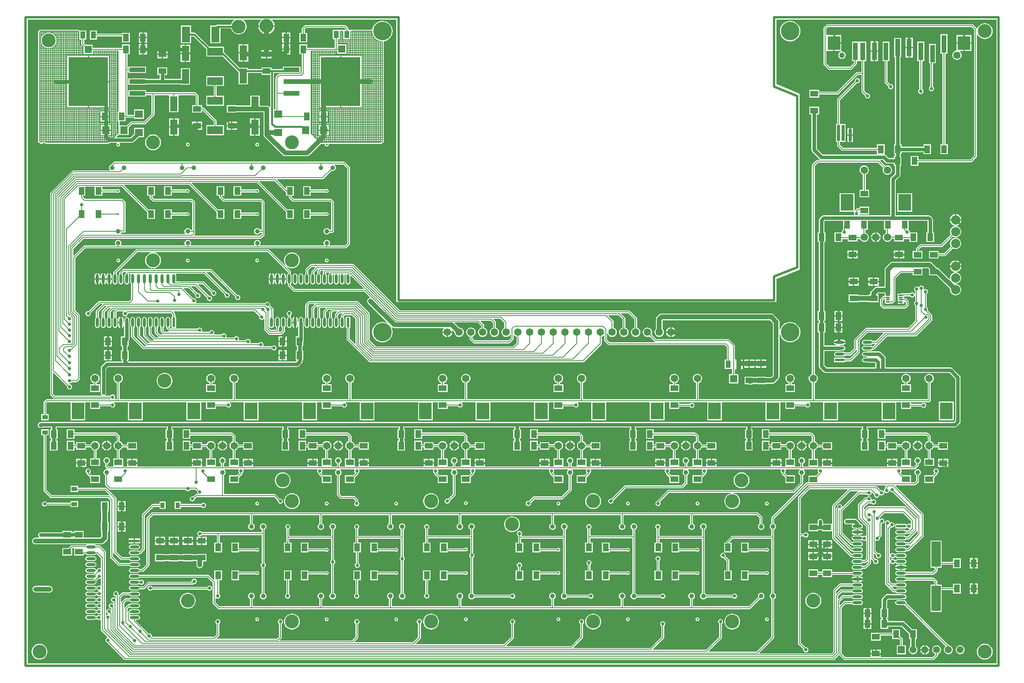
<source format=gbl>
%FSLAX25Y25*%
%MOIN*%
G70*
G01*
G75*
G04 Layer_Physical_Order=2*
G04 Layer_Color=16711680*
%ADD10C,0.01181*%
%ADD11C,0.03937*%
%ADD12C,0.01575*%
%ADD13C,0.00787*%
%ADD14C,0.02756*%
%ADD15C,0.02953*%
%ADD16C,0.01000*%
%ADD17C,0.01969*%
%ADD18C,0.03937*%
%ADD19C,0.01575*%
%ADD20C,0.11811*%
%ADD21C,0.15748*%
%ADD22C,0.06299*%
%ADD23C,0.04724*%
%ADD24C,0.05906*%
%ADD25R,0.05906X0.05906*%
%ADD26C,0.07874*%
%ADD27R,0.11024X0.14173*%
%ADD28C,0.02756*%
%ADD29R,0.06693X0.04921*%
%ADD30R,0.04803X0.03583*%
%ADD31R,0.03583X0.04803*%
%ADD32R,0.06575X0.06496*%
%ADD33R,0.06496X0.06575*%
%ADD34R,0.13386X0.06890*%
%ADD35R,0.06890X0.13386*%
%ADD36R,0.04921X0.06693*%
%ADD37R,0.07874X0.02362*%
%ADD38O,0.07874X0.02362*%
%ADD39R,0.07874X0.21654*%
%ADD40R,0.02756X0.09843*%
%ADD41R,0.02559X0.13780*%
%ADD42R,0.04331X0.14921*%
%ADD43R,0.10630X0.11811*%
%ADD44R,0.03937X0.01181*%
%ADD45O,0.03937X0.01181*%
%ADD46R,0.06299X0.06299*%
%ADD47R,0.04331X0.06299*%
%ADD48O,0.02362X0.07874*%
%ADD49R,0.02362X0.07874*%
%ADD50R,0.06299X0.12598*%
%ADD51R,0.33465X0.41732*%
%ADD52R,0.13386X0.03937*%
G36*
X824803Y1969D02*
X1969D01*
Y549213D01*
X176960D01*
X177139Y548713D01*
X176347Y548063D01*
X175511Y547044D01*
X174889Y545881D01*
X174595Y544913D01*
X162993D01*
X162992Y544913D01*
X162480Y544811D01*
X162378Y544791D01*
X161857Y544443D01*
X161699Y544285D01*
X161572Y544095D01*
X157106D01*
Y529134D01*
X165571D01*
Y541702D01*
X174595D01*
X174889Y540733D01*
X175511Y539571D01*
X176347Y538552D01*
X177366Y537715D01*
X178529Y537094D01*
X179790Y536711D01*
X181102Y536582D01*
X182414Y536711D01*
X183676Y537094D01*
X184839Y537715D01*
X185858Y538552D01*
X186694Y539571D01*
X187316Y540733D01*
X187698Y541995D01*
X187828Y543307D01*
X187698Y544619D01*
X187316Y545881D01*
X186694Y547044D01*
X185858Y548063D01*
X185066Y548713D01*
X185245Y549213D01*
X199813D01*
X199982Y548742D01*
X199818Y548607D01*
X198955Y547556D01*
X198314Y546356D01*
X197919Y545054D01*
X197835Y544201D01*
X211614D01*
X211530Y545054D01*
X211135Y546356D01*
X210494Y547556D01*
X209631Y548607D01*
X209467Y548742D01*
X209636Y549213D01*
X314961D01*
Y309055D01*
X637795D01*
Y328740D01*
X638471D01*
X657480Y336614D01*
Y486221D01*
X638471Y494095D01*
X637795Y494095D01*
Y549213D01*
X824803D01*
Y1969D01*
D02*
G37*
%LPC*%
G36*
X314961Y139401D02*
X314346Y139279D01*
X313825Y138931D01*
X313477Y138410D01*
X313355Y137795D01*
X313477Y137181D01*
X313825Y136660D01*
X314346Y136312D01*
X314961Y136190D01*
X315575Y136312D01*
X316096Y136660D01*
X316444Y137181D01*
X316566Y137795D01*
X316444Y138410D01*
X316096Y138931D01*
X315575Y139279D01*
X314961Y139401D01*
D02*
G37*
G36*
X255906D02*
X255291Y139279D01*
X254770Y138931D01*
X254422Y138410D01*
X254300Y137795D01*
X254422Y137181D01*
X254770Y136660D01*
X255291Y136312D01*
X255906Y136190D01*
X256520Y136312D01*
X257041Y136660D01*
X257389Y137181D01*
X257511Y137795D01*
X257389Y138410D01*
X257041Y138931D01*
X256520Y139279D01*
X255906Y139401D01*
D02*
G37*
G36*
X452756D02*
X452141Y139279D01*
X451620Y138931D01*
X451272Y138410D01*
X451150Y137795D01*
X451272Y137181D01*
X451620Y136660D01*
X452141Y136312D01*
X452756Y136190D01*
X453370Y136312D01*
X453891Y136660D01*
X454239Y137181D01*
X454362Y137795D01*
X454239Y138410D01*
X453891Y138931D01*
X453370Y139279D01*
X452756Y139401D01*
D02*
G37*
G36*
X570866D02*
X570252Y139279D01*
X569731Y138931D01*
X569383Y138410D01*
X569261Y137795D01*
X569383Y137181D01*
X569731Y136660D01*
X570252Y136312D01*
X570866Y136190D01*
X571481Y136312D01*
X572002Y136660D01*
X572350Y137181D01*
X572472Y137795D01*
X572350Y138410D01*
X572002Y138931D01*
X571481Y139279D01*
X570866Y139401D01*
D02*
G37*
G36*
X511811D02*
X511197Y139279D01*
X510676Y138931D01*
X510328Y138410D01*
X510205Y137795D01*
X510328Y137181D01*
X510676Y136660D01*
X511197Y136312D01*
X511811Y136190D01*
X512426Y136312D01*
X512946Y136660D01*
X513294Y137181D01*
X513417Y137795D01*
X513294Y138410D01*
X512946Y138931D01*
X512426Y139279D01*
X511811Y139401D01*
D02*
G37*
G36*
X196850D02*
X196236Y139279D01*
X195715Y138931D01*
X195367Y138410D01*
X195245Y137795D01*
X195367Y137181D01*
X195715Y136660D01*
X196236Y136312D01*
X196850Y136190D01*
X197465Y136312D01*
X197986Y136660D01*
X198334Y137181D01*
X198456Y137795D01*
X198334Y138410D01*
X197986Y138931D01*
X197465Y139279D01*
X196850Y139401D01*
D02*
G37*
G36*
X482283Y146489D02*
X480971Y146360D01*
X479710Y145977D01*
X478547Y145356D01*
X477528Y144519D01*
X476692Y143500D01*
X476070Y142337D01*
X475687Y141076D01*
X475558Y139764D01*
X475687Y138452D01*
X476070Y137190D01*
X476692Y136027D01*
X477528Y135008D01*
X478547Y134172D01*
X479710Y133550D01*
X480971Y133168D01*
X482283Y133038D01*
X483596Y133168D01*
X484857Y133550D01*
X486020Y134172D01*
X487039Y135008D01*
X487875Y136027D01*
X488497Y137190D01*
X488879Y138452D01*
X489009Y139764D01*
X488879Y141076D01*
X488497Y142337D01*
X487875Y143500D01*
X487039Y144519D01*
X486020Y145356D01*
X484857Y145977D01*
X483596Y146360D01*
X482283Y146489D01*
D02*
G37*
G36*
X344488D02*
X343176Y146360D01*
X341915Y145977D01*
X340752Y145356D01*
X339733Y144519D01*
X338896Y143500D01*
X338275Y142337D01*
X337892Y141076D01*
X337763Y139764D01*
X337892Y138452D01*
X338275Y137190D01*
X338896Y136027D01*
X339733Y135008D01*
X340752Y134172D01*
X341915Y133550D01*
X343176Y133168D01*
X344488Y133038D01*
X345800Y133168D01*
X347062Y133550D01*
X348225Y134172D01*
X349244Y135008D01*
X350080Y136027D01*
X350701Y137190D01*
X351084Y138452D01*
X351214Y139764D01*
X351084Y141076D01*
X350701Y142337D01*
X350080Y143500D01*
X349244Y144519D01*
X348225Y145356D01*
X347062Y145977D01*
X345800Y146360D01*
X344488Y146489D01*
D02*
G37*
G36*
X226378D02*
X225066Y146360D01*
X223804Y145977D01*
X222642Y145356D01*
X221622Y144519D01*
X220786Y143500D01*
X220165Y142337D01*
X219782Y141076D01*
X219653Y139764D01*
X219782Y138452D01*
X220165Y137190D01*
X220786Y136027D01*
X221622Y135008D01*
X222642Y134172D01*
X223804Y133550D01*
X225066Y133168D01*
X226378Y133038D01*
X227690Y133168D01*
X228952Y133550D01*
X230114Y134172D01*
X231133Y135008D01*
X231970Y136027D01*
X232591Y137190D01*
X232974Y138452D01*
X233103Y139764D01*
X232974Y141076D01*
X232591Y142337D01*
X231970Y143500D01*
X231133Y144519D01*
X230114Y145356D01*
X228952Y145977D01*
X227690Y146360D01*
X226378Y146489D01*
D02*
G37*
G36*
X85055Y139780D02*
X82095D01*
Y135933D01*
X85055D01*
Y139780D01*
D02*
G37*
G36*
X81094D02*
X78134D01*
Y135933D01*
X81094D01*
Y139780D01*
D02*
G37*
G36*
X131851Y139410D02*
X126693D01*
Y133032D01*
X131851D01*
Y135016D01*
X149382D01*
X149620Y134660D01*
X150336Y134181D01*
X151181Y134013D01*
X152026Y134181D01*
X152742Y134660D01*
X153221Y135376D01*
X153389Y136221D01*
X153221Y137066D01*
X152742Y137782D01*
X152026Y138260D01*
X151181Y138428D01*
X150336Y138260D01*
X149620Y137782D01*
X149382Y137425D01*
X131851D01*
Y139410D01*
D02*
G37*
G36*
X629921Y139401D02*
X629307Y139279D01*
X628786Y138931D01*
X628438Y138410D01*
X628316Y137795D01*
X628438Y137181D01*
X628786Y136660D01*
X629307Y136312D01*
X629921Y136190D01*
X630536Y136312D01*
X631057Y136660D01*
X631405Y137181D01*
X631527Y137795D01*
X631405Y138410D01*
X631057Y138931D01*
X630536Y139279D01*
X629921Y139401D01*
D02*
G37*
G36*
X46744Y171843D02*
X42898D01*
Y168882D01*
X46744D01*
Y171843D01*
D02*
G37*
G36*
X783874Y171843D02*
X780028D01*
Y168882D01*
X783874D01*
Y171843D01*
D02*
G37*
G36*
X779028D02*
X775181D01*
Y168882D01*
X779028D01*
Y171843D01*
D02*
G37*
G36*
X41536Y191142D02*
X35039D01*
Y182874D01*
X41536D01*
Y185509D01*
X43110D01*
Y183465D01*
X51378D01*
Y185509D01*
X55415D01*
X55616Y185023D01*
X56247Y184200D01*
X57070Y183569D01*
X57851Y183246D01*
Y176181D01*
X54921D01*
Y169685D01*
X63189D01*
Y176181D01*
X60259D01*
Y183246D01*
X61041Y183569D01*
X61863Y184200D01*
X62494Y185023D01*
X62891Y185980D01*
X63026Y187008D01*
X62891Y188036D01*
X62494Y188994D01*
X61863Y189816D01*
X61041Y190447D01*
X60083Y190844D01*
X59055Y190979D01*
X58027Y190844D01*
X57070Y190447D01*
X56247Y189816D01*
X55616Y188994D01*
X55220Y188036D01*
X55204Y187917D01*
X51378D01*
Y189961D01*
X43110D01*
Y187917D01*
X41536D01*
Y191142D01*
D02*
G37*
G36*
X632087Y200984D02*
X625591D01*
Y192717D01*
X632087D01*
Y195646D01*
X666824D01*
X668087Y194383D01*
Y190771D01*
X667306Y190447D01*
X666483Y189816D01*
X665852Y188994D01*
X665456Y188036D01*
X665320Y187008D01*
X665456Y185980D01*
X665852Y185023D01*
X666483Y184200D01*
X667306Y183569D01*
X668087Y183246D01*
Y175788D01*
X665158D01*
Y169315D01*
X660653D01*
Y171807D01*
X660839Y171884D01*
X661414Y172326D01*
X661856Y172902D01*
X662134Y173572D01*
X662229Y174292D01*
X662134Y175011D01*
X661856Y175681D01*
X661414Y176257D01*
X660839Y176699D01*
X660168Y176977D01*
X659449Y177071D01*
X658730Y176977D01*
X658059Y176699D01*
X657483Y176257D01*
X657042Y175681D01*
X656764Y175011D01*
X656669Y174292D01*
X656764Y173572D01*
X657042Y172902D01*
X657483Y172326D01*
X658059Y171884D01*
X658245Y171807D01*
Y169315D01*
X654053D01*
X653740Y169685D01*
X653740Y169815D01*
Y176181D01*
X650811D01*
Y183246D01*
X651592Y183569D01*
X652414Y184200D01*
X653045Y185023D01*
X653442Y185980D01*
X653577Y187008D01*
X653442Y188036D01*
X653045Y188994D01*
X652414Y189816D01*
X651592Y190447D01*
X650634Y190844D01*
X649606Y190979D01*
X648579Y190844D01*
X647621Y190447D01*
X646799Y189816D01*
X646167Y188994D01*
X645844Y188212D01*
X641929D01*
Y189961D01*
X633662D01*
Y187917D01*
X632087D01*
Y191142D01*
X625591D01*
Y182874D01*
X632087D01*
Y185509D01*
X633662D01*
Y183465D01*
X641929D01*
Y185804D01*
X645844D01*
X646167Y185023D01*
X646799Y184200D01*
X647621Y183569D01*
X648402Y183245D01*
Y176181D01*
X645473D01*
Y169815D01*
X645473Y169685D01*
X645160Y169315D01*
X642142D01*
Y171843D01*
X633449D01*
Y169315D01*
X587024D01*
Y171843D01*
X578331D01*
Y169315D01*
X575312D01*
X575000Y169685D01*
X575000Y169815D01*
Y176181D01*
X572070D01*
Y183246D01*
X572852Y183569D01*
X573674Y184200D01*
X574305Y185023D01*
X574507Y185509D01*
X578544D01*
Y183465D01*
X586811D01*
Y189961D01*
X578544D01*
Y187917D01*
X574718D01*
X574702Y188036D01*
X574305Y188994D01*
X573674Y189816D01*
X572852Y190447D01*
X572070Y190771D01*
Y194882D01*
X571979Y195343D01*
X571718Y195734D01*
X569749Y197702D01*
X569358Y197963D01*
X568898Y198055D01*
X568898Y198055D01*
X533662D01*
Y200984D01*
X527166D01*
Y192717D01*
X533662D01*
Y195646D01*
X568399D01*
X569662Y194383D01*
Y190771D01*
X568881Y190447D01*
X568058Y189816D01*
X567427Y188994D01*
X567031Y188036D01*
X566895Y187008D01*
X567031Y185980D01*
X567427Y185023D01*
X568058Y184200D01*
X568881Y183569D01*
X569662Y183246D01*
Y176181D01*
X566732D01*
Y169815D01*
X566732Y169685D01*
X566420Y169315D01*
X562228D01*
Y171807D01*
X562414Y171884D01*
X562989Y172326D01*
X563431Y172902D01*
X563709Y173572D01*
X563803Y174292D01*
X563709Y175011D01*
X563431Y175681D01*
X562989Y176257D01*
X562414Y176699D01*
X561743Y176977D01*
X561024Y177071D01*
X560304Y176977D01*
X559634Y176699D01*
X559058Y176257D01*
X558616Y175681D01*
X558339Y175011D01*
X558244Y174292D01*
X558339Y173572D01*
X558616Y172902D01*
X559058Y172326D01*
X559634Y171884D01*
X559820Y171807D01*
Y169315D01*
X555627D01*
X555315Y169685D01*
X555315Y169815D01*
Y176181D01*
X552386D01*
Y183246D01*
X553167Y183569D01*
X553989Y184200D01*
X554620Y185023D01*
X555017Y185980D01*
X555152Y187008D01*
X555017Y188036D01*
X554620Y188994D01*
X553989Y189816D01*
X553167Y190447D01*
X552209Y190844D01*
X551181Y190979D01*
X550153Y190844D01*
X549196Y190447D01*
X548373Y189816D01*
X547742Y188994D01*
X547419Y188212D01*
X543504D01*
Y189961D01*
X535236D01*
Y187917D01*
X533662D01*
Y191142D01*
X527166D01*
Y182874D01*
X533662D01*
Y185509D01*
X535236D01*
Y183465D01*
X543504D01*
Y185804D01*
X547419D01*
X547742Y185023D01*
X548373Y184200D01*
X549196Y183569D01*
X549977Y183245D01*
Y176181D01*
X547048D01*
Y169815D01*
X547048Y169685D01*
X546735Y169315D01*
X543717D01*
Y171843D01*
X535024D01*
Y169315D01*
X488599D01*
Y171843D01*
X479906D01*
Y169315D01*
X476887D01*
X476575Y169685D01*
X476575Y169815D01*
Y176181D01*
X473645D01*
Y183246D01*
X474427Y183569D01*
X475249Y184200D01*
X475880Y185023D01*
X476081Y185509D01*
X480118D01*
Y183465D01*
X488386D01*
Y189961D01*
X480118D01*
Y187917D01*
X476292D01*
X476277Y188036D01*
X475880Y188994D01*
X475249Y189816D01*
X474427Y190447D01*
X473645Y190771D01*
Y194882D01*
X473554Y195343D01*
X473293Y195733D01*
X473293Y195733D01*
X471324Y197702D01*
X470933Y197963D01*
X470472Y198055D01*
X470472Y198055D01*
X435236D01*
Y200984D01*
X428740D01*
Y192717D01*
X435236D01*
Y195646D01*
X469974D01*
X471237Y194383D01*
Y190771D01*
X470456Y190447D01*
X469633Y189816D01*
X469002Y188994D01*
X468605Y188036D01*
X468470Y187008D01*
X468605Y185980D01*
X469002Y185023D01*
X469633Y184200D01*
X470456Y183569D01*
X471237Y183246D01*
Y176181D01*
X468307D01*
Y169815D01*
X468307Y169685D01*
X467995Y169315D01*
X463803D01*
Y171807D01*
X463988Y171884D01*
X464564Y172326D01*
X465006Y172902D01*
X465283Y173572D01*
X465378Y174292D01*
X465283Y175011D01*
X465006Y175681D01*
X464564Y176257D01*
X463988Y176699D01*
X463318Y176977D01*
X462599Y177071D01*
X461879Y176977D01*
X461209Y176699D01*
X460633Y176257D01*
X460191Y175681D01*
X459913Y175011D01*
X459819Y174292D01*
X459913Y173572D01*
X460191Y172902D01*
X460633Y172326D01*
X461209Y171884D01*
X461394Y171807D01*
Y169315D01*
X457202D01*
X456890Y169685D01*
X456890Y169815D01*
Y176181D01*
X453960D01*
Y183246D01*
X454741Y183569D01*
X455564Y184200D01*
X456195Y185023D01*
X456592Y185980D01*
X456727Y187008D01*
X456592Y188036D01*
X456195Y188994D01*
X455564Y189816D01*
X454741Y190447D01*
X453784Y190844D01*
X452756Y190979D01*
X451728Y190844D01*
X450771Y190447D01*
X449948Y189816D01*
X449317Y188994D01*
X448993Y188212D01*
X445079D01*
Y189961D01*
X436811D01*
Y187917D01*
X435236D01*
Y191142D01*
X428740D01*
Y182874D01*
X435236D01*
Y185509D01*
X436811D01*
Y183465D01*
X445079D01*
Y185804D01*
X448993D01*
X449317Y185023D01*
X449948Y184200D01*
X450771Y183569D01*
X451552Y183245D01*
Y176181D01*
X448622D01*
Y169815D01*
X448622Y169685D01*
X448310Y169315D01*
X445291D01*
Y171843D01*
X436598D01*
Y169315D01*
X390173D01*
Y171843D01*
X381481D01*
Y169315D01*
X378462D01*
X378150Y169685D01*
X378150Y169815D01*
Y176181D01*
X375220D01*
Y183246D01*
X376001Y183569D01*
X376824Y184200D01*
X377455Y185023D01*
X377656Y185509D01*
X381693D01*
Y183465D01*
X389961D01*
Y189961D01*
X381693D01*
Y187917D01*
X377867D01*
X377852Y188036D01*
X377455Y188994D01*
X376824Y189816D01*
X376001Y190447D01*
X375220Y190771D01*
Y194882D01*
X375129Y195343D01*
X374868Y195733D01*
X374867Y195733D01*
X372899Y197702D01*
X372508Y197963D01*
X372047Y198055D01*
X372047Y198055D01*
X336811D01*
Y200984D01*
X330315D01*
Y192717D01*
X336811D01*
Y195646D01*
X371549D01*
X372812Y194383D01*
Y190771D01*
X372030Y190447D01*
X371208Y189816D01*
X370577Y188994D01*
X370180Y188036D01*
X370045Y187008D01*
X370180Y185980D01*
X370577Y185023D01*
X371208Y184200D01*
X372030Y183569D01*
X372812Y183246D01*
Y176181D01*
X369882D01*
Y169815D01*
X369882Y169685D01*
X369569Y169315D01*
X365378D01*
Y171807D01*
X365563Y171884D01*
X366139Y172326D01*
X366581Y172902D01*
X366858Y173572D01*
X366953Y174292D01*
X366858Y175011D01*
X366581Y175681D01*
X366139Y176257D01*
X365563Y176699D01*
X364893Y176977D01*
X364173Y177071D01*
X363454Y176977D01*
X362784Y176699D01*
X362208Y176257D01*
X361766Y175681D01*
X361488Y175011D01*
X361394Y174292D01*
X361488Y173572D01*
X361766Y172902D01*
X362208Y172326D01*
X362784Y171884D01*
X362969Y171807D01*
Y169315D01*
X358777D01*
X358465Y169685D01*
X358465Y169815D01*
Y176181D01*
X355535D01*
Y183246D01*
X356316Y183569D01*
X357139Y184200D01*
X357770Y185023D01*
X358166Y185980D01*
X358302Y187008D01*
X358166Y188036D01*
X357770Y188994D01*
X357139Y189816D01*
X356316Y190447D01*
X355359Y190844D01*
X354331Y190979D01*
X353303Y190844D01*
X352345Y190447D01*
X351523Y189816D01*
X350892Y188994D01*
X350568Y188212D01*
X346654D01*
Y189961D01*
X338386D01*
Y187917D01*
X336811D01*
Y191142D01*
X330315D01*
Y182874D01*
X336811D01*
Y185509D01*
X338386D01*
Y183465D01*
X346654D01*
Y185804D01*
X350568D01*
X350892Y185023D01*
X351523Y184200D01*
X352345Y183569D01*
X353127Y183245D01*
Y176181D01*
X350197D01*
Y169815D01*
X350197Y169685D01*
X349885Y169315D01*
X346866D01*
Y171843D01*
X338173D01*
Y169315D01*
X291748D01*
Y171843D01*
X283055D01*
Y169315D01*
X280037D01*
X279725Y169685D01*
X279725Y169815D01*
Y176181D01*
X276795D01*
Y183246D01*
X277576Y183569D01*
X278398Y184200D01*
X279030Y185023D01*
X279231Y185509D01*
X283268D01*
Y183465D01*
X291536D01*
Y189961D01*
X283268D01*
Y187917D01*
X279442D01*
X279426Y188036D01*
X279030Y188994D01*
X278398Y189816D01*
X277576Y190447D01*
X276795Y190771D01*
Y194882D01*
X276795Y194882D01*
X276703Y195343D01*
X276442Y195733D01*
X274474Y197702D01*
X274083Y197963D01*
X273622Y198055D01*
X273622Y198055D01*
X238386D01*
Y200984D01*
X231890D01*
Y192717D01*
X238386D01*
Y195646D01*
X273123D01*
X274387Y194383D01*
Y190771D01*
X273605Y190447D01*
X272783Y189816D01*
X272152Y188994D01*
X271755Y188036D01*
X271620Y187008D01*
X271755Y185980D01*
X272152Y185023D01*
X272783Y184200D01*
X273605Y183569D01*
X274387Y183246D01*
Y176181D01*
X271457D01*
Y169815D01*
X271457Y169685D01*
X271145Y169315D01*
X266952D01*
Y171807D01*
X267138Y171884D01*
X267714Y172326D01*
X268155Y172902D01*
X268433Y173572D01*
X268528Y174292D01*
X268433Y175011D01*
X268155Y175681D01*
X267714Y176257D01*
X267138Y176699D01*
X266467Y176977D01*
X265748Y177071D01*
X265029Y176977D01*
X264358Y176699D01*
X263783Y176257D01*
X263341Y175681D01*
X263063Y175011D01*
X262968Y174292D01*
X263063Y173572D01*
X263341Y172902D01*
X263783Y172326D01*
X264358Y171884D01*
X264544Y171807D01*
Y169315D01*
X260352D01*
X260040Y169685D01*
X260040Y169815D01*
Y176181D01*
X257110D01*
Y183246D01*
X257891Y183569D01*
X258714Y184200D01*
X259345Y185023D01*
X259741Y185980D01*
X259876Y187008D01*
X259741Y188036D01*
X259345Y188994D01*
X258714Y189816D01*
X257891Y190447D01*
X256933Y190844D01*
X255906Y190979D01*
X254878Y190844D01*
X253920Y190447D01*
X253098Y189816D01*
X252467Y188994D01*
X252143Y188212D01*
X248228D01*
Y189961D01*
X239961D01*
Y187917D01*
X238386D01*
Y191142D01*
X231890D01*
Y182874D01*
X238386D01*
Y185509D01*
X239961D01*
Y183465D01*
X248228D01*
Y185804D01*
X252143D01*
X252467Y185023D01*
X253098Y184200D01*
X253920Y183569D01*
X254701Y183245D01*
Y176181D01*
X251772D01*
Y169815D01*
X251772Y169685D01*
X251460Y169315D01*
X248441D01*
Y171843D01*
X239748D01*
Y169315D01*
X193323D01*
Y171843D01*
X184630D01*
Y169315D01*
X181612D01*
X181299Y169685D01*
X181299Y169815D01*
Y176181D01*
X178370D01*
Y183246D01*
X179151Y183569D01*
X179973Y184200D01*
X180604Y185023D01*
X180806Y185509D01*
X184843D01*
Y183465D01*
X193110D01*
Y189961D01*
X184843D01*
Y187917D01*
X181017D01*
X181001Y188036D01*
X180604Y188994D01*
X179973Y189816D01*
X179151Y190447D01*
X178370Y190771D01*
Y194882D01*
X178370Y194882D01*
X178278Y195343D01*
X178017Y195733D01*
X176048Y197702D01*
X175658Y197963D01*
X175197Y198055D01*
X175197Y198055D01*
X139961D01*
Y200984D01*
X133465D01*
Y192717D01*
X139961D01*
Y195646D01*
X174698D01*
X175961Y194383D01*
Y190771D01*
X175180Y190447D01*
X174357Y189816D01*
X173726Y188994D01*
X173330Y188036D01*
X173195Y187008D01*
X173330Y185980D01*
X173726Y185023D01*
X174357Y184200D01*
X175180Y183569D01*
X175961Y183246D01*
Y176181D01*
X173032D01*
Y169815D01*
X173032Y169685D01*
X172720Y169315D01*
X168527D01*
Y171807D01*
X168713Y171884D01*
X169288Y172326D01*
X169730Y172902D01*
X170008Y173572D01*
X170103Y174292D01*
X170008Y175011D01*
X169730Y175681D01*
X169288Y176257D01*
X168713Y176699D01*
X168042Y176977D01*
X167323Y177071D01*
X166604Y176977D01*
X165933Y176699D01*
X165357Y176257D01*
X164916Y175681D01*
X164638Y175011D01*
X164543Y174292D01*
X164638Y173572D01*
X164916Y172902D01*
X165357Y172326D01*
X165933Y171884D01*
X166119Y171807D01*
Y169315D01*
X161926D01*
X161614Y169685D01*
X161614Y169815D01*
Y176181D01*
X158685D01*
Y183246D01*
X159466Y183569D01*
X160288Y184200D01*
X160919Y185023D01*
X161316Y185980D01*
X161451Y187008D01*
X161316Y188036D01*
X160919Y188994D01*
X160288Y189816D01*
X159466Y190447D01*
X158508Y190844D01*
X157480Y190979D01*
X156453Y190844D01*
X155495Y190447D01*
X154673Y189816D01*
X154041Y188994D01*
X153718Y188212D01*
X149803D01*
Y189961D01*
X141535D01*
Y187917D01*
X139961D01*
Y191142D01*
X133465D01*
Y182874D01*
X139961D01*
Y185509D01*
X141535D01*
Y183465D01*
X149803D01*
Y185804D01*
X153718D01*
X154041Y185023D01*
X154673Y184200D01*
X155495Y183569D01*
X156276Y183246D01*
Y176181D01*
X153347D01*
Y169815D01*
X153347Y169685D01*
X153035Y169315D01*
X150016D01*
Y171843D01*
X141323D01*
Y169315D01*
X94898D01*
Y171843D01*
X86205D01*
Y169315D01*
X83187D01*
X82874Y169685D01*
X82874Y169815D01*
Y176181D01*
X79945D01*
Y183246D01*
X80726Y183569D01*
X81548Y184200D01*
X82179Y185023D01*
X82380Y185509D01*
X86418D01*
Y183465D01*
X94685D01*
Y189961D01*
X86418D01*
Y187917D01*
X82591D01*
X82576Y188036D01*
X82179Y188994D01*
X81548Y189816D01*
X80726Y190447D01*
X79945Y190771D01*
Y194882D01*
X79853Y195343D01*
X79592Y195733D01*
X79592Y195733D01*
X77623Y197702D01*
X77233Y197963D01*
X76772Y198055D01*
X76772Y198055D01*
X41536D01*
Y200984D01*
X35039D01*
Y192717D01*
X41536D01*
Y195646D01*
X76273D01*
X77536Y194383D01*
Y190771D01*
X76755Y190447D01*
X75932Y189816D01*
X75301Y188994D01*
X74905Y188036D01*
X74769Y187008D01*
X74905Y185980D01*
X75301Y185023D01*
X75932Y184200D01*
X76755Y183569D01*
X77536Y183246D01*
Y176181D01*
X74607D01*
Y169815D01*
X74607Y169685D01*
X74294Y169315D01*
X70971D01*
X70102Y170184D01*
Y171807D01*
X70288Y171884D01*
X70863Y172326D01*
X71305Y172902D01*
X71583Y173572D01*
X71677Y174292D01*
X71583Y175011D01*
X71305Y175681D01*
X70863Y176257D01*
X70288Y176699D01*
X69617Y176977D01*
X68898Y177071D01*
X68178Y176977D01*
X67508Y176699D01*
X66932Y176257D01*
X66490Y175681D01*
X66213Y175011D01*
X66118Y174292D01*
X66213Y173572D01*
X66490Y172902D01*
X66932Y172326D01*
X67508Y171884D01*
X67694Y171807D01*
Y169685D01*
X67694Y169685D01*
X67785Y169224D01*
X68046Y168834D01*
X69366Y167514D01*
X69132Y167040D01*
X68898Y167071D01*
X68178Y166976D01*
X67508Y166699D01*
X66932Y166257D01*
X66490Y165681D01*
X66213Y165011D01*
X66118Y164292D01*
X66213Y163572D01*
X66490Y162902D01*
X66932Y162326D01*
X67508Y161884D01*
X67694Y161807D01*
Y153937D01*
X67694Y153937D01*
X67785Y153476D01*
X68046Y153086D01*
X71196Y149936D01*
X71196Y149936D01*
X71587Y149675D01*
X72047Y149583D01*
X72047Y149583D01*
X135749D01*
X135756Y149549D01*
X136234Y148833D01*
X136950Y148354D01*
X137795Y148186D01*
X138640Y148354D01*
X139356Y148833D01*
X139835Y149549D01*
X139842Y149583D01*
X144383D01*
X145907Y148059D01*
X145824Y147638D01*
X145992Y146793D01*
X146393Y146193D01*
X146214Y145693D01*
X144882D01*
X144882Y145693D01*
X144421Y145601D01*
X144030Y145340D01*
X142481Y143791D01*
X141732Y143940D01*
X140887Y143772D01*
X140171Y143293D01*
X139692Y142577D01*
X139524Y141732D01*
X139692Y140887D01*
X140171Y140171D01*
X140887Y139692D01*
X141732Y139524D01*
X142577Y139692D01*
X143293Y140171D01*
X143772Y140887D01*
X143940Y141732D01*
X143921Y141825D01*
X145381Y143284D01*
X167323D01*
X167323Y143284D01*
X167323Y143284D01*
X211312D01*
X214411Y140185D01*
X214328Y139764D01*
X214496Y138919D01*
X214974Y138203D01*
X215690Y137724D01*
X216535Y137556D01*
X217380Y137724D01*
X218097Y138203D01*
X218575Y138919D01*
X218743Y139764D01*
X218575Y140609D01*
X218097Y141325D01*
X217380Y141804D01*
X216535Y141972D01*
X216114Y141888D01*
X212662Y145340D01*
X212272Y145601D01*
X211811Y145693D01*
X211811Y145693D01*
X168527D01*
Y161807D01*
X168713Y161884D01*
X169288Y162326D01*
X169730Y162902D01*
X170008Y163572D01*
X170103Y164292D01*
X170008Y165011D01*
X169730Y165681D01*
X169288Y166257D01*
X169094Y166406D01*
X169264Y166906D01*
X180973D01*
X181209Y166465D01*
X181031Y166200D01*
X180863Y165355D01*
X181031Y164510D01*
X181510Y163794D01*
X181534Y163552D01*
X179793Y161811D01*
X173032D01*
Y155315D01*
X181299D01*
Y159911D01*
X183923Y162534D01*
X184184Y162925D01*
X184275Y163386D01*
X184275Y163386D01*
Y163555D01*
X184632Y163794D01*
X185111Y164510D01*
X185279Y165355D01*
X185111Y166200D01*
X184933Y166465D01*
X185169Y166906D01*
X247902D01*
X248138Y166465D01*
X247960Y166200D01*
X247792Y165355D01*
X247960Y164510D01*
X248439Y163794D01*
X248796Y163555D01*
Y163386D01*
X248796Y163386D01*
X248888Y162925D01*
X249149Y162534D01*
X251772Y159911D01*
Y155315D01*
X260040D01*
Y161811D01*
X253278D01*
X251537Y163552D01*
X251561Y163794D01*
X252040Y164510D01*
X252208Y165355D01*
X252040Y166200D01*
X251862Y166465D01*
X252098Y166906D01*
X263807D01*
X263977Y166406D01*
X263783Y166257D01*
X263341Y165681D01*
X263063Y165011D01*
X262968Y164292D01*
X263063Y163572D01*
X263341Y162902D01*
X263783Y162326D01*
X264358Y161884D01*
X264544Y161807D01*
Y145276D01*
X264544Y145276D01*
X264636Y144815D01*
X264897Y144424D01*
X267259Y142062D01*
X267649Y141801D01*
X268110Y141709D01*
X268110Y141709D01*
X278635D01*
X280292Y140052D01*
Y139562D01*
X279837Y139258D01*
X279358Y138542D01*
X279190Y137697D01*
X279358Y136852D01*
X279837Y136136D01*
X280553Y135657D01*
X281398Y135489D01*
X282243Y135657D01*
X282959Y136136D01*
X283437Y136852D01*
X283606Y137697D01*
X283437Y138542D01*
X282959Y139258D01*
X282700Y139431D01*
Y140551D01*
X282700Y140551D01*
X282700Y140551D01*
Y140551D01*
X282683Y140640D01*
X282609Y141012D01*
X282609Y141012D01*
X282609Y141012D01*
X282412Y141306D01*
X282348Y141403D01*
X282348Y141403D01*
X282348Y141403D01*
X282348Y141403D01*
X279986Y143765D01*
X279986Y143765D01*
X279986Y143765D01*
X279776Y143905D01*
X279595Y144026D01*
X279595Y144026D01*
X279595Y144026D01*
X279471Y144051D01*
X279134Y144118D01*
X279134Y144118D01*
X268609D01*
X266952Y145775D01*
Y161807D01*
X267138Y161884D01*
X267714Y162326D01*
X268155Y162902D01*
X268433Y163572D01*
X268528Y164292D01*
X268433Y165011D01*
X268155Y165681D01*
X267714Y166257D01*
X267519Y166406D01*
X267689Y166906D01*
X279398D01*
X279634Y166465D01*
X279456Y166200D01*
X279288Y165355D01*
X279456Y164510D01*
X279935Y163794D01*
X279959Y163552D01*
X278218Y161811D01*
X271457D01*
Y155315D01*
X279725D01*
Y159911D01*
X282348Y162534D01*
X282609Y162925D01*
X282700Y163386D01*
X282700Y163386D01*
Y163555D01*
X283057Y163794D01*
X283536Y164510D01*
X283704Y165355D01*
X283536Y166200D01*
X283358Y166465D01*
X283594Y166906D01*
X346327D01*
X346563Y166465D01*
X346386Y166200D01*
X346217Y165355D01*
X346386Y164510D01*
X346864Y163794D01*
X347221Y163555D01*
Y163386D01*
X347221Y163386D01*
X347313Y162925D01*
X347574Y162534D01*
X350197Y159911D01*
Y155315D01*
X358465D01*
Y161811D01*
X351703D01*
X349963Y163552D01*
X349987Y163794D01*
X350465Y164510D01*
X350633Y165355D01*
X350465Y166200D01*
X350288Y166465D01*
X350523Y166906D01*
X362232D01*
X362402Y166406D01*
X362208Y166257D01*
X361766Y165681D01*
X361488Y165011D01*
X361394Y164292D01*
X361488Y163572D01*
X361766Y162902D01*
X362208Y162326D01*
X362784Y161884D01*
X362969Y161807D01*
Y145774D01*
X359017Y141823D01*
X358268Y141972D01*
X357423Y141804D01*
X356707Y141325D01*
X356228Y140609D01*
X356060Y139764D01*
X356228Y138919D01*
X356707Y138203D01*
X357423Y137724D01*
X358268Y137556D01*
X359113Y137724D01*
X359829Y138203D01*
X360307Y138919D01*
X360475Y139764D01*
X360457Y139856D01*
X365025Y144424D01*
X365025Y144424D01*
X365181Y144658D01*
X365286Y144815D01*
X365378Y145276D01*
Y161807D01*
X365563Y161884D01*
X366139Y162326D01*
X366581Y162902D01*
X366858Y163572D01*
X366953Y164292D01*
X366858Y165011D01*
X366581Y165681D01*
X366139Y166257D01*
X365945Y166406D01*
X366114Y166906D01*
X377823D01*
X378059Y166465D01*
X377882Y166200D01*
X377713Y165355D01*
X377882Y164510D01*
X378360Y163794D01*
X378384Y163552D01*
X376643Y161811D01*
X369882D01*
Y155315D01*
X378150D01*
Y159911D01*
X380773Y162534D01*
X381034Y162925D01*
X381126Y163386D01*
X381126Y163386D01*
Y163555D01*
X381483Y163794D01*
X381961Y164510D01*
X382129Y165355D01*
X381961Y166200D01*
X381784Y166465D01*
X382019Y166906D01*
X444753D01*
X444988Y166465D01*
X444811Y166200D01*
X444643Y165355D01*
X444811Y164510D01*
X445289Y163794D01*
X445646Y163555D01*
Y163386D01*
X445646Y163386D01*
X445738Y162925D01*
X445999Y162534D01*
X448622Y159911D01*
Y155315D01*
X456890D01*
Y161811D01*
X450128D01*
X448388Y163552D01*
X448412Y163794D01*
X448890Y164510D01*
X449058Y165355D01*
X448890Y166200D01*
X448713Y166465D01*
X448948Y166906D01*
X460658D01*
X460827Y166406D01*
X460633Y166257D01*
X460191Y165681D01*
X459913Y165011D01*
X459819Y164292D01*
X459913Y163572D01*
X460191Y162902D01*
X460633Y162326D01*
X461209Y161884D01*
X461394Y161807D01*
Y149712D01*
X455407Y143724D01*
X431890D01*
X431429Y143632D01*
X431272Y143528D01*
X431038Y143371D01*
X431038Y143371D01*
X427586Y139919D01*
X427165Y140003D01*
X426321Y139835D01*
X425604Y139356D01*
X425126Y138640D01*
X424958Y137795D01*
X425126Y136950D01*
X425604Y136234D01*
X426321Y135756D01*
X427165Y135588D01*
X428010Y135756D01*
X428726Y136234D01*
X429205Y136950D01*
X429373Y137795D01*
X429289Y138216D01*
X432389Y141315D01*
X455905D01*
X455905Y141315D01*
X456366Y141407D01*
X456757Y141668D01*
X463450Y148361D01*
X463450Y148361D01*
X463711Y148752D01*
X463803Y149213D01*
X463803Y149213D01*
Y161807D01*
X463988Y161884D01*
X464564Y162326D01*
X465006Y162902D01*
X465283Y163572D01*
X465378Y164292D01*
X465283Y165011D01*
X465006Y165681D01*
X464564Y166257D01*
X464370Y166406D01*
X464539Y166906D01*
X476249D01*
X476484Y166465D01*
X476307Y166200D01*
X476139Y165355D01*
X476307Y164510D01*
X476785Y163794D01*
X476809Y163552D01*
X475069Y161811D01*
X468307D01*
Y155315D01*
X476575D01*
Y159911D01*
X479198Y162534D01*
X479459Y162925D01*
X479551Y163386D01*
X479551Y163386D01*
Y163555D01*
X479908Y163794D01*
X480386Y164510D01*
X480554Y165355D01*
X480386Y166200D01*
X480209Y166465D01*
X480444Y166906D01*
X543178D01*
X543414Y166465D01*
X543236Y166200D01*
X543068Y165355D01*
X543236Y164510D01*
X543715Y163794D01*
X544071Y163555D01*
Y163386D01*
X544071Y163386D01*
X544163Y162925D01*
X544424Y162534D01*
X547048Y159911D01*
Y155315D01*
X555315D01*
Y161811D01*
X548554D01*
X546813Y163552D01*
X546837Y163794D01*
X547315Y164510D01*
X547483Y165355D01*
X547315Y166200D01*
X547138Y166465D01*
X547374Y166906D01*
X559083D01*
X559253Y166406D01*
X559058Y166257D01*
X558616Y165681D01*
X558339Y165011D01*
X558244Y164292D01*
X558339Y163572D01*
X558616Y162902D01*
X559058Y162326D01*
X559634Y161884D01*
X559820Y161807D01*
Y155617D01*
X557375Y153173D01*
X509449D01*
X508988Y153081D01*
X508597Y152820D01*
X497665Y141888D01*
X497244Y141972D01*
X496399Y141804D01*
X495683Y141325D01*
X495204Y140609D01*
X495036Y139764D01*
X495204Y138919D01*
X495683Y138203D01*
X496399Y137724D01*
X497244Y137556D01*
X498089Y137724D01*
X498805Y138203D01*
X499284Y138919D01*
X499452Y139764D01*
X499368Y140185D01*
X509948Y150764D01*
X557874D01*
X557874Y150764D01*
X558335Y150856D01*
X558725Y151117D01*
X561875Y154267D01*
X562136Y154658D01*
X562228Y155118D01*
Y161807D01*
X562414Y161884D01*
X562989Y162326D01*
X563431Y162902D01*
X563709Y163572D01*
X563803Y164292D01*
X563709Y165011D01*
X563431Y165681D01*
X562989Y166257D01*
X562795Y166406D01*
X562965Y166906D01*
X574674D01*
X574910Y166465D01*
X574732Y166200D01*
X574564Y165355D01*
X574732Y164510D01*
X575211Y163794D01*
X575234Y163552D01*
X573494Y161811D01*
X566732D01*
Y155315D01*
X575000D01*
Y159911D01*
X577623Y162534D01*
X577884Y162925D01*
X577976Y163386D01*
X577976Y163386D01*
Y163555D01*
X578333Y163794D01*
X578811Y164510D01*
X578979Y165355D01*
X578811Y166200D01*
X578634Y166465D01*
X578870Y166906D01*
X641603D01*
X641839Y166465D01*
X641661Y166200D01*
X641493Y165355D01*
X641661Y164510D01*
X642140Y163794D01*
X642497Y163555D01*
Y163386D01*
X642497Y163386D01*
X642588Y162925D01*
X642849Y162534D01*
X645473Y159911D01*
Y155315D01*
X653740D01*
Y161811D01*
X646979D01*
X645238Y163552D01*
X645262Y163794D01*
X645741Y164510D01*
X645909Y165355D01*
X645741Y166200D01*
X645563Y166465D01*
X645799Y166906D01*
X657508D01*
X657678Y166406D01*
X657483Y166257D01*
X657042Y165681D01*
X656764Y165011D01*
X656669Y164292D01*
X656764Y163572D01*
X657042Y162902D01*
X657483Y162326D01*
X658059Y161884D01*
X658245Y161807D01*
Y155617D01*
X651863Y149236D01*
X546062D01*
X546062Y149236D01*
X545787Y149181D01*
X545602Y149144D01*
X545602Y149144D01*
X545602D01*
X545444Y149039D01*
X545211Y148883D01*
X545211Y148883D01*
X545211Y148883D01*
X536550Y140222D01*
X536394Y139989D01*
X536289Y139831D01*
Y139831D01*
X536289Y139831D01*
X536249Y139629D01*
X535841Y139357D01*
X535362Y138640D01*
X535194Y137795D01*
X535362Y136951D01*
X535841Y136234D01*
X536557Y135756D01*
X537402Y135588D01*
X538247Y135756D01*
X538963Y136234D01*
X539441Y136951D01*
X539609Y137795D01*
X539441Y138640D01*
X539014Y139280D01*
X546561Y146827D01*
X598900D01*
X598974Y146327D01*
X597820Y145977D01*
X596657Y145356D01*
X595638Y144519D01*
X594802Y143500D01*
X594180Y142337D01*
X593798Y141076D01*
X593668Y139764D01*
X593798Y138452D01*
X594180Y137190D01*
X594802Y136027D01*
X595638Y135008D01*
X596657Y134172D01*
X597820Y133550D01*
X599082Y133168D01*
X600394Y133038D01*
X601706Y133168D01*
X602967Y133550D01*
X604130Y134172D01*
X605149Y135008D01*
X605986Y136027D01*
X606607Y137190D01*
X606990Y138452D01*
X607119Y139764D01*
X606990Y141076D01*
X606607Y142337D01*
X605986Y143500D01*
X605149Y144519D01*
X604130Y145356D01*
X602967Y145977D01*
X601813Y146327D01*
X601887Y146827D01*
X652362D01*
X652362Y146827D01*
X652823Y146919D01*
X653214Y147180D01*
X660300Y154267D01*
X660562Y154658D01*
X660653Y155118D01*
X660653Y155119D01*
Y161807D01*
X660839Y161884D01*
X661414Y162326D01*
X661856Y162902D01*
X662134Y163572D01*
X662229Y164292D01*
X662134Y165011D01*
X661856Y165681D01*
X661414Y166257D01*
X661220Y166406D01*
X661390Y166906D01*
X673099D01*
X673335Y166465D01*
X673157Y166200D01*
X672989Y165355D01*
X673157Y164510D01*
X673636Y163794D01*
X673660Y163552D01*
X671525Y161418D01*
X665158D01*
Y155732D01*
X663977D01*
X663977Y155732D01*
X663516Y155640D01*
X663125Y155379D01*
X634070Y126324D01*
X633809Y125934D01*
X633717Y125473D01*
X633717Y125473D01*
Y120595D01*
X633532Y120518D01*
X632956Y120076D01*
X632514Y119500D01*
X632236Y118830D01*
X632142Y118110D01*
X632236Y117391D01*
X632514Y116721D01*
X632956Y116145D01*
X633532Y115703D01*
X633717Y115626D01*
Y110260D01*
X600394D01*
X600394D01*
X600394D01*
X600119Y110205D01*
X599933Y110168D01*
X599933Y110168D01*
X599933D01*
X599786Y110070D01*
X599542Y109907D01*
X599542Y109907D01*
X595901Y106265D01*
X595901Y106265D01*
X595640Y105874D01*
Y105874D01*
X595640Y105874D01*
X595548Y105414D01*
X595548Y105413D01*
Y104528D01*
X593504D01*
Y96260D01*
X600000D01*
Y104528D01*
X598229D01*
X598069Y105028D01*
X600893Y107851D01*
X633717D01*
Y61539D01*
X633532Y61463D01*
X632956Y61021D01*
X632514Y60445D01*
X632236Y59775D01*
X632142Y59055D01*
X632236Y58336D01*
X632514Y57665D01*
X632956Y57090D01*
X633532Y56648D01*
X633717Y56571D01*
Y24397D01*
X621155Y11834D01*
X580726D01*
X580535Y12296D01*
X591403Y23164D01*
X591403Y23164D01*
X591664Y23555D01*
X591755Y24016D01*
Y35602D01*
X592112Y35840D01*
X592591Y36557D01*
X592759Y37402D01*
X592591Y38246D01*
X592112Y38963D01*
X591396Y39441D01*
X590551Y39609D01*
X589706Y39441D01*
X588990Y38963D01*
X588512Y38246D01*
X588343Y37402D01*
X588512Y36557D01*
X588990Y35840D01*
X589347Y35602D01*
Y24514D01*
X578241Y13409D01*
X533088D01*
X532897Y13871D01*
X542190Y23164D01*
X542190Y23164D01*
X542347Y23399D01*
X542451Y23555D01*
X542543Y24016D01*
Y33634D01*
X542900Y33872D01*
X543378Y34589D01*
X543546Y35433D01*
X543378Y36278D01*
X542900Y36994D01*
X542183Y37473D01*
X541339Y37641D01*
X540494Y37473D01*
X539777Y36994D01*
X539299Y36278D01*
X539131Y35433D01*
X539299Y34589D01*
X539777Y33872D01*
X540134Y33634D01*
Y24515D01*
X530604Y14984D01*
X465765D01*
X465574Y15446D01*
X473292Y23164D01*
X473292Y23164D01*
X473449Y23398D01*
X473554Y23555D01*
X473645Y24016D01*
Y35602D01*
X474002Y35840D01*
X474481Y36557D01*
X474649Y37402D01*
X474481Y38246D01*
X474002Y38963D01*
X473286Y39441D01*
X472441Y39609D01*
X471596Y39441D01*
X470880Y38963D01*
X470401Y38246D01*
X470233Y37402D01*
X470401Y36557D01*
X470880Y35840D01*
X471237Y35602D01*
Y24514D01*
X463281Y16559D01*
X408679D01*
X408487Y17021D01*
X414631Y23164D01*
X414892Y23555D01*
X414984Y24016D01*
Y35602D01*
X415341Y35840D01*
X415819Y36557D01*
X415987Y37402D01*
X415819Y38246D01*
X415341Y38963D01*
X414624Y39441D01*
X413779Y39609D01*
X412935Y39441D01*
X412218Y38963D01*
X411740Y38246D01*
X411572Y37402D01*
X411740Y36557D01*
X412218Y35840D01*
X412575Y35602D01*
Y24515D01*
X406194Y18134D01*
X331514D01*
X331322Y18596D01*
X335497Y22771D01*
X335497Y22771D01*
X335758Y23161D01*
X335850Y23622D01*
Y35602D01*
X336207Y35840D01*
X336685Y36557D01*
X336853Y37402D01*
X336685Y38246D01*
X336207Y38963D01*
X335490Y39441D01*
X334646Y39609D01*
X333801Y39441D01*
X333085Y38963D01*
X332606Y38246D01*
X332438Y37402D01*
X332606Y36557D01*
X333085Y35840D01*
X333441Y35602D01*
Y24121D01*
X329029Y19708D01*
X279545D01*
X279354Y20170D01*
X282348Y23164D01*
X282348Y23164D01*
X282504Y23398D01*
X282609Y23555D01*
X282700Y24016D01*
Y35602D01*
X283057Y35840D01*
X283536Y36557D01*
X283704Y37402D01*
X283536Y38246D01*
X283057Y38963D01*
X282341Y39441D01*
X281496Y39609D01*
X280651Y39441D01*
X279935Y38963D01*
X279456Y38246D01*
X279288Y37402D01*
X279456Y36557D01*
X279935Y35840D01*
X280292Y35602D01*
Y24515D01*
X277060Y21283D01*
X216159D01*
X215968Y21745D01*
X217387Y23164D01*
X217648Y23555D01*
X217740Y24016D01*
Y35602D01*
X218097Y35840D01*
X218575Y36557D01*
X218743Y37402D01*
X218575Y38246D01*
X218097Y38963D01*
X217380Y39441D01*
X216535Y39609D01*
X215690Y39441D01*
X214974Y38963D01*
X214496Y38246D01*
X214328Y37402D01*
X214496Y36557D01*
X214974Y35840D01*
X215331Y35602D01*
Y24515D01*
X213675Y22858D01*
X162616D01*
X162425Y23320D01*
X164237Y25133D01*
X164237Y25133D01*
X164498Y25523D01*
X164590Y25984D01*
X164590Y25984D01*
Y35602D01*
X164947Y35840D01*
X165426Y36557D01*
X165594Y37402D01*
X165426Y38246D01*
X164947Y38963D01*
X164231Y39441D01*
X163386Y39609D01*
X162541Y39441D01*
X161825Y38963D01*
X161346Y38246D01*
X161178Y37402D01*
X161346Y36557D01*
X161825Y35840D01*
X162182Y35602D01*
Y26483D01*
X160131Y24433D01*
X107586D01*
X107242Y24776D01*
X107326Y25197D01*
X107158Y26042D01*
X106679Y26758D01*
X105963Y27237D01*
X105118Y27405D01*
X104697Y27321D01*
X93724Y38294D01*
Y38899D01*
X95276D01*
X96044Y39051D01*
X96695Y39487D01*
X97130Y40138D01*
X97283Y40906D01*
X97130Y41674D01*
X96695Y42325D01*
X96044Y42760D01*
X95276Y42913D01*
X89764D01*
X89106Y42782D01*
X88606Y43055D01*
Y43596D01*
X89051Y44041D01*
X89764Y43899D01*
X95276D01*
X96044Y44052D01*
X96695Y44487D01*
X97130Y45138D01*
X97283Y45906D01*
X97130Y46674D01*
X96695Y47325D01*
X96044Y47760D01*
X95276Y47913D01*
X89764D01*
X88996Y47760D01*
X88345Y47325D01*
X87910Y46674D01*
X87818Y46214D01*
X87099Y45495D01*
X86637Y45687D01*
Y48185D01*
X87822Y49369D01*
X88345Y49487D01*
X88996Y49051D01*
X89764Y48899D01*
X95276D01*
X96044Y49051D01*
X96695Y49487D01*
X97130Y50138D01*
X97283Y50906D01*
X97130Y51674D01*
X96695Y52325D01*
X96044Y52760D01*
X95276Y52913D01*
X89764D01*
X88996Y52760D01*
X88345Y52325D01*
X88201Y52110D01*
X87655D01*
X87655Y52110D01*
X87194Y52018D01*
X86803Y51757D01*
X86803Y51757D01*
X84582Y49535D01*
X84382Y49236D01*
X83935Y49298D01*
X83881Y49319D01*
Y53045D01*
X85538Y54702D01*
X88201D01*
X88345Y54487D01*
X88996Y54052D01*
X89764Y53899D01*
X95276D01*
X96044Y54052D01*
X96695Y54487D01*
X97130Y55138D01*
X97283Y55906D01*
X97130Y56674D01*
X96695Y57325D01*
X96044Y57760D01*
X95276Y57913D01*
X89764D01*
X88996Y57760D01*
X88345Y57325D01*
X88201Y57110D01*
X85040D01*
X84579Y57018D01*
X84188Y56757D01*
X81826Y54395D01*
X81626Y54096D01*
X81179Y54157D01*
X81126Y54179D01*
Y57769D01*
X83058Y59702D01*
X88201D01*
X88345Y59487D01*
X88996Y59052D01*
X89764Y58899D01*
X95276D01*
X96044Y59052D01*
X96695Y59487D01*
X97130Y60138D01*
X97283Y60906D01*
X97130Y61674D01*
X96695Y62325D01*
X96044Y62760D01*
X95276Y62913D01*
X89764D01*
X88996Y62760D01*
X88345Y62325D01*
X88201Y62110D01*
X82559D01*
X82559Y62110D01*
X82098Y62018D01*
X81708Y61757D01*
X79607Y59656D01*
X79438Y59727D01*
X79145Y59902D01*
X79065Y60303D01*
X78889Y60568D01*
X78979Y61024D01*
X78811Y61869D01*
X78333Y62585D01*
X77617Y63064D01*
X76772Y63232D01*
X75927Y63064D01*
X75211Y62585D01*
X74732Y61869D01*
X74564Y61024D01*
X74732Y60179D01*
X75211Y59463D01*
X75927Y58984D01*
X76749Y58821D01*
Y57723D01*
X76249Y57544D01*
X75648Y57945D01*
X74803Y58113D01*
X73958Y57945D01*
X73242Y57467D01*
X72764Y56751D01*
X72596Y55906D01*
X72764Y55061D01*
X73242Y54345D01*
X73958Y53866D01*
X74780Y53702D01*
Y52605D01*
X74280Y52426D01*
X73680Y52827D01*
X72835Y52995D01*
X71990Y52827D01*
X71274Y52349D01*
X70795Y51632D01*
X70627Y50788D01*
X70795Y49943D01*
X71274Y49226D01*
X71990Y48748D01*
X72835Y48580D01*
X73008Y48437D01*
Y47655D01*
X72508Y47503D01*
X72427Y47624D01*
X71711Y48103D01*
X70866Y48271D01*
X70021Y48103D01*
X69305Y47624D01*
X68827Y46908D01*
X68658Y46063D01*
X68827Y45218D01*
X69305Y44502D01*
X70010Y44031D01*
X70016Y43977D01*
X69968Y43524D01*
X69234Y43378D01*
X68633Y42977D01*
X68133Y43156D01*
Y96851D01*
X68042Y97312D01*
X67937Y97468D01*
X67781Y97702D01*
X67781Y97702D01*
X63726Y101757D01*
X63335Y102018D01*
X62874Y102110D01*
X62874Y102110D01*
X59831D01*
X59687Y102325D01*
X59236Y102626D01*
X59388Y103126D01*
X64567D01*
X65287Y103221D01*
X65957Y103498D01*
X66533Y103940D01*
X69190Y106598D01*
X69632Y107173D01*
X69910Y107844D01*
X70004Y108563D01*
Y113977D01*
X70473D01*
Y122244D01*
X70004D01*
Y131299D01*
X70473D01*
Y139567D01*
X63977D01*
Y131299D01*
X64445D01*
Y122244D01*
X63977D01*
Y113977D01*
X64445D01*
Y109714D01*
X63416Y108686D01*
X55512D01*
X55510Y108685D01*
X49409D01*
Y114370D01*
X41142D01*
Y113677D01*
X39923Y113663D01*
X39567Y114014D01*
Y114370D01*
X31299D01*
Y113332D01*
X12992D01*
X12109Y113156D01*
X11360Y112656D01*
X10860Y111907D01*
X10684Y111024D01*
X10860Y110140D01*
X11360Y109391D01*
X11669Y109185D01*
X11517Y108685D01*
X8268D01*
X7548Y108590D01*
X6878Y108313D01*
X6302Y107871D01*
X5860Y107295D01*
X5583Y106625D01*
X5488Y105906D01*
X5583Y105186D01*
X5860Y104516D01*
X6302Y103940D01*
X6878Y103498D01*
X7548Y103221D01*
X8268Y103126D01*
X51635D01*
X51787Y102626D01*
X51337Y102325D01*
X51311Y102287D01*
X39272D01*
X39272Y102287D01*
X38811Y102195D01*
X38420Y101934D01*
X38420Y101934D01*
X36486Y100000D01*
X31299D01*
Y93504D01*
X39567D01*
Y99675D01*
X39770Y99879D01*
X41142D01*
Y93504D01*
X49409D01*
Y94761D01*
X51154D01*
X51337Y94487D01*
X51988Y94051D01*
X52756Y93899D01*
X58268D01*
X59036Y94051D01*
X59687Y94487D01*
X59831Y94702D01*
X60682D01*
X63953Y91430D01*
Y82938D01*
X63512Y82702D01*
X63443Y82749D01*
X62599Y82917D01*
X61754Y82749D01*
X61037Y82270D01*
X60634Y81666D01*
X60216Y81672D01*
X60182Y81677D01*
X60103Y81703D01*
X59687Y82325D01*
X59036Y82760D01*
X58268Y82913D01*
X52756D01*
X51988Y82760D01*
X51337Y82325D01*
X50902Y81674D01*
X50749Y80906D01*
X50902Y80138D01*
X51337Y79487D01*
X51988Y79052D01*
X52756Y78899D01*
X58268D01*
X58406Y78926D01*
X58652Y78465D01*
X58100Y77913D01*
X52756D01*
X51988Y77760D01*
X51337Y77325D01*
X50902Y76674D01*
X50749Y75906D01*
X50902Y75138D01*
X51337Y74487D01*
X51988Y74051D01*
X52756Y73899D01*
X58103D01*
X58339Y73428D01*
X57824Y72913D01*
X52756D01*
X51988Y72760D01*
X51337Y72325D01*
X50902Y71674D01*
X50749Y70906D01*
X50902Y70138D01*
X51337Y69487D01*
X51988Y69051D01*
X52756Y68899D01*
X58268D01*
X59036Y69051D01*
X59687Y69487D01*
X60122Y70138D01*
X60275Y70906D01*
X60122Y71674D01*
X60070Y71753D01*
X62177Y73860D01*
X62599Y73777D01*
X63443Y73945D01*
X63512Y73991D01*
X63953Y73755D01*
Y68030D01*
X63512Y67794D01*
X63286Y67945D01*
X62441Y68114D01*
X61596Y67945D01*
X60880Y67467D01*
X60641Y67110D01*
X59831D01*
X59687Y67325D01*
X59036Y67760D01*
X58268Y67913D01*
X52756D01*
X51988Y67760D01*
X51337Y67325D01*
X50902Y66674D01*
X50749Y65906D01*
X50902Y65138D01*
X51337Y64487D01*
X51988Y64052D01*
X52756Y63899D01*
X58268D01*
X59036Y64052D01*
X59687Y64487D01*
X59831Y64702D01*
X60641D01*
X60880Y64345D01*
X61596Y63866D01*
X62068Y63772D01*
X62068D01*
X62090Y63768D01*
X62444Y63675D01*
X62456Y63592D01*
X62483Y63399D01*
X62436Y63199D01*
X62119Y63136D01*
X62119D01*
X61754Y63064D01*
X61037Y62585D01*
X60799Y62228D01*
X59752D01*
X59687Y62325D01*
X59036Y62760D01*
X58268Y62913D01*
X52756D01*
X51988Y62760D01*
X51337Y62325D01*
X50902Y61674D01*
X50749Y60906D01*
X50902Y60138D01*
X51337Y59487D01*
X51988Y59052D01*
X52756Y58899D01*
X58268D01*
X59036Y59052D01*
X59687Y59487D01*
X59909Y59820D01*
X60799D01*
X61037Y59463D01*
X61754Y58984D01*
X62599Y58816D01*
X63443Y58984D01*
X63512Y59030D01*
X63953Y58794D01*
Y58135D01*
X63512Y57899D01*
X63443Y57946D01*
X62598Y58114D01*
X61753Y57946D01*
X61037Y57467D01*
X60799Y57110D01*
X59831D01*
X59687Y57325D01*
X59036Y57760D01*
X58268Y57913D01*
X52756D01*
X51988Y57760D01*
X51337Y57325D01*
X50902Y56674D01*
X50749Y55906D01*
X50902Y55138D01*
X51337Y54487D01*
X51988Y54052D01*
X52756Y53899D01*
X58268D01*
X59036Y54052D01*
X59687Y54487D01*
X59831Y54702D01*
X60799D01*
X61037Y54345D01*
X61753Y53866D01*
X62598Y53698D01*
X63443Y53866D01*
X63512Y53912D01*
X63953Y53676D01*
Y53017D01*
X63512Y52781D01*
X63443Y52827D01*
X62599Y52995D01*
X61754Y52827D01*
X61037Y52349D01*
X60878Y52110D01*
X59831D01*
X59687Y52325D01*
X59036Y52760D01*
X58268Y52913D01*
X52756D01*
X51988Y52760D01*
X51337Y52325D01*
X50902Y51674D01*
X50749Y50906D01*
X50902Y50138D01*
X51337Y49487D01*
X51988Y49051D01*
X52756Y48899D01*
X58268D01*
X59036Y49051D01*
X59687Y49487D01*
X59831Y49702D01*
X60720D01*
X61037Y49226D01*
X61754Y48748D01*
X62599Y48580D01*
X63443Y48748D01*
X63512Y48794D01*
X63953Y48558D01*
Y48048D01*
X63453Y47781D01*
X63207Y47945D01*
X62362Y48114D01*
X61517Y47945D01*
X60801Y47467D01*
X60563Y47110D01*
X59831D01*
X59687Y47325D01*
X59036Y47760D01*
X58268Y47913D01*
X52756D01*
X51988Y47760D01*
X51337Y47325D01*
X50902Y46674D01*
X50749Y45906D01*
X50902Y45138D01*
X51337Y44487D01*
X51988Y44052D01*
X52756Y43899D01*
X58268D01*
X59036Y44052D01*
X59687Y44487D01*
X59831Y44702D01*
X60563D01*
X60801Y44345D01*
X61517Y43866D01*
X62362Y43698D01*
X63207Y43866D01*
X63453Y44031D01*
X63953Y43763D01*
Y42917D01*
X63453Y42650D01*
X63010Y42946D01*
X62165Y43114D01*
X61321Y42946D01*
X60604Y42467D01*
X60366Y42110D01*
X59831D01*
X59687Y42325D01*
X59036Y42760D01*
X58268Y42913D01*
X52756D01*
X51988Y42760D01*
X51337Y42325D01*
X50902Y41674D01*
X50749Y40906D01*
X50902Y40138D01*
X51337Y39487D01*
X51988Y39051D01*
X52756Y38899D01*
X58268D01*
X59036Y39051D01*
X59687Y39487D01*
X59831Y39702D01*
X60366D01*
X60604Y39345D01*
X61321Y38866D01*
X62165Y38698D01*
X63010Y38866D01*
X63453Y39162D01*
X63953Y38895D01*
Y30512D01*
X63953Y30512D01*
X64045Y30051D01*
X64306Y29660D01*
X69675Y24291D01*
X69511Y23748D01*
X69234Y23693D01*
X68518Y23215D01*
X68039Y22498D01*
X67871Y21654D01*
X68039Y20809D01*
X68518Y20092D01*
X69234Y19614D01*
X69235Y19614D01*
X83794Y5054D01*
X84185Y4793D01*
X84646Y4702D01*
X686344D01*
X686344Y4702D01*
X686805Y4793D01*
X687196Y5054D01*
X691145Y9004D01*
X691274Y8991D01*
X695212Y5054D01*
X695212Y5054D01*
X695602Y4793D01*
X696063Y4701D01*
X696063Y4702D01*
X771260D01*
X771260Y4701D01*
X771721Y4793D01*
X772111Y5054D01*
X774946Y7889D01*
X774946Y7889D01*
X775103Y8123D01*
X775207Y8280D01*
X775299Y8740D01*
Y9837D01*
X775981Y10119D01*
X776762Y10718D01*
X777361Y11500D01*
X777738Y12410D01*
X777867Y13386D01*
X777738Y14362D01*
X777361Y15272D01*
X776762Y16053D01*
X775981Y16653D01*
X775071Y17030D01*
X774094Y17158D01*
X773118Y17030D01*
X772208Y16653D01*
X771427Y16053D01*
X770827Y15272D01*
X770451Y14362D01*
X770322Y13386D01*
X770451Y12410D01*
X770827Y11500D01*
X771427Y10718D01*
X772208Y10119D01*
X772890Y9837D01*
Y9239D01*
X770761Y7110D01*
X726788D01*
Y9638D01*
X718095D01*
Y7110D01*
X696562D01*
X693330Y10341D01*
Y49108D01*
X696562Y52339D01*
X702348D01*
X702518Y52085D01*
X703169Y51650D01*
X703937Y51497D01*
X709449D01*
X710217Y51650D01*
X710868Y52085D01*
X711303Y52736D01*
X711456Y53504D01*
X711303Y54272D01*
X710868Y54923D01*
X710217Y55358D01*
X709449Y55511D01*
X703937D01*
X703169Y55358D01*
X702518Y54923D01*
X702400Y54748D01*
X696063D01*
X695602Y54656D01*
X695212Y54395D01*
X695212Y54395D01*
X692217Y51401D01*
X691755Y51592D01*
Y54226D01*
X694987Y57457D01*
X702269D01*
X702518Y57085D01*
X703169Y56650D01*
X703937Y56497D01*
X709449D01*
X710217Y56650D01*
X710868Y57085D01*
X711303Y57736D01*
X711456Y58504D01*
X711303Y59272D01*
X710868Y59923D01*
X710217Y60359D01*
X709449Y60511D01*
X703937D01*
X703169Y60359D01*
X702518Y59923D01*
X702479Y59866D01*
X694488D01*
X694488Y59866D01*
X694027Y59774D01*
X693637Y59513D01*
X693637Y59513D01*
X690643Y56519D01*
X690181Y56710D01*
Y58950D01*
X693412Y62182D01*
X702453D01*
X702518Y62085D01*
X703169Y61650D01*
X703937Y61497D01*
X709449D01*
X710217Y61650D01*
X710868Y62085D01*
X711303Y62736D01*
X711456Y63504D01*
X711303Y64272D01*
X710868Y64924D01*
X710217Y65359D01*
X709449Y65511D01*
X703937D01*
X703169Y65359D01*
X702518Y64924D01*
X702295Y64590D01*
X692913D01*
X692913Y64590D01*
X692453Y64499D01*
X692062Y64237D01*
X692062Y64237D01*
X689068Y61243D01*
X688606Y61435D01*
Y63281D01*
X692625Y67300D01*
X702374D01*
X702518Y67085D01*
X703169Y66650D01*
X703937Y66497D01*
X709449D01*
X710217Y66650D01*
X710868Y67085D01*
X711303Y67736D01*
X711456Y68504D01*
X711303Y69272D01*
X710868Y69924D01*
X710217Y70359D01*
X709449Y70511D01*
X703937D01*
X703169Y70359D01*
X702518Y69924D01*
X702374Y69708D01*
X692126D01*
X691665Y69617D01*
X691509Y69512D01*
X691274Y69356D01*
X691274Y69356D01*
X686550Y64631D01*
X686289Y64241D01*
X686197Y63780D01*
X686197Y63780D01*
Y11916D01*
X684541Y10260D01*
X623639D01*
X623448Y10722D01*
X635773Y23046D01*
X636034Y23437D01*
X636126Y23898D01*
Y56571D01*
X636311Y56648D01*
X636887Y57090D01*
X637329Y57665D01*
X637606Y58336D01*
X637701Y59055D01*
X637606Y59775D01*
X637329Y60445D01*
X636887Y61021D01*
X636311Y61463D01*
X636126Y61540D01*
Y109449D01*
X636126Y109449D01*
X636126Y109449D01*
Y115626D01*
X636311Y115703D01*
X636887Y116145D01*
X637329Y116721D01*
X637606Y117391D01*
X637701Y118110D01*
X637606Y118830D01*
X637329Y119500D01*
X636887Y120076D01*
X636311Y120518D01*
X636126Y120595D01*
Y124974D01*
X664475Y153324D01*
X730888D01*
X731080Y152862D01*
X730645Y152427D01*
X730384Y152036D01*
X730292Y151575D01*
X730292Y151575D01*
Y150619D01*
X729935Y150380D01*
X729456Y149664D01*
X729288Y148819D01*
X729387Y148323D01*
X728916Y148128D01*
X728726Y148412D01*
X728010Y148890D01*
X727165Y149058D01*
X726745Y148975D01*
X723686Y152033D01*
X723296Y152294D01*
X722835Y152385D01*
X722835Y152385D01*
X665748D01*
X665287Y152294D01*
X664897Y152033D01*
X656629Y143765D01*
X656368Y143374D01*
X656276Y142914D01*
X656276Y142913D01*
Y111024D01*
Y18898D01*
X656276Y18898D01*
X656368Y18437D01*
X656629Y18046D01*
X660868Y13807D01*
X660784Y13386D01*
X660953Y12541D01*
X661431Y11825D01*
X662147Y11346D01*
X662992Y11178D01*
X663837Y11346D01*
X664553Y11825D01*
X665032Y12541D01*
X665200Y13386D01*
X665032Y14231D01*
X664553Y14947D01*
X663837Y15426D01*
X662992Y15594D01*
X662571Y15510D01*
X658685Y19397D01*
Y109820D01*
X661193D01*
X661431Y109463D01*
X662147Y108984D01*
X662992Y108816D01*
X663837Y108984D01*
X664553Y109463D01*
X665032Y110179D01*
X665200Y111024D01*
X665032Y111869D01*
X664553Y112585D01*
X663837Y113064D01*
X662992Y113232D01*
X662147Y113064D01*
X661431Y112585D01*
X661193Y112228D01*
X658685D01*
Y142415D01*
X666247Y149977D01*
X698408D01*
X698599Y149515D01*
X685763Y136679D01*
X685502Y136288D01*
X685410Y135827D01*
X685410Y135827D01*
Y121098D01*
X685236Y120669D01*
X684910Y120669D01*
X677505D01*
Y122441D01*
X677329Y123324D01*
X676829Y124073D01*
X676829Y124073D01*
X676080Y124574D01*
X675197Y124749D01*
X674314Y124574D01*
X673565Y124073D01*
X673065Y123324D01*
X672889Y122441D01*
X672889Y122441D01*
Y120669D01*
X665158D01*
Y114173D01*
X673425D01*
Y115113D01*
X676969D01*
Y114173D01*
X684910D01*
X685236Y114173D01*
X685410Y113745D01*
Y113745D01*
Y108661D01*
X685410Y108661D01*
X685502Y108201D01*
X685763Y107810D01*
X700920Y92653D01*
X701310Y92392D01*
X701771Y92300D01*
X702374D01*
X702518Y92085D01*
X703169Y91650D01*
X703937Y91497D01*
X709449D01*
X710217Y91650D01*
X710868Y92085D01*
X711303Y92736D01*
X711456Y93504D01*
X711303Y94272D01*
X710868Y94924D01*
X710217Y95359D01*
X709449Y95511D01*
X703937D01*
X703169Y95359D01*
X702518Y94924D01*
X701972Y95007D01*
X687818Y109160D01*
Y135328D01*
X700696Y148205D01*
X706876D01*
X707027Y147705D01*
X707022Y147702D01*
X707022Y147702D01*
X694424Y135103D01*
X693892Y135279D01*
X693772Y135884D01*
X693293Y136600D01*
X692577Y137079D01*
X691732Y137247D01*
X690887Y137079D01*
X690171Y136600D01*
X689693Y135884D01*
X689525Y135039D01*
X689543Y134947D01*
X688912Y134316D01*
X688651Y133926D01*
X688560Y133465D01*
X688560Y133465D01*
Y110630D01*
X688560Y110630D01*
X688651Y110169D01*
X688912Y109778D01*
X701117Y97574D01*
X701117Y97574D01*
X701508Y97313D01*
X701968Y97221D01*
X702427D01*
X702518Y97085D01*
X703169Y96650D01*
X703937Y96497D01*
X709449D01*
X710217Y96650D01*
X710868Y97085D01*
X711303Y97736D01*
X711456Y98504D01*
X711303Y99272D01*
X710868Y99923D01*
X710217Y100358D01*
X709449Y100511D01*
X703937D01*
X703169Y100358D01*
X702518Y99923D01*
X702204Y99893D01*
X690968Y111129D01*
Y132150D01*
X691405Y132511D01*
X691731Y132001D01*
X691709Y131890D01*
X691709Y131890D01*
Y112598D01*
X691709Y112598D01*
X691801Y112137D01*
X692062Y111747D01*
X701156Y102653D01*
X701156Y102653D01*
X701390Y102496D01*
X701547Y102392D01*
X702008Y102300D01*
X702374D01*
X702518Y102085D01*
X703169Y101650D01*
X703937Y101497D01*
X709449D01*
X710217Y101650D01*
X710868Y102085D01*
X711303Y102736D01*
X711456Y103504D01*
X711303Y104272D01*
X710868Y104923D01*
X710217Y105359D01*
X709449Y105511D01*
X703937D01*
X703169Y105359D01*
X702518Y104923D01*
X702312Y104903D01*
X694118Y113097D01*
Y131391D01*
X708373Y145646D01*
X714736D01*
X714974Y145289D01*
X715691Y144811D01*
X716536Y144643D01*
X717380Y144811D01*
X718097Y145289D01*
X718575Y146005D01*
X718743Y146850D01*
X718717Y146984D01*
X719178Y147230D01*
X721104Y145303D01*
X721021Y144882D01*
X721189Y144037D01*
X721667Y143321D01*
X722383Y142842D01*
X723228Y142674D01*
X724073Y142842D01*
X724789Y143321D01*
X725268Y144037D01*
X725422Y144810D01*
X725672Y144986D01*
X725905Y145088D01*
X726321Y144811D01*
X727165Y144643D01*
X728010Y144811D01*
X728726Y145289D01*
X729205Y146005D01*
X729373Y146850D01*
X729275Y147346D01*
X729745Y147541D01*
X729935Y147258D01*
X730651Y146779D01*
X731496Y146611D01*
X732341Y146779D01*
X733057Y147258D01*
X733536Y147974D01*
X733682Y148708D01*
X734133Y148756D01*
X734189Y148750D01*
X734659Y148045D01*
X735376Y147567D01*
X736221Y147399D01*
X736642Y147482D01*
X757851Y126273D01*
Y125303D01*
X757797Y125282D01*
X757351Y125220D01*
X757151Y125520D01*
X747567Y135104D01*
X747176Y135365D01*
X746715Y135456D01*
X746715Y135456D01*
X716142D01*
X716142Y135456D01*
X715681Y135365D01*
X715290Y135104D01*
X715290Y135104D01*
X712807Y132621D01*
X712307Y132828D01*
Y134226D01*
X716050Y137969D01*
X718673D01*
X718911Y137612D01*
X719628Y137134D01*
X720472Y136966D01*
X721317Y137134D01*
X722034Y137612D01*
X722512Y138329D01*
X722680Y139173D01*
X722512Y140018D01*
X722034Y140735D01*
X721317Y141213D01*
X720472Y141381D01*
X719628Y141213D01*
X719076Y140845D01*
X718625Y141137D01*
X718743Y141733D01*
X718575Y142577D01*
X718097Y143294D01*
X717380Y143772D01*
X716536Y143940D01*
X715691Y143772D01*
X714974Y143294D01*
X714736Y142937D01*
X713386D01*
X712925Y142845D01*
X712534Y142584D01*
X707810Y137860D01*
X707549Y137469D01*
X707457Y137008D01*
X707457Y137008D01*
Y125332D01*
X707457Y125332D01*
X707549Y124871D01*
X707810Y124481D01*
X714150Y118140D01*
Y110366D01*
X713709Y110130D01*
X713443Y110308D01*
X712599Y110476D01*
X711754Y110308D01*
X711037Y109829D01*
X710613Y110094D01*
X710217Y110359D01*
X709449Y110511D01*
X703937D01*
X703169Y110359D01*
X702518Y109924D01*
X702083Y109272D01*
X701930Y108504D01*
X702083Y107736D01*
X702518Y107085D01*
X703169Y106650D01*
X703937Y106497D01*
X709449D01*
X710217Y106650D01*
X710516Y106850D01*
X711007Y106753D01*
X711037Y106707D01*
X711754Y106228D01*
X712599Y106060D01*
X713443Y106228D01*
X713709Y106406D01*
X714150Y106170D01*
Y91050D01*
X712808Y89709D01*
X711012D01*
X710868Y89924D01*
X710217Y90359D01*
X709449Y90511D01*
X703937D01*
X703169Y90359D01*
X702518Y89924D01*
X702083Y89272D01*
X701930Y88504D01*
X702083Y87736D01*
X702518Y87085D01*
X703169Y86650D01*
X703937Y86497D01*
X709449D01*
X710217Y86650D01*
X710868Y87085D01*
X711012Y87300D01*
X713307D01*
X713307Y87300D01*
X713768Y87392D01*
X714159Y87653D01*
X715263Y88757D01*
X715725Y88566D01*
Y87507D01*
X712927Y84708D01*
X711012D01*
X710868Y84923D01*
X710217Y85359D01*
X709449Y85511D01*
X703937D01*
X703169Y85359D01*
X702518Y84923D01*
X702083Y84272D01*
X701930Y83504D01*
X702083Y82736D01*
X702518Y82085D01*
X703169Y81650D01*
X703937Y81497D01*
X709449D01*
X710217Y81650D01*
X710868Y82085D01*
X711012Y82300D01*
X713425D01*
X713425Y82300D01*
X713886Y82392D01*
X714277Y82653D01*
X717781Y86156D01*
X718042Y86547D01*
X718133Y87008D01*
X718133Y87008D01*
Y90402D01*
X718633Y90609D01*
X720317Y88925D01*
X720233Y88504D01*
X720401Y87659D01*
X720880Y86943D01*
X721596Y86465D01*
X722441Y86296D01*
X723286Y86465D01*
X724002Y86943D01*
X724481Y87659D01*
X724649Y88504D01*
X724481Y89349D01*
X724002Y90065D01*
X723286Y90544D01*
X722441Y90712D01*
X722020Y90628D01*
X720496Y92153D01*
Y95259D01*
X720958Y95450D01*
X722482Y93925D01*
X722399Y93504D01*
X722567Y92659D01*
X723045Y91943D01*
X723762Y91465D01*
X724607Y91296D01*
X725451Y91465D01*
X726168Y91943D01*
X726646Y92659D01*
X726814Y93504D01*
X726646Y94349D01*
X726168Y95065D01*
X725451Y95544D01*
X724607Y95712D01*
X724186Y95628D01*
X722070Y97743D01*
Y106170D01*
X722511Y106406D01*
X722777Y106228D01*
X723622Y106060D01*
X724467Y106228D01*
X725183Y106707D01*
X725662Y107423D01*
X725830Y108268D01*
X725746Y108689D01*
X726836Y109778D01*
X726836Y109778D01*
X727097Y110169D01*
X727188Y110630D01*
X727188Y110630D01*
Y120323D01*
X727559Y120627D01*
X728404Y120795D01*
X729120Y121274D01*
X729599Y121990D01*
X729767Y122835D01*
X729599Y123679D01*
X729120Y124396D01*
X728404Y124874D01*
X727559Y125042D01*
X726714Y124874D01*
X726208Y124536D01*
X725758Y124837D01*
X725830Y125197D01*
X725746Y125618D01*
X729633Y129505D01*
X745564D01*
X752339Y122730D01*
Y120602D01*
X751898Y120366D01*
X751632Y120544D01*
X750787Y120712D01*
X749942Y120544D01*
X749226Y120065D01*
X748988Y119709D01*
X748425D01*
Y120473D01*
X738977D01*
Y116536D01*
X748425D01*
Y117300D01*
X748988D01*
X749226Y116943D01*
X749942Y116464D01*
X750787Y116296D01*
X750920Y116323D01*
X751166Y115862D01*
X750013Y114708D01*
X748020D01*
X747876Y114924D01*
X747225Y115358D01*
X746457Y115511D01*
X740945D01*
X740177Y115358D01*
X739526Y114924D01*
X739091Y114272D01*
X738938Y113504D01*
X739091Y112736D01*
X739526Y112085D01*
X740177Y111650D01*
X740945Y111497D01*
X746457D01*
X747225Y111650D01*
X747876Y112085D01*
X748020Y112300D01*
X750512D01*
X750512Y112300D01*
X750973Y112392D01*
X751364Y112653D01*
X754395Y115684D01*
X754531Y115888D01*
X755032Y115814D01*
X755058Y115662D01*
X755073Y115438D01*
X749344Y109708D01*
X748020D01*
X747876Y109924D01*
X747225Y110359D01*
X746457Y110511D01*
X740945D01*
X740177Y110359D01*
X739526Y109924D01*
X739091Y109272D01*
X738938Y108504D01*
X739091Y107736D01*
X739526Y107085D01*
X740177Y106650D01*
X740945Y106497D01*
X746457D01*
X747225Y106650D01*
X747876Y107085D01*
X748020Y107300D01*
X749843D01*
X749843Y107300D01*
X750304Y107392D01*
X750694Y107653D01*
X757151Y114109D01*
X757151Y114109D01*
X757307Y114343D01*
X757351Y114409D01*
X757797Y114347D01*
X757851Y114326D01*
Y111916D01*
X750643Y104709D01*
X748020D01*
X747876Y104923D01*
X747225Y105359D01*
X746457Y105511D01*
X740945D01*
X740177Y105359D01*
X739526Y104923D01*
X739091Y104272D01*
X738938Y103504D01*
X739091Y102736D01*
X739526Y102085D01*
X740177Y101650D01*
X740945Y101497D01*
X746457D01*
X747225Y101650D01*
X747876Y102085D01*
X748020Y102300D01*
X751142D01*
X751142Y102300D01*
X751640Y101889D01*
X751655Y101784D01*
X749580Y99708D01*
X748020D01*
X747876Y99923D01*
X747225Y100358D01*
X746457Y100511D01*
X740945D01*
X740177Y100358D01*
X739526Y99923D01*
X739091Y99272D01*
X738938Y98504D01*
X739091Y97736D01*
X739526Y97085D01*
X740177Y96650D01*
X740945Y96497D01*
X746457D01*
X747225Y96650D01*
X747876Y97085D01*
X748020Y97300D01*
X750079D01*
X750079Y97300D01*
X750540Y97392D01*
X750931Y97653D01*
X762663Y109385D01*
X762663Y109385D01*
X762819Y109619D01*
X762924Y109775D01*
X763015Y110236D01*
Y128347D01*
X763015Y128347D01*
X762924Y128807D01*
X762663Y129198D01*
X738999Y152862D01*
X739190Y153324D01*
X755709D01*
X755709Y153324D01*
X756170Y153415D01*
X756560Y153676D01*
X758726Y155842D01*
X758726Y155842D01*
X758882Y156076D01*
X758987Y156232D01*
X759078Y156693D01*
Y161807D01*
X759264Y161884D01*
X759840Y162326D01*
X760281Y162902D01*
X760559Y163572D01*
X760654Y164292D01*
X760559Y165011D01*
X760281Y165681D01*
X759840Y166257D01*
X759264Y166699D01*
X758594Y166976D01*
X757874Y167071D01*
X757155Y166976D01*
X756484Y166699D01*
X755909Y166257D01*
X755467Y165681D01*
X755189Y165011D01*
X755094Y164292D01*
X755189Y163572D01*
X755467Y162902D01*
X755909Y162326D01*
X756484Y161884D01*
X756670Y161807D01*
Y157192D01*
X755210Y155732D01*
X752166D01*
Y161811D01*
X745404D01*
X743664Y163552D01*
X743687Y163794D01*
X744166Y164510D01*
X744334Y165355D01*
X744166Y166200D01*
X743988Y166465D01*
X744224Y166906D01*
X755118D01*
X755118Y166906D01*
X755579Y166998D01*
X755970Y167259D01*
X758726Y170015D01*
X758987Y170405D01*
X759078Y170866D01*
X759078Y170866D01*
Y171807D01*
X759264Y171884D01*
X759840Y172326D01*
X760281Y172902D01*
X760559Y173572D01*
X760654Y174292D01*
X760559Y175011D01*
X760281Y175681D01*
X759840Y176257D01*
X759264Y176699D01*
X758594Y176977D01*
X757874Y177071D01*
X757155Y176977D01*
X756484Y176699D01*
X755909Y176257D01*
X755467Y175681D01*
X755189Y175011D01*
X755094Y174292D01*
X755189Y173572D01*
X755467Y172902D01*
X755909Y172326D01*
X756484Y171884D01*
X756600Y171836D01*
X756650Y171345D01*
X754619Y169315D01*
X752478D01*
X752166Y169685D01*
X752166Y169815D01*
Y176181D01*
X749236D01*
Y183246D01*
X750017Y183569D01*
X750840Y184200D01*
X751471Y185023D01*
X751867Y185980D01*
X752002Y187008D01*
X751867Y188036D01*
X751471Y188994D01*
X750840Y189816D01*
X750017Y190447D01*
X749059Y190844D01*
X748032Y190979D01*
X747004Y190844D01*
X746046Y190447D01*
X745224Y189816D01*
X744593Y188994D01*
X744269Y188212D01*
X740354D01*
Y189961D01*
X732087D01*
Y187917D01*
X730512D01*
Y191142D01*
X724016D01*
Y182874D01*
X730512D01*
Y185509D01*
X732087D01*
Y183465D01*
X740354D01*
Y185804D01*
X744269D01*
X744593Y185023D01*
X745224Y184200D01*
X746046Y183569D01*
X746828Y183245D01*
Y176181D01*
X743898D01*
Y169815D01*
X743898Y169685D01*
X743586Y169315D01*
X740567D01*
Y171843D01*
X731874D01*
Y169315D01*
X685449D01*
Y171843D01*
X676756D01*
Y169315D01*
X673425D01*
Y175788D01*
X670496D01*
Y183246D01*
X671277Y183569D01*
X672099Y184200D01*
X672730Y185023D01*
X672932Y185509D01*
X676969D01*
Y183465D01*
X685236D01*
Y189961D01*
X676969D01*
Y187917D01*
X673143D01*
X673127Y188036D01*
X672730Y188994D01*
X672099Y189816D01*
X671277Y190447D01*
X670496Y190771D01*
Y194882D01*
X670404Y195343D01*
X670143Y195734D01*
X668174Y197702D01*
X667784Y197963D01*
X667323Y198055D01*
X667323Y198055D01*
X632087D01*
Y200984D01*
D02*
G37*
G36*
X51591Y171843D02*
X47744D01*
Y168882D01*
X51591D01*
Y171843D01*
D02*
G37*
G36*
X773622Y167562D02*
X772777Y167394D01*
X772061Y166916D01*
X771582Y166200D01*
X771414Y165355D01*
X771582Y164510D01*
X772061Y163794D01*
X772085Y163552D01*
X770344Y161811D01*
X763583D01*
Y155315D01*
X771850D01*
Y159911D01*
X774474Y162534D01*
X774735Y162925D01*
X774826Y163386D01*
X774826Y163386D01*
Y163555D01*
X775183Y163794D01*
X775662Y164510D01*
X775830Y165355D01*
X775662Y166200D01*
X775183Y166916D01*
X774467Y167394D01*
X773622Y167562D01*
D02*
G37*
G36*
X44528Y139842D02*
X38150D01*
Y138468D01*
X18033D01*
X17703Y138963D01*
X16987Y139441D01*
X16142Y139609D01*
X15297Y139441D01*
X14581Y138963D01*
X14102Y138247D01*
X13934Y137402D01*
X14102Y136557D01*
X14581Y135840D01*
X15297Y135362D01*
X16142Y135194D01*
X16987Y135362D01*
X17703Y135840D01*
X17849Y136060D01*
X38150D01*
Y134685D01*
X44528D01*
Y139842D01*
D02*
G37*
G36*
X118976Y139410D02*
X113819D01*
Y137425D01*
X108268D01*
X108268Y137425D01*
X107807Y137333D01*
X107416Y137072D01*
X107416Y137072D01*
X99148Y128805D01*
X98887Y128414D01*
X98796Y127953D01*
X98796Y127953D01*
Y99318D01*
X96793Y97315D01*
X96695Y97325D01*
X96044Y97760D01*
X95276Y97913D01*
X89764D01*
X88996Y97760D01*
X88345Y97325D01*
X87910Y96674D01*
X87757Y95906D01*
X87910Y95138D01*
X88345Y94487D01*
X88996Y94051D01*
X89764Y93899D01*
X95276D01*
X96044Y94051D01*
X96695Y94487D01*
X96838Y94702D01*
X97087D01*
X97087Y94701D01*
X97548Y94793D01*
X97938Y95054D01*
X100852Y97968D01*
X101113Y98358D01*
X101204Y98819D01*
X101204Y98819D01*
Y127454D01*
X108767Y135016D01*
X113819D01*
Y133032D01*
X118976D01*
Y139410D01*
D02*
G37*
G36*
X374016Y139795D02*
X373401Y139672D01*
X372880Y139324D01*
X372532Y138803D01*
X372410Y138189D01*
X372532Y137575D01*
X372880Y137054D01*
X373401Y136706D01*
X374016Y136583D01*
X374630Y136706D01*
X375151Y137054D01*
X375499Y137575D01*
X375621Y138189D01*
X375499Y138803D01*
X375151Y139324D01*
X374630Y139672D01*
X374016Y139795D01*
D02*
G37*
G36*
X53150Y167562D02*
X52305Y167394D01*
X51589Y166916D01*
X51110Y166200D01*
X50942Y165355D01*
X51110Y164510D01*
X51589Y163794D01*
X51946Y163555D01*
Y163386D01*
X51946Y163386D01*
X52037Y162925D01*
X52298Y162534D01*
X54921Y159911D01*
Y155315D01*
X63189D01*
Y161811D01*
X56428D01*
X54687Y163552D01*
X54711Y163794D01*
X55189Y164510D01*
X55357Y165355D01*
X55189Y166200D01*
X54711Y166916D01*
X53995Y167394D01*
X53150Y167562D01*
D02*
G37*
G36*
X608268Y164206D02*
X606956Y164076D01*
X605694Y163694D01*
X604531Y163072D01*
X603512Y162236D01*
X602676Y161217D01*
X602054Y160054D01*
X601672Y158792D01*
X601542Y157480D01*
X601672Y156168D01*
X602054Y154907D01*
X602676Y153744D01*
X603512Y152725D01*
X604531Y151888D01*
X605694Y151267D01*
X606956Y150884D01*
X608268Y150755D01*
X609580Y150884D01*
X610841Y151267D01*
X612004Y151888D01*
X613023Y152725D01*
X613860Y153744D01*
X614481Y154907D01*
X614864Y156168D01*
X614993Y157480D01*
X614864Y158792D01*
X614481Y160054D01*
X613860Y161217D01*
X613023Y162236D01*
X612004Y163072D01*
X610841Y163694D01*
X609580Y164076D01*
X608268Y164206D01*
D02*
G37*
G36*
X218504D02*
X217192Y164076D01*
X215930Y163694D01*
X214768Y163072D01*
X213748Y162236D01*
X212912Y161217D01*
X212291Y160054D01*
X211908Y158792D01*
X211779Y157480D01*
X211908Y156168D01*
X212291Y154907D01*
X212912Y153744D01*
X213748Y152725D01*
X214768Y151888D01*
X215930Y151267D01*
X217192Y150884D01*
X218504Y150755D01*
X219816Y150884D01*
X221078Y151267D01*
X222240Y151888D01*
X223259Y152725D01*
X224096Y153744D01*
X224717Y154907D01*
X225100Y156168D01*
X225229Y157480D01*
X225100Y158792D01*
X224717Y160054D01*
X224096Y161217D01*
X223259Y162236D01*
X222240Y163072D01*
X221078Y163694D01*
X219816Y164076D01*
X218504Y164206D01*
D02*
G37*
G36*
X85055Y134933D02*
X82095D01*
Y131087D01*
X85055D01*
Y134933D01*
D02*
G37*
G36*
X457756Y120890D02*
X457036Y120795D01*
X456366Y120518D01*
X455790Y120076D01*
X455349Y119500D01*
X455071Y118830D01*
X454976Y118110D01*
X455071Y117391D01*
X455349Y116721D01*
X455790Y116145D01*
X456366Y115703D01*
X456552Y115626D01*
Y110260D01*
X421545D01*
X421467Y110360D01*
X421324Y110760D01*
X421725Y111360D01*
X421893Y112205D01*
X421725Y113050D01*
X421246Y113766D01*
X420530Y114244D01*
X419685Y114412D01*
X418840Y114244D01*
X418124Y113766D01*
X417645Y113050D01*
X417477Y112205D01*
X417645Y111360D01*
X418124Y110644D01*
X418481Y110405D01*
Y104528D01*
X416339D01*
Y96260D01*
X422835D01*
Y104528D01*
X420889D01*
Y107851D01*
X456552D01*
Y61539D01*
X456366Y61463D01*
X455790Y61021D01*
X455349Y60445D01*
X455071Y59775D01*
X454976Y59055D01*
X455071Y58336D01*
X455349Y57665D01*
X455790Y57090D01*
X456366Y56648D01*
X457036Y56370D01*
X457756Y56276D01*
X458475Y56370D01*
X459146Y56648D01*
X459722Y57090D01*
X460163Y57665D01*
X460240Y57851D01*
X478515D01*
X478754Y57494D01*
X479470Y57016D01*
X480315Y56848D01*
X481160Y57016D01*
X481876Y57494D01*
X482355Y58210D01*
X482523Y59055D01*
X482355Y59900D01*
X481876Y60616D01*
X481160Y61095D01*
X480315Y61263D01*
X479470Y61095D01*
X478754Y60616D01*
X478515Y60260D01*
X460240D01*
X460163Y60445D01*
X459722Y61021D01*
X459146Y61463D01*
X458960Y61540D01*
Y115626D01*
X459146Y115703D01*
X459722Y116145D01*
X460163Y116721D01*
X460441Y117391D01*
X460536Y118110D01*
X460441Y118830D01*
X460163Y119500D01*
X459722Y120076D01*
X459146Y120518D01*
X458475Y120795D01*
X457756Y120890D01*
D02*
G37*
G36*
X319961D02*
X319241Y120795D01*
X318571Y120518D01*
X317995Y120076D01*
X317553Y119500D01*
X317276Y118830D01*
X317181Y118110D01*
X317276Y117391D01*
X317553Y116721D01*
X317995Y116145D01*
X318571Y115703D01*
X318757Y115626D01*
Y110260D01*
X282602D01*
Y116311D01*
X282959Y116549D01*
X283437Y117265D01*
X283606Y118110D01*
X283437Y118955D01*
X282959Y119671D01*
X282243Y120150D01*
X281398Y120318D01*
X280553Y120150D01*
X279837Y119671D01*
X279358Y118955D01*
X279190Y118110D01*
X279358Y117265D01*
X279837Y116549D01*
X280193Y116311D01*
Y105414D01*
X280203Y105367D01*
X280197Y105319D01*
X280230Y104895D01*
X279891Y104528D01*
X278543D01*
Y96260D01*
X280685D01*
Y87134D01*
X280328Y86896D01*
X279849Y86180D01*
X279681Y85335D01*
X279849Y84490D01*
X280328Y83774D01*
X281044Y83295D01*
X281889Y83127D01*
X282734Y83295D01*
X283450Y83774D01*
X283928Y84490D01*
X284097Y85335D01*
X283928Y86180D01*
X283450Y86896D01*
X283093Y87134D01*
Y96260D01*
X285040D01*
Y104528D01*
X282675D01*
X282602Y105461D01*
Y107851D01*
X318757D01*
Y92666D01*
X318518Y92506D01*
X318039Y91790D01*
X317871Y90945D01*
X318039Y90100D01*
X318518Y89384D01*
X318757Y89224D01*
Y61540D01*
X318571Y61463D01*
X317995Y61021D01*
X317553Y60445D01*
X317276Y59775D01*
X317181Y59055D01*
X317276Y58336D01*
X317553Y57665D01*
X317995Y57090D01*
X318571Y56648D01*
X319241Y56370D01*
X319961Y56276D01*
X320680Y56370D01*
X321351Y56648D01*
X321926Y57090D01*
X322368Y57665D01*
X322646Y58336D01*
X322740Y59055D01*
X322646Y59775D01*
X322368Y60445D01*
X321926Y61021D01*
X321351Y61463D01*
X321165Y61539D01*
Y89067D01*
X321640Y89384D01*
X322118Y90100D01*
X322287Y90945D01*
X322118Y91790D01*
X321640Y92506D01*
X321165Y92824D01*
Y115626D01*
X321351Y115703D01*
X321926Y116145D01*
X322368Y116721D01*
X322646Y117391D01*
X322740Y118110D01*
X322646Y118830D01*
X322368Y119500D01*
X321926Y120076D01*
X321351Y120518D01*
X320680Y120795D01*
X319961Y120890D01*
D02*
G37*
G36*
X260906D02*
X260186Y120795D01*
X259516Y120518D01*
X258940Y120076D01*
X258498Y119500D01*
X258221Y118830D01*
X258126Y118110D01*
X258221Y117391D01*
X258498Y116721D01*
X258940Y116145D01*
X259516Y115703D01*
X259701Y115626D01*
Y110260D01*
X224039D01*
Y116311D01*
X224396Y116549D01*
X224874Y117265D01*
X225043Y118110D01*
X224874Y118955D01*
X224396Y119671D01*
X223680Y120150D01*
X222835Y120318D01*
X221990Y120150D01*
X221274Y119671D01*
X220795Y118955D01*
X220627Y118110D01*
X220795Y117265D01*
X221274Y116549D01*
X221631Y116311D01*
Y109055D01*
Y105885D01*
X221624Y105874D01*
X221532Y105414D01*
X221532Y105414D01*
Y104528D01*
X219488D01*
Y96260D01*
X225984D01*
Y104528D01*
X223941D01*
Y105041D01*
X223947Y105051D01*
X224039Y105512D01*
X224039Y105512D01*
Y107851D01*
X259701D01*
Y89910D01*
X259463Y89750D01*
X258984Y89034D01*
X258816Y88189D01*
X258984Y87344D01*
X259463Y86628D01*
X259701Y86468D01*
Y61539D01*
X259516Y61463D01*
X258940Y61021D01*
X258498Y60445D01*
X258221Y59775D01*
X258126Y59055D01*
X258221Y58336D01*
X258498Y57665D01*
X258940Y57090D01*
X259516Y56648D01*
X260186Y56370D01*
X260906Y56276D01*
X261625Y56370D01*
X262295Y56648D01*
X262871Y57090D01*
X263313Y57665D01*
X263591Y58336D01*
X263685Y59055D01*
X263591Y59775D01*
X263313Y60445D01*
X262871Y61021D01*
X262295Y61463D01*
X262110Y61540D01*
Y86311D01*
X262585Y86628D01*
X263063Y87344D01*
X263231Y88189D01*
X263063Y89034D01*
X262585Y89750D01*
X262110Y90068D01*
Y115626D01*
X262295Y115703D01*
X262871Y116145D01*
X263313Y116721D01*
X263591Y117391D01*
X263685Y118110D01*
X263591Y118830D01*
X263313Y119500D01*
X262871Y120076D01*
X262295Y120518D01*
X261625Y120795D01*
X260906Y120890D01*
D02*
G37*
G36*
X516811D02*
X516092Y120795D01*
X515421Y120518D01*
X514846Y120076D01*
X514404Y119500D01*
X514126Y118830D01*
X514031Y118110D01*
X514126Y117391D01*
X514404Y116721D01*
X514846Y116145D01*
X515421Y115703D01*
X515607Y115626D01*
Y110653D01*
X479846D01*
Y116212D01*
X480203Y116451D01*
X480682Y117167D01*
X480850Y118012D01*
X480682Y118857D01*
X480203Y119573D01*
X479487Y120052D01*
X478642Y120220D01*
X477797Y120052D01*
X477081Y119573D01*
X476602Y118857D01*
X476434Y118012D01*
X476602Y117167D01*
X477081Y116451D01*
X477438Y116212D01*
Y109449D01*
Y104528D01*
X475394D01*
Y96260D01*
X481890D01*
Y104528D01*
X479846D01*
Y108245D01*
X515607D01*
Y61540D01*
X515421Y61463D01*
X514846Y61021D01*
X514404Y60445D01*
X514126Y59775D01*
X514031Y59055D01*
X514126Y58336D01*
X514404Y57665D01*
X514846Y57090D01*
X515421Y56648D01*
X516092Y56370D01*
X516811Y56276D01*
X517530Y56370D01*
X518201Y56648D01*
X518777Y57090D01*
X519218Y57665D01*
X519295Y57851D01*
X539539D01*
X539777Y57494D01*
X540494Y57016D01*
X541339Y56848D01*
X542183Y57016D01*
X542900Y57494D01*
X543378Y58210D01*
X543546Y59055D01*
X543378Y59900D01*
X542900Y60616D01*
X542183Y61095D01*
X541339Y61263D01*
X540494Y61095D01*
X539777Y60616D01*
X539539Y60260D01*
X519295D01*
X519218Y60445D01*
X518777Y61021D01*
X518201Y61463D01*
X518015Y61539D01*
Y115626D01*
X518201Y115703D01*
X518777Y116145D01*
X519218Y116721D01*
X519496Y117391D01*
X519591Y118110D01*
X519496Y118830D01*
X519218Y119500D01*
X518777Y120076D01*
X518201Y120518D01*
X517530Y120795D01*
X516811Y120890D01*
D02*
G37*
G36*
X379016D02*
X378296Y120795D01*
X377626Y120518D01*
X377050Y120076D01*
X376609Y119500D01*
X376331Y118830D01*
X376236Y118110D01*
X376331Y117391D01*
X376609Y116721D01*
X377050Y116145D01*
X377626Y115703D01*
X377812Y115626D01*
Y110653D01*
X342051D01*
Y116212D01*
X342408Y116451D01*
X342886Y117167D01*
X343054Y118012D01*
X342886Y118857D01*
X342408Y119573D01*
X341691Y120052D01*
X340846Y120220D01*
X340002Y120052D01*
X339285Y119573D01*
X338807Y118857D01*
X338639Y118012D01*
X338807Y117167D01*
X339285Y116451D01*
X339642Y116212D01*
Y109449D01*
Y109449D01*
Y104528D01*
X337598D01*
Y96260D01*
X344094D01*
Y104528D01*
X342051D01*
Y108245D01*
X377812D01*
Y95422D01*
X377573Y95262D01*
X377094Y94546D01*
X376926Y93701D01*
X377094Y92856D01*
X377573Y92140D01*
X377812Y91980D01*
Y61540D01*
X377626Y61463D01*
X377050Y61021D01*
X376609Y60445D01*
X376331Y59775D01*
X376236Y59055D01*
X376331Y58336D01*
X376609Y57665D01*
X377050Y57090D01*
X377626Y56648D01*
X378296Y56370D01*
X379016Y56276D01*
X379735Y56370D01*
X380406Y56648D01*
X380981Y57090D01*
X381423Y57665D01*
X381500Y57851D01*
X411980D01*
X412218Y57494D01*
X412935Y57016D01*
X413779Y56848D01*
X414624Y57016D01*
X415341Y57494D01*
X415819Y58210D01*
X415987Y59055D01*
X415819Y59900D01*
X415341Y60616D01*
X414624Y61095D01*
X413779Y61263D01*
X412935Y61095D01*
X412218Y60616D01*
X411980Y60260D01*
X381500D01*
X381423Y60445D01*
X380981Y61021D01*
X380406Y61463D01*
X380220Y61539D01*
Y91822D01*
X380695Y92140D01*
X381174Y92856D01*
X381342Y93701D01*
X381174Y94546D01*
X380695Y95262D01*
X380220Y95579D01*
Y115626D01*
X380406Y115703D01*
X380981Y116145D01*
X381423Y116721D01*
X381701Y117391D01*
X381796Y118110D01*
X381701Y118830D01*
X381423Y119500D01*
X380981Y120076D01*
X380406Y120518D01*
X379735Y120795D01*
X379016Y120890D01*
D02*
G37*
G36*
X575866D02*
X575147Y120795D01*
X574476Y120518D01*
X573901Y120076D01*
X573459Y119500D01*
X573181Y118830D01*
X573087Y118110D01*
X573181Y117391D01*
X573459Y116721D01*
X573901Y116145D01*
X574476Y115703D01*
X574662Y115626D01*
Y110260D01*
X538508D01*
Y116212D01*
X538865Y116451D01*
X539343Y117167D01*
X539511Y118012D01*
X539343Y118857D01*
X538865Y119573D01*
X538148Y120052D01*
X537303Y120220D01*
X536458Y120052D01*
X535742Y119573D01*
X535264Y118857D01*
X535096Y118012D01*
X535264Y117167D01*
X535742Y116451D01*
X536099Y116212D01*
Y109055D01*
Y104528D01*
X534449D01*
Y96260D01*
X540945D01*
Y104528D01*
X538508D01*
Y107851D01*
X574662D01*
Y61539D01*
X574476Y61463D01*
X573901Y61021D01*
X573459Y60445D01*
X573181Y59775D01*
X573087Y59055D01*
X573181Y58336D01*
X573459Y57665D01*
X573901Y57090D01*
X574476Y56648D01*
X575147Y56370D01*
X575866Y56276D01*
X576586Y56370D01*
X577256Y56648D01*
X577832Y57090D01*
X578273Y57665D01*
X578350Y57851D01*
X600563D01*
X600801Y57494D01*
X601517Y57016D01*
X602362Y56848D01*
X603207Y57016D01*
X603923Y57494D01*
X604402Y58210D01*
X604570Y59055D01*
X604402Y59900D01*
X603923Y60616D01*
X603207Y61095D01*
X602362Y61263D01*
X601517Y61095D01*
X600801Y60616D01*
X600563Y60260D01*
X578350D01*
X578273Y60445D01*
X577832Y61021D01*
X577256Y61463D01*
X577070Y61540D01*
Y115626D01*
X577256Y115703D01*
X577832Y116145D01*
X578273Y116721D01*
X578551Y117391D01*
X578646Y118110D01*
X578551Y118830D01*
X578273Y119500D01*
X577832Y120076D01*
X577256Y120518D01*
X576586Y120795D01*
X575866Y120890D01*
D02*
G37*
G36*
X153953Y109563D02*
X150106D01*
Y106603D01*
X153953D01*
Y109563D01*
D02*
G37*
G36*
X125484D02*
X121638D01*
Y106603D01*
X125484D01*
Y109563D01*
D02*
G37*
G36*
X118520D02*
X114673D01*
Y106603D01*
X118520D01*
Y109563D01*
D02*
G37*
G36*
X113673D02*
X109827D01*
Y106603D01*
X113673D01*
Y109563D01*
D02*
G37*
G36*
X142142D02*
X138295D01*
Y106603D01*
X142142D01*
Y109563D01*
D02*
G37*
G36*
X137295D02*
X133449D01*
Y106603D01*
X137295D01*
Y109563D01*
D02*
G37*
G36*
X130331D02*
X126484D01*
Y106603D01*
X130331D01*
Y109563D01*
D02*
G37*
G36*
X706193Y113004D02*
X701813D01*
X701883Y112653D01*
X702365Y111932D01*
X703086Y111450D01*
X703937Y111280D01*
X706193D01*
Y113004D01*
D02*
G37*
G36*
X732283Y123468D02*
X731439Y123300D01*
X730722Y122821D01*
X730244Y122105D01*
X730076Y121260D01*
X730244Y120415D01*
X730292Y120343D01*
Y69685D01*
X730292Y69685D01*
X730384Y69224D01*
X730645Y68834D01*
X736826Y62653D01*
X737216Y62392D01*
X737677Y62300D01*
X737677Y62300D01*
X739382D01*
X739526Y62085D01*
X740177Y61650D01*
X740945Y61497D01*
X746457D01*
X747225Y61650D01*
X747876Y62085D01*
X748311Y62736D01*
X748464Y63504D01*
X748311Y64272D01*
X747876Y64924D01*
X747225Y65359D01*
X746457Y65511D01*
X740945D01*
X740177Y65359D01*
X739526Y64924D01*
X739382Y64709D01*
X738176D01*
X736084Y66800D01*
X736292Y67300D01*
X739382D01*
X739526Y67085D01*
X740177Y66650D01*
X740945Y66497D01*
X746457D01*
X747225Y66650D01*
X747876Y67085D01*
X748311Y67736D01*
X748464Y68504D01*
X748311Y69272D01*
X747876Y69924D01*
X747225Y70359D01*
X746457Y70511D01*
X740945D01*
X740177Y70359D01*
X739526Y69924D01*
X739382Y69709D01*
X736326D01*
X734275Y71759D01*
Y87207D01*
X734775Y87359D01*
X735053Y86943D01*
X735769Y86465D01*
X736614Y86296D01*
X737459Y86465D01*
X738175Y86943D01*
X738414Y87300D01*
X739382D01*
X739526Y87085D01*
X740177Y86650D01*
X740945Y86497D01*
X746457D01*
X747225Y86650D01*
X747876Y87085D01*
X748311Y87736D01*
X748464Y88504D01*
X748311Y89272D01*
X747876Y89924D01*
X747225Y90359D01*
X746457Y90511D01*
X740945D01*
X740177Y90359D01*
X739526Y89924D01*
X739382Y89709D01*
X738414D01*
X738175Y90065D01*
X737459Y90544D01*
X736614Y90712D01*
X735769Y90544D01*
X735053Y90065D01*
X734775Y89649D01*
X734275Y89801D01*
Y92207D01*
X734775Y92359D01*
X735053Y91943D01*
X735769Y91465D01*
X736614Y91296D01*
X737459Y91465D01*
X738175Y91943D01*
X738414Y92300D01*
X739382D01*
X739526Y92085D01*
X740177Y91650D01*
X740945Y91497D01*
X746457D01*
X747225Y91650D01*
X747876Y92085D01*
X748311Y92736D01*
X748464Y93504D01*
X748311Y94272D01*
X747876Y94924D01*
X747225Y95359D01*
X746457Y95511D01*
X740945D01*
X740177Y95359D01*
X739526Y94924D01*
X739382Y94709D01*
X738414D01*
X738175Y95065D01*
X737459Y95544D01*
X736614Y95712D01*
X735769Y95544D01*
X735053Y95065D01*
X734775Y94649D01*
X734275Y94801D01*
Y116037D01*
X735800Y117561D01*
X736221Y117478D01*
X737065Y117646D01*
X737782Y118124D01*
X738260Y118840D01*
X738428Y119685D01*
X738260Y120530D01*
X737782Y121246D01*
X737065Y121725D01*
X736221Y121893D01*
X735376Y121725D01*
X734963Y121449D01*
X734408Y121680D01*
X734323Y122105D01*
X733845Y122821D01*
X733128Y123300D01*
X732283Y123468D01*
D02*
G37*
G36*
X704725Y124749D02*
X697638D01*
X696755Y124573D01*
X696006Y124073D01*
X695505Y123324D01*
X695330Y122441D01*
X695505Y121558D01*
X696006Y120809D01*
X696755Y120308D01*
X697638Y120133D01*
X702057D01*
X702324Y119633D01*
X702083Y119272D01*
X701930Y118504D01*
X702083Y117736D01*
X702518Y117085D01*
X703169Y116650D01*
X703937Y116497D01*
X705622D01*
X705810Y116372D01*
X706380Y116258D01*
Y116258D01*
X706380D01*
X706532Y116228D01*
X706532Y116225D01*
X706531Y116210D01*
X706530Y116209D01*
X706630D01*
X706693Y116196D01*
X706756Y116209D01*
X706856D01*
X706855Y116210D01*
X706854Y116225D01*
X706854Y116228D01*
X707006Y116258D01*
X707006D01*
Y116258D01*
X707576Y116372D01*
X707764Y116497D01*
X709449D01*
X710217Y116650D01*
X710868Y117085D01*
X711303Y117736D01*
X711456Y118504D01*
X711303Y119272D01*
X710868Y119923D01*
X710217Y120359D01*
X709449Y120511D01*
X708993D01*
X708825Y121356D01*
X708325Y122105D01*
X706357Y124073D01*
X705608Y124573D01*
X704725Y124749D01*
D02*
G37*
G36*
X621654Y130338D02*
X621653Y130338D01*
X107874D01*
X107413Y130247D01*
X107023Y129985D01*
X107023Y129985D01*
X103085Y126049D01*
X102824Y125658D01*
X102733Y125197D01*
X102733Y125197D01*
Y85932D01*
X98911Y82110D01*
X96838D01*
X96695Y82325D01*
X96044Y82760D01*
X95276Y82913D01*
X89764D01*
X88996Y82760D01*
X88345Y82325D01*
X87910Y81674D01*
X87757Y80906D01*
X87910Y80138D01*
X88345Y79487D01*
X88996Y79052D01*
X89764Y78899D01*
X95276D01*
X96044Y79052D01*
X96695Y79487D01*
X96838Y79702D01*
X99410D01*
X99410Y79702D01*
X99871Y79793D01*
X100261Y80054D01*
X104789Y84582D01*
X104789Y84582D01*
X105050Y84972D01*
X105141Y85433D01*
X105141Y85433D01*
Y124698D01*
X108373Y127930D01*
X190646D01*
Y120595D01*
X190461Y120518D01*
X189885Y120076D01*
X189443Y119500D01*
X189165Y118830D01*
X189071Y118110D01*
X189165Y117391D01*
X189443Y116721D01*
X189885Y116145D01*
X190461Y115703D01*
X191131Y115426D01*
X191850Y115331D01*
X192570Y115426D01*
X193240Y115703D01*
X193816Y116145D01*
X194258Y116721D01*
X194535Y117391D01*
X194630Y118110D01*
X194535Y118830D01*
X194258Y119500D01*
X193816Y120076D01*
X193240Y120518D01*
X193055Y120595D01*
Y127930D01*
X249701D01*
Y120595D01*
X249516Y120518D01*
X248940Y120076D01*
X248498Y119500D01*
X248221Y118830D01*
X248126Y118110D01*
X248221Y117391D01*
X248498Y116721D01*
X248940Y116145D01*
X249516Y115703D01*
X250186Y115426D01*
X250906Y115331D01*
X251625Y115426D01*
X252295Y115703D01*
X252871Y116145D01*
X253313Y116721D01*
X253590Y117391D01*
X253685Y118110D01*
X253590Y118830D01*
X253313Y119500D01*
X252871Y120076D01*
X252295Y120518D01*
X252110Y120595D01*
Y127930D01*
X308756D01*
Y120595D01*
X308571Y120518D01*
X307995Y120076D01*
X307553Y119500D01*
X307276Y118830D01*
X307181Y118110D01*
X307276Y117391D01*
X307553Y116721D01*
X307995Y116145D01*
X308571Y115703D01*
X309241Y115426D01*
X309961Y115331D01*
X310680Y115426D01*
X311350Y115703D01*
X311926Y116145D01*
X312368Y116721D01*
X312646Y117391D01*
X312740Y118110D01*
X312646Y118830D01*
X312368Y119500D01*
X311926Y120076D01*
X311350Y120518D01*
X311165Y120595D01*
Y127930D01*
X367812D01*
Y120595D01*
X367626Y120518D01*
X367050Y120076D01*
X366609Y119500D01*
X366331Y118830D01*
X366236Y118110D01*
X366331Y117391D01*
X366609Y116721D01*
X367050Y116145D01*
X367626Y115703D01*
X368296Y115426D01*
X369016Y115331D01*
X369735Y115426D01*
X370406Y115703D01*
X370981Y116145D01*
X371423Y116721D01*
X371701Y117391D01*
X371796Y118110D01*
X371701Y118830D01*
X371423Y119500D01*
X370981Y120076D01*
X370406Y120518D01*
X370220Y120595D01*
Y127930D01*
X446552D01*
Y120595D01*
X446366Y120518D01*
X445790Y120076D01*
X445349Y119500D01*
X445071Y118830D01*
X444976Y118110D01*
X445071Y117391D01*
X445349Y116721D01*
X445790Y116145D01*
X446366Y115703D01*
X447037Y115426D01*
X447756Y115331D01*
X448475Y115426D01*
X449146Y115703D01*
X449721Y116145D01*
X450163Y116721D01*
X450441Y117391D01*
X450536Y118110D01*
X450441Y118830D01*
X450163Y119500D01*
X449721Y120076D01*
X449146Y120518D01*
X448960Y120595D01*
Y127930D01*
X505607D01*
Y120595D01*
X505421Y120518D01*
X504846Y120076D01*
X504404Y119500D01*
X504126Y118830D01*
X504031Y118110D01*
X504126Y117391D01*
X504404Y116721D01*
X504846Y116145D01*
X505421Y115703D01*
X506092Y115426D01*
X506811Y115331D01*
X507530Y115426D01*
X508201Y115703D01*
X508777Y116145D01*
X509218Y116721D01*
X509496Y117391D01*
X509591Y118110D01*
X509496Y118830D01*
X509218Y119500D01*
X508777Y120076D01*
X508201Y120518D01*
X508015Y120595D01*
Y127930D01*
X564662D01*
Y120595D01*
X564476Y120518D01*
X563901Y120076D01*
X563459Y119500D01*
X563181Y118830D01*
X563087Y118110D01*
X563181Y117391D01*
X563459Y116721D01*
X563901Y116145D01*
X564476Y115703D01*
X565147Y115426D01*
X565866Y115331D01*
X566586Y115426D01*
X567256Y115703D01*
X567832Y116145D01*
X568273Y116721D01*
X568551Y117391D01*
X568646Y118110D01*
X568551Y118830D01*
X568273Y119500D01*
X567832Y120076D01*
X567256Y120518D01*
X567070Y120595D01*
Y127930D01*
X621155D01*
X623717Y125368D01*
Y120595D01*
X623531Y120518D01*
X622956Y120076D01*
X622514Y119500D01*
X622236Y118830D01*
X622142Y118110D01*
X622236Y117391D01*
X622514Y116721D01*
X622956Y116145D01*
X623531Y115703D01*
X624202Y115426D01*
X624921Y115331D01*
X625641Y115426D01*
X626311Y115703D01*
X626887Y116145D01*
X627329Y116721D01*
X627606Y117391D01*
X627701Y118110D01*
X627606Y118830D01*
X627329Y119500D01*
X626887Y120076D01*
X626311Y120518D01*
X626126Y120595D01*
Y125866D01*
X626126Y125866D01*
X626052Y126234D01*
X626034Y126327D01*
X626034Y126327D01*
Y126327D01*
X625936Y126474D01*
X625773Y126718D01*
X625773Y126718D01*
X622505Y129985D01*
X622505Y129985D01*
X622114Y130247D01*
X622114D01*
X622114Y130247D01*
X621654Y130338D01*
D02*
G37*
G36*
X81094Y134933D02*
X78134D01*
Y131087D01*
X81094D01*
Y134933D01*
D02*
G37*
G36*
X85055Y122457D02*
X82095D01*
Y118610D01*
X85055D01*
Y122457D01*
D02*
G37*
G36*
X81095D02*
X78134D01*
Y118610D01*
X81095D01*
Y122457D01*
D02*
G37*
G36*
X709449Y115728D02*
X707193D01*
Y114004D01*
X711573D01*
X711504Y114355D01*
X711021Y115077D01*
X710300Y115559D01*
X709449Y115728D01*
D02*
G37*
G36*
X201851Y120890D02*
X201131Y120795D01*
X200461Y120518D01*
X199885Y120076D01*
X199443Y119500D01*
X199165Y118830D01*
X199071Y118110D01*
X199165Y117391D01*
X199443Y116721D01*
X199885Y116145D01*
X200461Y115703D01*
X200646Y115626D01*
Y113409D01*
X149831D01*
X149593Y113766D01*
X148876Y114245D01*
X148032Y114413D01*
X147187Y114245D01*
X146470Y113766D01*
X145992Y113050D01*
X145824Y112205D01*
X145992Y111360D01*
X146470Y110644D01*
X147187Y110165D01*
X147699Y110063D01*
X147650Y109563D01*
X145260D01*
Y106603D01*
X149106D01*
Y109563D01*
X148413D01*
X148364Y110063D01*
X148876Y110165D01*
X149593Y110644D01*
X149831Y111001D01*
X162477D01*
Y104528D01*
X160433D01*
Y96260D01*
X166929D01*
Y104528D01*
X164885D01*
Y111001D01*
X200646D01*
Y87056D01*
X200407Y86896D01*
X199929Y86180D01*
X199761Y85335D01*
X199929Y84490D01*
X200407Y83774D01*
X200646Y83614D01*
Y61540D01*
X200461Y61463D01*
X199885Y61021D01*
X199443Y60445D01*
X199165Y59775D01*
X199071Y59055D01*
X199165Y58336D01*
X199443Y57665D01*
X199885Y57090D01*
X200461Y56648D01*
X201131Y56370D01*
X201851Y56276D01*
X202570Y56370D01*
X203240Y56648D01*
X203816Y57090D01*
X204258Y57665D01*
X204535Y58336D01*
X204630Y59055D01*
X204535Y59775D01*
X204258Y60445D01*
X203816Y61021D01*
X203240Y61463D01*
X203055Y61539D01*
Y83456D01*
X203530Y83774D01*
X204008Y84490D01*
X204176Y85335D01*
X204008Y86180D01*
X203530Y86896D01*
X203055Y87213D01*
Y115626D01*
X203240Y115703D01*
X203816Y116145D01*
X204258Y116721D01*
X204535Y117391D01*
X204630Y118110D01*
X204535Y118830D01*
X204258Y119500D01*
X203816Y120076D01*
X203240Y120518D01*
X202570Y120795D01*
X201851Y120890D01*
D02*
G37*
G36*
X413386Y126804D02*
X412074Y126675D01*
X410812Y126292D01*
X409650Y125671D01*
X408630Y124834D01*
X407794Y123815D01*
X407172Y122652D01*
X406790Y121391D01*
X406661Y120079D01*
X406790Y118767D01*
X407172Y117505D01*
X407794Y116342D01*
X408630Y115323D01*
X409650Y114487D01*
X410812Y113865D01*
X412074Y113483D01*
X413386Y113353D01*
X414698Y113483D01*
X415960Y113865D01*
X417122Y114487D01*
X418141Y115323D01*
X418978Y116342D01*
X419599Y117505D01*
X419982Y118767D01*
X420111Y120079D01*
X419982Y121391D01*
X419599Y122652D01*
X418978Y123815D01*
X418141Y124834D01*
X417122Y125671D01*
X415960Y126292D01*
X414698Y126675D01*
X413386Y126804D01*
D02*
G37*
G36*
X711573Y113004D02*
X707193D01*
Y111280D01*
X709449D01*
X710300Y111450D01*
X711021Y111932D01*
X711504Y112653D01*
X711573Y113004D01*
D02*
G37*
G36*
X706193Y115728D02*
X703937D01*
X703086Y115559D01*
X702365Y115077D01*
X701883Y114355D01*
X701813Y114004D01*
X706193D01*
Y115728D01*
D02*
G37*
G36*
X85055Y117610D02*
X82095D01*
Y113764D01*
X85055D01*
Y117610D01*
D02*
G37*
G36*
X81095D02*
X78134D01*
Y113764D01*
X81095D01*
Y117610D01*
D02*
G37*
G36*
X269868Y186508D02*
X266248D01*
Y182888D01*
X266831Y182965D01*
X267841Y183383D01*
X268708Y184048D01*
X269373Y184915D01*
X269791Y185925D01*
X269868Y186508D01*
D02*
G37*
G36*
X265248D02*
X261629D01*
X261705Y185925D01*
X262123Y184915D01*
X262789Y184048D01*
X263655Y183383D01*
X264665Y182965D01*
X265248Y182888D01*
Y186508D01*
D02*
G37*
G36*
X171442D02*
X167823D01*
Y182888D01*
X168406Y182965D01*
X169416Y183383D01*
X170282Y184048D01*
X170948Y184915D01*
X171366Y185925D01*
X171442Y186508D01*
D02*
G37*
G36*
X462099D02*
X458479D01*
X458556Y185925D01*
X458974Y184915D01*
X459639Y184048D01*
X460506Y183383D01*
X461515Y182965D01*
X462099Y182888D01*
Y186508D01*
D02*
G37*
G36*
X368293D02*
X364673D01*
Y182888D01*
X365257Y182965D01*
X366266Y183383D01*
X367133Y184048D01*
X367798Y184915D01*
X368216Y185925D01*
X368293Y186508D01*
D02*
G37*
G36*
X363673D02*
X360054D01*
X360131Y185925D01*
X360549Y184915D01*
X361214Y184048D01*
X362081Y183383D01*
X363090Y182965D01*
X363673Y182888D01*
Y186508D01*
D02*
G37*
G36*
X166823D02*
X163203D01*
X163280Y185925D01*
X163698Y184915D01*
X164363Y184048D01*
X165230Y183383D01*
X166240Y182965D01*
X166823Y182888D01*
Y186508D01*
D02*
G37*
G36*
X680603Y175803D02*
X676756D01*
Y172843D01*
X680603D01*
Y175803D01*
D02*
G37*
G36*
X642142D02*
X638295D01*
Y172843D01*
X642142D01*
Y175803D01*
D02*
G37*
G36*
X637295D02*
X633449D01*
Y172843D01*
X637295D01*
Y175803D01*
D02*
G37*
G36*
X73017Y186508D02*
X69398D01*
Y182888D01*
X69981Y182965D01*
X70990Y183383D01*
X71857Y184048D01*
X72522Y184915D01*
X72940Y185925D01*
X73017Y186508D01*
D02*
G37*
G36*
X68398D02*
X64778D01*
X64855Y185925D01*
X65273Y184915D01*
X65938Y184048D01*
X66805Y183383D01*
X67814Y182965D01*
X68398Y182888D01*
Y186508D01*
D02*
G37*
G36*
X685449Y175803D02*
X681602D01*
Y172843D01*
X685449D01*
Y175803D01*
D02*
G37*
G36*
X466718Y186508D02*
X463098D01*
Y182888D01*
X463682Y182965D01*
X464691Y183383D01*
X465558Y184048D01*
X466223Y184915D01*
X466641Y185925D01*
X466718Y186508D01*
D02*
G37*
G36*
X166823Y191128D02*
X166240Y191051D01*
X165230Y190633D01*
X164363Y189968D01*
X163698Y189101D01*
X163280Y188091D01*
X163203Y187508D01*
X166823D01*
Y191128D01*
D02*
G37*
G36*
X69398D02*
Y187508D01*
X73017D01*
X72940Y188091D01*
X72522Y189101D01*
X71857Y189968D01*
X70990Y190633D01*
X69981Y191051D01*
X69398Y191128D01*
D02*
G37*
G36*
X68398D02*
X67814Y191051D01*
X66805Y190633D01*
X65938Y189968D01*
X65273Y189101D01*
X64855Y188091D01*
X64778Y187508D01*
X68398D01*
Y191128D01*
D02*
G37*
G36*
X266248D02*
Y187508D01*
X269868D01*
X269791Y188091D01*
X269373Y189101D01*
X268708Y189968D01*
X267841Y190633D01*
X266831Y191051D01*
X266248Y191128D01*
D02*
G37*
G36*
X265248D02*
X264665Y191051D01*
X263655Y190633D01*
X262789Y189968D01*
X262123Y189101D01*
X261705Y188091D01*
X261629Y187508D01*
X265248D01*
Y191128D01*
D02*
G37*
G36*
X167823D02*
Y187508D01*
X171442D01*
X171366Y188091D01*
X170948Y189101D01*
X170282Y189968D01*
X169416Y190633D01*
X168406Y191051D01*
X167823Y191128D01*
D02*
G37*
G36*
X730512Y200984D02*
X724016D01*
Y192717D01*
X730512D01*
Y195646D01*
X765249D01*
X766512Y194383D01*
Y190771D01*
X765731Y190447D01*
X764909Y189816D01*
X764278Y188994D01*
X763881Y188036D01*
X763746Y187008D01*
X763881Y185980D01*
X764278Y185023D01*
X764909Y184200D01*
X765731Y183569D01*
X766512Y183246D01*
Y176181D01*
X763583D01*
Y169685D01*
X771850D01*
Y176181D01*
X768921D01*
Y183246D01*
X769702Y183569D01*
X770525Y184200D01*
X771156Y185023D01*
X771357Y185509D01*
X775394D01*
Y183465D01*
X783662D01*
Y189961D01*
X775394D01*
Y187917D01*
X771568D01*
X771552Y188036D01*
X771156Y188994D01*
X770525Y189816D01*
X769702Y190447D01*
X768921Y190771D01*
Y194882D01*
X768829Y195343D01*
X768724Y195500D01*
X768568Y195734D01*
X768568Y195734D01*
X766600Y197702D01*
X766209Y197963D01*
X765748Y198055D01*
X765748Y198055D01*
X730512D01*
Y200984D01*
D02*
G37*
G36*
X658949Y186508D02*
X655329D01*
X655406Y185925D01*
X655824Y184915D01*
X656489Y184048D01*
X657356Y183383D01*
X658366Y182965D01*
X658949Y182888D01*
Y186508D01*
D02*
G37*
G36*
X565143D02*
X561524D01*
Y182888D01*
X562107Y182965D01*
X563116Y183383D01*
X563983Y184048D01*
X564648Y184915D01*
X565066Y185925D01*
X565143Y186508D01*
D02*
G37*
G36*
X560524D02*
X556904D01*
X556981Y185925D01*
X557399Y184915D01*
X558064Y184048D01*
X558931Y183383D01*
X559940Y182965D01*
X560524Y182888D01*
Y186508D01*
D02*
G37*
G36*
X761994D02*
X758374D01*
Y182888D01*
X758957Y182965D01*
X759967Y183383D01*
X760834Y184048D01*
X761499Y184915D01*
X761917Y185925D01*
X761994Y186508D01*
D02*
G37*
G36*
X757374D02*
X753755D01*
X753831Y185925D01*
X754249Y184915D01*
X754915Y184048D01*
X755781Y183383D01*
X756791Y182965D01*
X757374Y182888D01*
Y186508D01*
D02*
G37*
G36*
X663568D02*
X659949D01*
Y182888D01*
X660532Y182965D01*
X661542Y183383D01*
X662408Y184048D01*
X663074Y184915D01*
X663492Y185925D01*
X663568Y186508D01*
D02*
G37*
G36*
X390173Y175803D02*
X386327D01*
Y172843D01*
X390173D01*
Y175803D01*
D02*
G37*
G36*
X445291Y175803D02*
X441445D01*
Y172843D01*
X445291D01*
Y175803D01*
D02*
G37*
G36*
X440445D02*
X436598D01*
Y172843D01*
X440445D01*
Y175803D01*
D02*
G37*
G36*
X291748D02*
X287902D01*
Y172843D01*
X291748D01*
Y175803D01*
D02*
G37*
G36*
X538870D02*
X535024D01*
Y172843D01*
X538870D01*
Y175803D01*
D02*
G37*
G36*
X488599D02*
X484752D01*
Y172843D01*
X488599D01*
Y175803D01*
D02*
G37*
G36*
X483752D02*
X479906D01*
Y172843D01*
X483752D01*
Y175803D01*
D02*
G37*
G36*
X286902D02*
X283055D01*
Y172843D01*
X286902D01*
Y175803D01*
D02*
G37*
G36*
X188477D02*
X184630D01*
Y172843D01*
X188477D01*
Y175803D01*
D02*
G37*
G36*
X150016D02*
X146169D01*
Y172843D01*
X150016D01*
Y175803D01*
D02*
G37*
G36*
X145169D02*
X141323D01*
Y172843D01*
X145169D01*
Y175803D01*
D02*
G37*
G36*
X248441D02*
X244595D01*
Y172843D01*
X248441D01*
Y175803D01*
D02*
G37*
G36*
X243595D02*
X239748D01*
Y172843D01*
X243595D01*
Y175803D01*
D02*
G37*
G36*
X193323D02*
X189477D01*
Y172843D01*
X193323D01*
Y175803D01*
D02*
G37*
G36*
X543717D02*
X539870D01*
Y172843D01*
X543717D01*
Y175803D01*
D02*
G37*
G36*
X94898Y175803D02*
X91051D01*
Y172843D01*
X94898D01*
Y175803D01*
D02*
G37*
G36*
X90051D02*
X86205D01*
Y172843D01*
X90051D01*
Y175803D01*
D02*
G37*
G36*
X51591D02*
X47744D01*
Y172843D01*
X51591D01*
Y175803D01*
D02*
G37*
G36*
X385327D02*
X381481D01*
Y172843D01*
X385327D01*
Y175803D01*
D02*
G37*
G36*
X346866D02*
X343020D01*
Y172843D01*
X346866D01*
Y175803D01*
D02*
G37*
G36*
X342020D02*
X338173D01*
Y172843D01*
X342020D01*
Y175803D01*
D02*
G37*
G36*
X46744D02*
X42898D01*
Y172843D01*
X46744D01*
Y175803D01*
D02*
G37*
G36*
X735720Y175803D02*
X731874D01*
Y172843D01*
X735720D01*
Y175803D01*
D02*
G37*
G36*
X587024D02*
X583177D01*
Y172843D01*
X587024D01*
Y175803D01*
D02*
G37*
G36*
X582177D02*
X578331D01*
Y172843D01*
X582177D01*
Y175803D01*
D02*
G37*
G36*
X783874D02*
X780028D01*
Y172843D01*
X783874D01*
Y175803D01*
D02*
G37*
G36*
X779028D02*
X775181D01*
Y172843D01*
X779028D01*
Y175803D01*
D02*
G37*
G36*
X740567D02*
X736721D01*
Y172843D01*
X740567D01*
Y175803D01*
D02*
G37*
G36*
X97457Y108087D02*
X93020D01*
Y106406D01*
X97457D01*
Y108087D01*
D02*
G37*
G36*
X20079Y67740D02*
X8661D01*
X7942Y67646D01*
X7272Y67368D01*
X6696Y66926D01*
X6254Y66351D01*
X5976Y65680D01*
X5882Y64961D01*
X5976Y64241D01*
X6254Y63571D01*
X6696Y62995D01*
X7272Y62553D01*
X7942Y62276D01*
X8661Y62181D01*
X19310D01*
X19556Y62079D01*
X20276Y61984D01*
X20995Y62079D01*
X21665Y62357D01*
X22241Y62798D01*
X22683Y63374D01*
X22961Y64044D01*
X23055Y64764D01*
X22961Y65483D01*
X22683Y66154D01*
X22241Y66729D01*
X22044Y66926D01*
X21469Y67368D01*
X20798Y67646D01*
X20079Y67740D01*
D02*
G37*
G36*
X746457Y75511D02*
X740945D01*
X740177Y75358D01*
X739526Y74923D01*
X739091Y74272D01*
X738938Y73504D01*
X739091Y72736D01*
X739526Y72085D01*
X740177Y71650D01*
X740945Y71497D01*
X746457D01*
X747225Y71650D01*
X747876Y72085D01*
X748020Y72300D01*
X770643D01*
X772182Y70761D01*
Y68898D01*
X768898D01*
Y45669D01*
X778347D01*
Y64150D01*
X787992D01*
Y61221D01*
X794488D01*
Y69488D01*
X787992D01*
Y66559D01*
X778347D01*
Y68898D01*
X774590D01*
Y71260D01*
X774499Y71721D01*
X774238Y72112D01*
X774238Y72112D01*
X771993Y74356D01*
X771603Y74617D01*
X771142Y74708D01*
X771142Y74708D01*
X748020D01*
X747876Y74923D01*
X747225Y75358D01*
X746457Y75511D01*
D02*
G37*
G36*
X809071Y64855D02*
X806110D01*
Y61008D01*
X809071D01*
Y64855D01*
D02*
G37*
G36*
X156299Y67956D02*
X155454Y67788D01*
X154738Y67309D01*
X154500Y66953D01*
X107705D01*
X107467Y67309D01*
X106751Y67788D01*
X105906Y67956D01*
X105061Y67788D01*
X104344Y67309D01*
X103866Y66593D01*
X103698Y65748D01*
X103866Y64903D01*
X104344Y64187D01*
X105061Y63709D01*
X105906Y63540D01*
X106751Y63709D01*
X107467Y64187D01*
X107705Y64544D01*
X154500D01*
X154738Y64187D01*
X155454Y63709D01*
X156299Y63540D01*
X157144Y63709D01*
X157860Y64187D01*
X158339Y64903D01*
X158507Y65748D01*
X158339Y66593D01*
X157860Y67309D01*
X157144Y67788D01*
X156299Y67956D01*
D02*
G37*
G36*
X809071Y69701D02*
X806110D01*
Y65855D01*
X809071D01*
Y69701D01*
D02*
G37*
G36*
X805110D02*
X802150D01*
Y65855D01*
X805110D01*
Y69701D01*
D02*
G37*
G36*
Y64855D02*
X802150D01*
Y61008D01*
X805110D01*
Y64855D01*
D02*
G37*
G36*
X669291Y61843D02*
X667979Y61714D01*
X666718Y61331D01*
X665555Y60710D01*
X664536Y59874D01*
X663699Y58855D01*
X663078Y57692D01*
X662695Y56430D01*
X662566Y55118D01*
X662695Y53806D01*
X663078Y52544D01*
X663699Y51382D01*
X664536Y50363D01*
X665555Y49526D01*
X666718Y48905D01*
X667979Y48522D01*
X669291Y48393D01*
X670603Y48522D01*
X671865Y48905D01*
X673028Y49526D01*
X674047Y50363D01*
X674883Y51382D01*
X675505Y52544D01*
X675887Y53806D01*
X676017Y55118D01*
X675887Y56430D01*
X675505Y57692D01*
X674883Y58855D01*
X674047Y59874D01*
X673028Y60710D01*
X671865Y61331D01*
X670603Y61714D01*
X669291Y61843D01*
D02*
G37*
G36*
X137795D02*
X136483Y61714D01*
X135222Y61331D01*
X134059Y60710D01*
X133040Y59874D01*
X132203Y58855D01*
X131582Y57692D01*
X131199Y56430D01*
X131070Y55118D01*
X131199Y53806D01*
X131582Y52544D01*
X132203Y51382D01*
X133040Y50363D01*
X134059Y49526D01*
X135222Y48905D01*
X136483Y48522D01*
X137795Y48393D01*
X139107Y48522D01*
X140369Y48905D01*
X141532Y49526D01*
X142551Y50363D01*
X143387Y51382D01*
X144009Y52544D01*
X144391Y53806D01*
X144521Y55118D01*
X144391Y56430D01*
X144009Y57692D01*
X143387Y58855D01*
X142551Y59874D01*
X141532Y60710D01*
X140369Y61331D01*
X139107Y61714D01*
X137795Y61843D01*
D02*
G37*
G36*
X718717Y48835D02*
X715756D01*
Y44989D01*
X718717D01*
Y48835D01*
D02*
G37*
G36*
X344094Y80906D02*
X337598D01*
Y72638D01*
X339642D01*
Y60953D01*
X339285Y60715D01*
X338807Y59999D01*
X338639Y59154D01*
X338807Y58309D01*
X339285Y57593D01*
X340002Y57114D01*
X340846Y56946D01*
X341691Y57114D01*
X342408Y57593D01*
X342886Y58309D01*
X343054Y59154D01*
X342886Y59999D01*
X342408Y60715D01*
X342051Y60953D01*
Y72638D01*
X344094D01*
Y80906D01*
D02*
G37*
G36*
X225984D02*
X219488D01*
Y72638D01*
X221532D01*
Y60953D01*
X221175Y60715D01*
X220697Y59999D01*
X220529Y59154D01*
X220697Y58309D01*
X221175Y57593D01*
X221891Y57114D01*
X222736Y56946D01*
X223581Y57114D01*
X224297Y57593D01*
X224776Y58309D01*
X224944Y59154D01*
X224776Y59999D01*
X224297Y60715D01*
X223941Y60953D01*
Y72638D01*
X225984D01*
Y80906D01*
D02*
G37*
G36*
X285040D02*
X278543D01*
Y72638D01*
X280194D01*
Y60953D01*
X279837Y60715D01*
X279358Y59999D01*
X279190Y59154D01*
X279358Y58309D01*
X279837Y57592D01*
X280553Y57114D01*
X281398Y56946D01*
X282243Y57114D01*
X282959Y57592D01*
X283437Y58309D01*
X283606Y59154D01*
X283437Y59999D01*
X282959Y60715D01*
X282602Y60953D01*
Y72638D01*
X285040D01*
Y80906D01*
D02*
G37*
G36*
X143307Y73861D02*
X142462Y73693D01*
X141746Y73215D01*
X141267Y72498D01*
X141099Y71653D01*
X140795Y71283D01*
X104331D01*
X103870Y71192D01*
X103479Y70930D01*
X103479Y70930D01*
X99895Y67346D01*
X96663D01*
X96044Y67760D01*
X95276Y67913D01*
X89764D01*
X88996Y67760D01*
X88345Y67325D01*
X87910Y66674D01*
X87757Y65906D01*
X87910Y65138D01*
X88345Y64487D01*
X88996Y64052D01*
X89764Y63899D01*
X95276D01*
X96044Y64052D01*
X96695Y64487D01*
X96996Y64938D01*
X100394D01*
X100394Y64938D01*
X100855Y65029D01*
X101245Y65290D01*
X104830Y68875D01*
X142126D01*
X142126Y68875D01*
X142587Y68966D01*
X142978Y69227D01*
X143214Y69464D01*
X143307Y69446D01*
X144152Y69614D01*
X144868Y70092D01*
X145347Y70809D01*
X145515Y71653D01*
X145347Y72498D01*
X144868Y73215D01*
X144152Y73693D01*
X143307Y73861D01*
D02*
G37*
G36*
X709449Y75728D02*
X707193D01*
Y74004D01*
X711573D01*
X711504Y74355D01*
X711021Y75077D01*
X710300Y75559D01*
X709449Y75728D01*
D02*
G37*
G36*
X706193D02*
X703937D01*
X703086Y75559D01*
X702365Y75077D01*
X701883Y74355D01*
X701813Y74004D01*
X706193D01*
Y75728D01*
D02*
G37*
G36*
X166929Y80906D02*
X160433D01*
Y73080D01*
X159933Y72873D01*
X155970Y76836D01*
X155579Y77097D01*
X155118Y77189D01*
X155118Y77189D01*
X106299D01*
X105904Y77110D01*
X96838D01*
X96695Y77325D01*
X96044Y77760D01*
X95276Y77913D01*
X89764D01*
X88996Y77760D01*
X88345Y77325D01*
X87910Y76674D01*
X87757Y75906D01*
X87910Y75138D01*
X88345Y74487D01*
X88996Y74051D01*
X89764Y73899D01*
X95276D01*
X96044Y74051D01*
X96695Y74487D01*
X96838Y74702D01*
X106221D01*
X106221Y74701D01*
X106616Y74780D01*
X154619D01*
X159032Y70368D01*
Y53150D01*
X159032Y53150D01*
X159124Y52689D01*
X159385Y52298D01*
X163322Y48361D01*
X163322Y48361D01*
X163712Y48100D01*
X164173Y48009D01*
X164173Y48009D01*
X615079D01*
X615079Y48009D01*
X615540Y48100D01*
X615930Y48361D01*
X624016Y56447D01*
X624202Y56370D01*
X624921Y56276D01*
X625641Y56370D01*
X626311Y56648D01*
X626887Y57090D01*
X627329Y57665D01*
X627606Y58336D01*
X627701Y59055D01*
X627606Y59775D01*
X627329Y60445D01*
X626887Y61021D01*
X626311Y61463D01*
X625641Y61740D01*
X624921Y61835D01*
X624202Y61740D01*
X623531Y61463D01*
X622956Y61021D01*
X622514Y60445D01*
X622236Y59775D01*
X622142Y59055D01*
X622236Y58336D01*
X622313Y58150D01*
X614580Y50417D01*
X567070D01*
Y56571D01*
X567256Y56648D01*
X567832Y57090D01*
X568273Y57665D01*
X568551Y58336D01*
X568646Y59055D01*
X568551Y59775D01*
X568273Y60445D01*
X567832Y61021D01*
X567256Y61463D01*
X566586Y61740D01*
X565866Y61835D01*
X565147Y61740D01*
X564476Y61463D01*
X563901Y61021D01*
X563459Y60445D01*
X563181Y59775D01*
X563087Y59055D01*
X563181Y58336D01*
X563459Y57665D01*
X563901Y57090D01*
X564476Y56648D01*
X564662Y56571D01*
Y50417D01*
X508015D01*
Y56571D01*
X508201Y56648D01*
X508777Y57090D01*
X509218Y57665D01*
X509496Y58336D01*
X509591Y59055D01*
X509496Y59775D01*
X509218Y60445D01*
X508777Y61021D01*
X508201Y61463D01*
X507530Y61740D01*
X506811Y61835D01*
X506092Y61740D01*
X505421Y61463D01*
X504846Y61021D01*
X504404Y60445D01*
X504126Y59775D01*
X504031Y59055D01*
X504126Y58336D01*
X504404Y57665D01*
X504846Y57090D01*
X505421Y56648D01*
X505607Y56571D01*
Y50417D01*
X448960D01*
Y56571D01*
X449146Y56648D01*
X449721Y57090D01*
X450163Y57665D01*
X450441Y58336D01*
X450536Y59055D01*
X450441Y59775D01*
X450163Y60445D01*
X449721Y61021D01*
X449146Y61463D01*
X448475Y61740D01*
X447756Y61835D01*
X447037Y61740D01*
X446366Y61463D01*
X445790Y61021D01*
X445349Y60445D01*
X445071Y59775D01*
X444976Y59055D01*
X445071Y58336D01*
X445349Y57665D01*
X445790Y57090D01*
X446366Y56648D01*
X446552Y56571D01*
Y50417D01*
X370220D01*
Y56571D01*
X370406Y56648D01*
X370981Y57090D01*
X371423Y57665D01*
X371701Y58336D01*
X371796Y59055D01*
X371701Y59775D01*
X371423Y60445D01*
X370981Y61021D01*
X370406Y61463D01*
X369735Y61740D01*
X369016Y61835D01*
X368296Y61740D01*
X367626Y61463D01*
X367050Y61021D01*
X366609Y60445D01*
X366331Y59775D01*
X366236Y59055D01*
X366331Y58336D01*
X366609Y57665D01*
X367050Y57090D01*
X367626Y56648D01*
X367812Y56571D01*
Y50417D01*
X311165D01*
Y56571D01*
X311350Y56648D01*
X311926Y57090D01*
X312368Y57665D01*
X312646Y58336D01*
X312740Y59055D01*
X312646Y59775D01*
X312368Y60445D01*
X311926Y61021D01*
X311350Y61463D01*
X310680Y61740D01*
X309961Y61835D01*
X309241Y61740D01*
X308571Y61463D01*
X307995Y61021D01*
X307553Y60445D01*
X307276Y59775D01*
X307181Y59055D01*
X307276Y58336D01*
X307553Y57665D01*
X307995Y57090D01*
X308571Y56648D01*
X308756Y56571D01*
Y50417D01*
X252110D01*
Y56571D01*
X252295Y56648D01*
X252871Y57090D01*
X253313Y57665D01*
X253590Y58336D01*
X253685Y59055D01*
X253590Y59775D01*
X253313Y60445D01*
X252871Y61021D01*
X252295Y61463D01*
X251625Y61740D01*
X250906Y61835D01*
X250186Y61740D01*
X249516Y61463D01*
X248940Y61021D01*
X248498Y60445D01*
X248221Y59775D01*
X248126Y59055D01*
X248221Y58336D01*
X248498Y57665D01*
X248940Y57090D01*
X249516Y56648D01*
X249701Y56571D01*
Y50417D01*
X193055D01*
Y56571D01*
X193240Y56648D01*
X193816Y57090D01*
X194258Y57665D01*
X194535Y58336D01*
X194630Y59055D01*
X194535Y59775D01*
X194258Y60445D01*
X193816Y61021D01*
X193240Y61463D01*
X192570Y61740D01*
X191850Y61835D01*
X191131Y61740D01*
X190461Y61463D01*
X189885Y61021D01*
X189443Y60445D01*
X189165Y59775D01*
X189071Y59055D01*
X189165Y58336D01*
X189443Y57665D01*
X189885Y57090D01*
X190461Y56648D01*
X190646Y56571D01*
Y50417D01*
X164672D01*
X161441Y53649D01*
Y57189D01*
X161941Y57450D01*
X162443Y57114D01*
X163287Y56946D01*
X164132Y57114D01*
X164849Y57593D01*
X165327Y58309D01*
X165495Y59154D01*
X165327Y59999D01*
X164849Y60715D01*
X164492Y60953D01*
Y72638D01*
X166929D01*
Y80906D01*
D02*
G37*
G36*
X299410D02*
X292914D01*
Y72638D01*
X299410D01*
Y77536D01*
X313928D01*
X314346Y77257D01*
X314961Y77135D01*
X315575Y77257D01*
X316096Y77605D01*
X316444Y78126D01*
X316566Y78740D01*
X316444Y79355D01*
X316096Y79875D01*
X315575Y80224D01*
X314961Y80346D01*
X314346Y80224D01*
X313929Y79945D01*
X299410D01*
Y80906D01*
D02*
G37*
G36*
X240354D02*
X233858D01*
Y72638D01*
X240354D01*
Y77536D01*
X254873D01*
X255291Y77257D01*
X255906Y77135D01*
X256520Y77257D01*
X257041Y77605D01*
X257389Y78126D01*
X257511Y78740D01*
X257389Y79355D01*
X257041Y79875D01*
X256520Y80224D01*
X255906Y80346D01*
X255291Y80224D01*
X254874Y79945D01*
X240354D01*
Y80906D01*
D02*
G37*
G36*
X181299D02*
X174803D01*
Y72638D01*
X181299D01*
Y77536D01*
X195818D01*
X196236Y77257D01*
X196850Y77135D01*
X197465Y77257D01*
X197986Y77605D01*
X198334Y78126D01*
X198456Y78740D01*
X198334Y79355D01*
X197986Y79875D01*
X197465Y80224D01*
X196850Y80346D01*
X196236Y80224D01*
X195818Y79945D01*
X181299D01*
Y80906D01*
D02*
G37*
G36*
X592520Y95909D02*
X591675Y95741D01*
X590959Y95262D01*
X590480Y94546D01*
X590312Y93701D01*
X590480Y92856D01*
X590959Y92140D01*
X591675Y91661D01*
X592520Y91493D01*
X592941Y91577D01*
X595548Y88970D01*
Y80906D01*
X593504D01*
Y72638D01*
X600000D01*
Y80906D01*
X597956D01*
Y89469D01*
X597956Y89469D01*
X597865Y89929D01*
X597604Y90320D01*
X597604Y90320D01*
X594644Y93280D01*
X594728Y93701D01*
X594559Y94546D01*
X594081Y95262D01*
X593365Y95741D01*
X592520Y95909D01*
D02*
G37*
G36*
X98425Y73074D02*
X97580Y72906D01*
X96864Y72427D01*
X96349Y72556D01*
X96044Y72760D01*
X95276Y72913D01*
X89764D01*
X88996Y72760D01*
X88345Y72325D01*
X87910Y71674D01*
X87757Y70906D01*
X87910Y70138D01*
X88345Y69487D01*
X88996Y69051D01*
X89764Y68899D01*
X95276D01*
X96044Y69051D01*
X96312Y69231D01*
X96864Y69305D01*
X97580Y68827D01*
X98425Y68659D01*
X99270Y68827D01*
X99986Y69305D01*
X100465Y70021D01*
X100633Y70866D01*
X100465Y71711D01*
X99986Y72427D01*
X99270Y72906D01*
X98425Y73074D01*
D02*
G37*
G36*
X711573Y73004D02*
X707193D01*
Y71280D01*
X709449D01*
X710300Y71450D01*
X711021Y71932D01*
X711504Y72653D01*
X711573Y73004D01*
D02*
G37*
G36*
X706193D02*
X701813D01*
X701883Y72653D01*
X702365Y71932D01*
X703086Y71450D01*
X703937Y71280D01*
X706193D01*
Y73004D01*
D02*
G37*
G36*
X537402Y93153D02*
X536557Y92985D01*
X535841Y92506D01*
X535362Y91790D01*
X535194Y90945D01*
X535362Y90100D01*
X535841Y89384D01*
X536197Y89145D01*
Y80906D01*
X534449D01*
Y72638D01*
X540945D01*
Y80906D01*
X538606D01*
Y89145D01*
X538963Y89384D01*
X539441Y90100D01*
X539609Y90945D01*
X539441Y91790D01*
X538963Y92506D01*
X538246Y92985D01*
X537402Y93153D01*
D02*
G37*
G36*
X478740Y89609D02*
X477895Y89442D01*
X477179Y88963D01*
X476700Y88247D01*
X476533Y87402D01*
X476700Y86557D01*
X477179Y85841D01*
X477536Y85602D01*
Y80906D01*
X475394D01*
Y72638D01*
X481890D01*
Y80906D01*
X479945D01*
Y85602D01*
X480301Y85841D01*
X480780Y86557D01*
X480948Y87402D01*
X480780Y88247D01*
X480301Y88963D01*
X479585Y89442D01*
X478740Y89609D01*
D02*
G37*
G36*
X419587Y87543D02*
X418742Y87375D01*
X418026Y86896D01*
X417547Y86180D01*
X417379Y85335D01*
X417547Y84490D01*
X418026Y83774D01*
X418383Y83535D01*
Y80906D01*
X416339D01*
Y72638D01*
X422835D01*
Y80906D01*
X420791D01*
Y83535D01*
X421148Y83774D01*
X421626Y84490D01*
X421795Y85335D01*
X421626Y86180D01*
X421148Y86896D01*
X420432Y87375D01*
X419587Y87543D01*
D02*
G37*
G36*
X714756Y48835D02*
X711795D01*
Y44989D01*
X714756D01*
Y48835D01*
D02*
G37*
G36*
X726788Y13599D02*
X722941D01*
Y10638D01*
X726788D01*
Y13599D01*
D02*
G37*
G36*
X721941D02*
X718095D01*
Y10638D01*
X721941D01*
Y13599D01*
D02*
G37*
G36*
X742914Y30906D02*
X736417D01*
Y27976D01*
X724705D01*
X724244Y27884D01*
X724052Y27756D01*
X718307D01*
Y21260D01*
X726575D01*
Y25568D01*
X736417D01*
Y22638D01*
X742096D01*
X742890Y21844D01*
Y17126D01*
X740354D01*
Y9646D01*
X747835D01*
Y17126D01*
X745299D01*
Y22343D01*
X745207Y22804D01*
X744946Y23194D01*
X744946Y23194D01*
X742914Y25227D01*
Y30906D01*
D02*
G37*
G36*
X226378Y44127D02*
X225066Y43998D01*
X223804Y43615D01*
X222642Y42993D01*
X221622Y42157D01*
X220786Y41138D01*
X220165Y39975D01*
X219782Y38714D01*
X219653Y37402D01*
X219782Y36090D01*
X220165Y34828D01*
X220786Y33665D01*
X221622Y32646D01*
X222642Y31810D01*
X223804Y31188D01*
X225066Y30806D01*
X226378Y30676D01*
X227690Y30806D01*
X228952Y31188D01*
X230114Y31810D01*
X231133Y32646D01*
X231970Y33665D01*
X232591Y34828D01*
X232974Y36090D01*
X233103Y37402D01*
X232974Y38714D01*
X232591Y39975D01*
X231970Y41138D01*
X231133Y42157D01*
X230114Y42993D01*
X228952Y43615D01*
X227690Y43998D01*
X226378Y44127D01*
D02*
G37*
G36*
X764595Y17307D02*
Y13886D01*
X768015D01*
X767945Y14418D01*
X767547Y15379D01*
X766914Y16205D01*
X766088Y16839D01*
X765126Y17237D01*
X764595Y17307D01*
D02*
G37*
G36*
X763594D02*
X763063Y17237D01*
X762101Y16839D01*
X761275Y16205D01*
X760642Y15379D01*
X760244Y14418D01*
X760174Y13886D01*
X763594D01*
Y17307D01*
D02*
G37*
G36*
X794095Y17158D02*
X793118Y17030D01*
X792208Y16653D01*
X791427Y16053D01*
X790828Y15272D01*
X790451Y14362D01*
X790322Y13386D01*
X790451Y12410D01*
X790828Y11500D01*
X791427Y10718D01*
X792208Y10119D01*
X793118Y9742D01*
X794095Y9614D01*
X795071Y9742D01*
X795981Y10119D01*
X796762Y10718D01*
X797362Y11500D01*
X797738Y12410D01*
X797867Y13386D01*
X797738Y14362D01*
X797362Y15272D01*
X796762Y16053D01*
X795981Y16653D01*
X795071Y17030D01*
X794095Y17158D01*
D02*
G37*
G36*
X763594Y12886D02*
X760174D01*
X760244Y12354D01*
X760642Y11393D01*
X761275Y10567D01*
X762101Y9933D01*
X763063Y9535D01*
X763594Y9465D01*
Y12886D01*
D02*
G37*
G36*
X814961Y18536D02*
X813649Y18407D01*
X812387Y18024D01*
X811224Y17403D01*
X810205Y16567D01*
X809369Y15547D01*
X808747Y14385D01*
X808365Y13123D01*
X808235Y11811D01*
X808365Y10499D01*
X808747Y9237D01*
X809369Y8075D01*
X810205Y7056D01*
X811224Y6219D01*
X812387Y5598D01*
X813649Y5215D01*
X814961Y5086D01*
X816273Y5215D01*
X817534Y5598D01*
X818697Y6219D01*
X819716Y7056D01*
X820553Y8075D01*
X821174Y9237D01*
X821557Y10499D01*
X821686Y11811D01*
X821557Y13123D01*
X821174Y14385D01*
X820553Y15547D01*
X819716Y16567D01*
X818697Y17403D01*
X817534Y18024D01*
X816273Y18407D01*
X814961Y18536D01*
D02*
G37*
G36*
X11811D02*
X10499Y18407D01*
X9237Y18024D01*
X8075Y17403D01*
X7056Y16567D01*
X6219Y15547D01*
X5598Y14385D01*
X5215Y13123D01*
X5086Y11811D01*
X5215Y10499D01*
X5598Y9237D01*
X6219Y8075D01*
X7056Y7056D01*
X8075Y6219D01*
X9237Y5598D01*
X10499Y5215D01*
X11811Y5086D01*
X13123Y5215D01*
X14385Y5598D01*
X15547Y6219D01*
X16567Y7056D01*
X17403Y8075D01*
X18024Y9237D01*
X18407Y10499D01*
X18536Y11811D01*
X18407Y13123D01*
X18024Y14385D01*
X17403Y15547D01*
X16567Y16567D01*
X15547Y17403D01*
X14385Y18024D01*
X13123Y18407D01*
X11811Y18536D01*
D02*
G37*
G36*
X746457Y55511D02*
X740945D01*
X740177Y55358D01*
X739526Y54923D01*
X739324Y54621D01*
X739303Y54617D01*
X738912Y54356D01*
X738652Y53965D01*
X738560Y53504D01*
X738652Y53043D01*
X738912Y52653D01*
X739303Y52392D01*
X739324Y52388D01*
X739526Y52085D01*
X740177Y51650D01*
X740945Y51497D01*
X746457D01*
X746743Y51554D01*
X781621Y16676D01*
X781588Y16177D01*
X781427Y16053D01*
X780828Y15272D01*
X780451Y14362D01*
X780322Y13386D01*
X780451Y12410D01*
X780828Y11500D01*
X781427Y10718D01*
X782208Y10119D01*
X783118Y9742D01*
X784094Y9614D01*
X785071Y9742D01*
X785981Y10119D01*
X786762Y10718D01*
X787361Y11500D01*
X787738Y12410D01*
X787867Y13386D01*
X787738Y14362D01*
X787361Y15272D01*
X786762Y16053D01*
X785981Y16653D01*
X785071Y17030D01*
X784613Y17090D01*
X748420Y53283D01*
X748464Y53504D01*
X748311Y54272D01*
X747876Y54923D01*
X747225Y55358D01*
X746457Y55511D01*
D02*
G37*
G36*
X743701Y60812D02*
X732126D01*
X731243Y60637D01*
X730494Y60136D01*
X727994Y57636D01*
X727493Y56887D01*
X727318Y56004D01*
Y48622D01*
X726378D01*
Y40355D01*
X727318D01*
Y39567D01*
X726378D01*
Y31299D01*
X732874D01*
Y33125D01*
X744418D01*
X750787Y26756D01*
Y22638D01*
X751786D01*
Y16329D01*
X751427Y16053D01*
X750828Y15272D01*
X750451Y14362D01*
X750322Y13386D01*
X750451Y12410D01*
X750828Y11500D01*
X751427Y10718D01*
X752208Y10119D01*
X753118Y9742D01*
X754095Y9614D01*
X755071Y9742D01*
X755981Y10119D01*
X756762Y10718D01*
X757362Y11500D01*
X757738Y12410D01*
X757867Y13386D01*
X757738Y14362D01*
X757362Y15272D01*
X756762Y16053D01*
X756403Y16329D01*
Y22638D01*
X757284D01*
Y30906D01*
X753166D01*
X747006Y37065D01*
X746257Y37566D01*
X745374Y37741D01*
X732874D01*
Y39567D01*
X731934D01*
Y40355D01*
X732874D01*
Y48622D01*
X731934D01*
Y55048D01*
X733082Y56196D01*
X743701D01*
X744584Y56372D01*
X744772Y56497D01*
X746457D01*
X747225Y56650D01*
X747876Y57085D01*
X748311Y57736D01*
X748464Y58504D01*
X748311Y59272D01*
X747876Y59923D01*
X747225Y60359D01*
X746457Y60511D01*
X744772D01*
X744584Y60637D01*
X743701Y60812D01*
D02*
G37*
G36*
X768015Y12886D02*
X764595D01*
Y9465D01*
X765126Y9535D01*
X766088Y9933D01*
X766914Y10567D01*
X767547Y11393D01*
X767945Y12354D01*
X768015Y12886D01*
D02*
G37*
G36*
X344488Y44127D02*
X343176Y43998D01*
X341915Y43615D01*
X340752Y42993D01*
X339733Y42157D01*
X338896Y41138D01*
X338275Y39975D01*
X337892Y38714D01*
X337763Y37402D01*
X337892Y36090D01*
X338275Y34828D01*
X338896Y33665D01*
X339733Y32646D01*
X340752Y31810D01*
X341915Y31188D01*
X343176Y30806D01*
X344488Y30676D01*
X345800Y30806D01*
X347062Y31188D01*
X348225Y31810D01*
X349244Y32646D01*
X350080Y33665D01*
X350701Y34828D01*
X351084Y36090D01*
X351214Y37402D01*
X351084Y38714D01*
X350701Y39975D01*
X350080Y41138D01*
X349244Y42157D01*
X348225Y42993D01*
X347062Y43615D01*
X345800Y43998D01*
X344488Y44127D01*
D02*
G37*
G36*
X452756Y40976D02*
X452141Y40854D01*
X451620Y40505D01*
X451272Y39985D01*
X451150Y39370D01*
X451272Y38756D01*
X451620Y38235D01*
X452141Y37887D01*
X452756Y37764D01*
X453370Y37887D01*
X453891Y38235D01*
X454239Y38756D01*
X454362Y39370D01*
X454239Y39985D01*
X453891Y40505D01*
X453370Y40854D01*
X452756Y40976D01*
D02*
G37*
G36*
X374016D02*
X373401Y40854D01*
X372880Y40505D01*
X372532Y39985D01*
X372410Y39370D01*
X372532Y38756D01*
X372880Y38235D01*
X373401Y37887D01*
X374016Y37764D01*
X374630Y37887D01*
X375151Y38235D01*
X375499Y38756D01*
X375621Y39370D01*
X375499Y39985D01*
X375151Y40505D01*
X374630Y40854D01*
X374016Y40976D01*
D02*
G37*
G36*
X314961D02*
X314346Y40854D01*
X313825Y40505D01*
X313477Y39985D01*
X313355Y39370D01*
X313477Y38756D01*
X313825Y38235D01*
X314346Y37887D01*
X314961Y37764D01*
X315575Y37887D01*
X316096Y38235D01*
X316444Y38756D01*
X316566Y39370D01*
X316444Y39985D01*
X316096Y40505D01*
X315575Y40854D01*
X314961Y40976D01*
D02*
G37*
G36*
X629921D02*
X629307Y40854D01*
X628786Y40505D01*
X628438Y39985D01*
X628316Y39370D01*
X628438Y38756D01*
X628786Y38235D01*
X629307Y37887D01*
X629921Y37764D01*
X630536Y37887D01*
X631057Y38235D01*
X631405Y38756D01*
X631527Y39370D01*
X631405Y39985D01*
X631057Y40505D01*
X630536Y40854D01*
X629921Y40976D01*
D02*
G37*
G36*
X570866D02*
X570252Y40854D01*
X569731Y40505D01*
X569383Y39985D01*
X569261Y39370D01*
X569383Y38756D01*
X569731Y38235D01*
X570252Y37887D01*
X570866Y37764D01*
X571481Y37887D01*
X572002Y38235D01*
X572350Y38756D01*
X572472Y39370D01*
X572350Y39985D01*
X572002Y40505D01*
X571481Y40854D01*
X570866Y40976D01*
D02*
G37*
G36*
X511811D02*
X511197Y40854D01*
X510676Y40505D01*
X510328Y39985D01*
X510205Y39370D01*
X510328Y38756D01*
X510676Y38235D01*
X511197Y37887D01*
X511811Y37764D01*
X512426Y37887D01*
X512946Y38235D01*
X513294Y38756D01*
X513417Y39370D01*
X513294Y39985D01*
X512946Y40505D01*
X512426Y40854D01*
X511811Y40976D01*
D02*
G37*
G36*
X255906D02*
X255291Y40854D01*
X254770Y40505D01*
X254422Y39985D01*
X254300Y39370D01*
X254422Y38756D01*
X254770Y38235D01*
X255291Y37887D01*
X255906Y37764D01*
X256520Y37887D01*
X257041Y38235D01*
X257389Y38756D01*
X257511Y39370D01*
X257389Y39985D01*
X257041Y40505D01*
X256520Y40854D01*
X255906Y40976D01*
D02*
G37*
G36*
X714756Y34933D02*
X711795D01*
Y31087D01*
X714756D01*
Y34933D01*
D02*
G37*
G36*
X600394Y44127D02*
X599082Y43998D01*
X597820Y43615D01*
X596657Y42993D01*
X595638Y42157D01*
X594802Y41138D01*
X594180Y39975D01*
X593798Y38714D01*
X593668Y37402D01*
X593798Y36090D01*
X594180Y34828D01*
X594802Y33665D01*
X595638Y32646D01*
X596657Y31810D01*
X597820Y31188D01*
X599082Y30806D01*
X600394Y30676D01*
X601706Y30806D01*
X602967Y31188D01*
X604130Y31810D01*
X605149Y32646D01*
X605986Y33665D01*
X606607Y34828D01*
X606990Y36090D01*
X607119Y37402D01*
X606990Y38714D01*
X606607Y39975D01*
X605986Y41138D01*
X605149Y42157D01*
X604130Y42993D01*
X602967Y43615D01*
X601706Y43998D01*
X600394Y44127D01*
D02*
G37*
G36*
X482283D02*
X480971Y43998D01*
X479710Y43615D01*
X478547Y42993D01*
X477528Y42157D01*
X476692Y41138D01*
X476070Y39975D01*
X475687Y38714D01*
X475558Y37402D01*
X475687Y36090D01*
X476070Y34828D01*
X476692Y33665D01*
X477528Y32646D01*
X478547Y31810D01*
X479710Y31188D01*
X480971Y30806D01*
X482283Y30676D01*
X483596Y30806D01*
X484857Y31188D01*
X486020Y31810D01*
X487039Y32646D01*
X487875Y33665D01*
X488497Y34828D01*
X488879Y36090D01*
X489009Y37402D01*
X488879Y38714D01*
X488497Y39975D01*
X487875Y41138D01*
X487039Y42157D01*
X486020Y42993D01*
X484857Y43615D01*
X483596Y43998D01*
X482283Y44127D01*
D02*
G37*
G36*
X196850Y40976D02*
X196236Y40854D01*
X195715Y40505D01*
X195367Y39985D01*
X195245Y39370D01*
X195367Y38756D01*
X195715Y38235D01*
X196236Y37887D01*
X196850Y37764D01*
X197465Y37887D01*
X197986Y38235D01*
X198334Y38756D01*
X198456Y39370D01*
X198334Y39985D01*
X197986Y40505D01*
X197465Y40854D01*
X196850Y40976D01*
D02*
G37*
G36*
X718717Y43988D02*
X711795D01*
Y40280D01*
X711795Y40142D01*
Y39961D01*
Y39780D01*
X711795Y39642D01*
Y35933D01*
X718717D01*
Y39642D01*
X718717Y39780D01*
Y39961D01*
Y40142D01*
X718717Y40280D01*
Y43988D01*
D02*
G37*
G36*
Y34933D02*
X715756D01*
Y31087D01*
X718717D01*
Y34933D01*
D02*
G37*
G36*
X673638Y102551D02*
X669792D01*
Y99591D01*
X673638D01*
Y102551D01*
D02*
G37*
G36*
X668791D02*
X664945D01*
Y99591D01*
X668791D01*
Y102551D01*
D02*
G37*
G36*
X95276Y102913D02*
X89764D01*
X88996Y102760D01*
X88345Y102325D01*
X87910Y101674D01*
X87757Y100906D01*
X87910Y100138D01*
X88345Y99487D01*
X88996Y99051D01*
X89764Y98899D01*
X95276D01*
X96044Y99051D01*
X96695Y99487D01*
X97130Y100138D01*
X97283Y100906D01*
X97130Y101674D01*
X96695Y102325D01*
X96044Y102760D01*
X95276Y102913D01*
D02*
G37*
G36*
X113673Y105603D02*
X109827D01*
Y102642D01*
X113673D01*
Y105603D01*
D02*
G37*
G36*
X685449Y102551D02*
X681602D01*
Y99591D01*
X685449D01*
Y102551D01*
D02*
G37*
G36*
X680603D02*
X676756D01*
Y99591D01*
X680603D01*
Y102551D01*
D02*
G37*
G36*
X358465Y104528D02*
X351969D01*
Y96260D01*
X358465D01*
Y97221D01*
X373976D01*
X374016Y97213D01*
X374630Y97335D01*
X375151Y97684D01*
X375499Y98204D01*
X375621Y98819D01*
X375499Y99433D01*
X375151Y99954D01*
X374630Y100302D01*
X374016Y100425D01*
X373401Y100302D01*
X372880Y99954D01*
X372663Y99630D01*
X358465D01*
Y104528D01*
D02*
G37*
G36*
X437205D02*
X430709D01*
Y96260D01*
X437205D01*
Y97221D01*
X451723D01*
X452141Y96942D01*
X452756Y96820D01*
X453370Y96942D01*
X453891Y97290D01*
X454239Y97811D01*
X454362Y98425D01*
X454239Y99040D01*
X453891Y99561D01*
X453370Y99909D01*
X452756Y100031D01*
X452141Y99909D01*
X451724Y99630D01*
X437205D01*
Y104528D01*
D02*
G37*
G36*
X299410Y104528D02*
X292914D01*
Y96260D01*
X299410D01*
Y97221D01*
X313928D01*
X314346Y96942D01*
X314961Y96820D01*
X315575Y96942D01*
X316096Y97290D01*
X316444Y97811D01*
X316566Y98425D01*
X316444Y99040D01*
X316096Y99561D01*
X315575Y99909D01*
X314961Y100031D01*
X314346Y99909D01*
X313929Y99630D01*
X299410D01*
Y104528D01*
D02*
G37*
G36*
X240355D02*
X233858D01*
Y96260D01*
X240355D01*
Y97221D01*
X254873D01*
X255291Y96942D01*
X255906Y96820D01*
X256520Y96942D01*
X257041Y97290D01*
X257389Y97811D01*
X257511Y98425D01*
X257389Y99040D01*
X257041Y99561D01*
X256520Y99909D01*
X255906Y100031D01*
X255291Y99909D01*
X254873Y99630D01*
X240355D01*
Y104528D01*
D02*
G37*
G36*
X614370D02*
X607874D01*
Y96260D01*
X614370D01*
Y97221D01*
X628889D01*
X629307Y96942D01*
X629921Y96820D01*
X630536Y96942D01*
X631057Y97290D01*
X631405Y97811D01*
X631527Y98425D01*
X631405Y99040D01*
X631057Y99561D01*
X630536Y99909D01*
X629921Y100031D01*
X629307Y99909D01*
X628889Y99630D01*
X614370D01*
Y104528D01*
D02*
G37*
G36*
X555315D02*
X548819D01*
Y96260D01*
X555315D01*
Y97221D01*
X569834D01*
X570252Y96942D01*
X570866Y96820D01*
X571481Y96942D01*
X572002Y97290D01*
X572350Y97811D01*
X572472Y98425D01*
X572350Y99040D01*
X572002Y99561D01*
X571481Y99909D01*
X570866Y100031D01*
X570252Y99909D01*
X569834Y99630D01*
X555315D01*
Y104528D01*
D02*
G37*
G36*
X496260D02*
X489764D01*
Y96260D01*
X496260D01*
Y97221D01*
X510778D01*
X511197Y96942D01*
X511811Y96820D01*
X512426Y96942D01*
X512946Y97290D01*
X513294Y97811D01*
X513417Y98425D01*
X513294Y99040D01*
X512946Y99561D01*
X512426Y99909D01*
X511811Y100031D01*
X511197Y99909D01*
X510779Y99630D01*
X496260D01*
Y104528D01*
D02*
G37*
G36*
X118520Y105603D02*
X114673D01*
Y102642D01*
X118520D01*
Y105603D01*
D02*
G37*
G36*
X685449Y106512D02*
X681602D01*
Y103551D01*
X685449D01*
Y106512D01*
D02*
G37*
G36*
X680603D02*
X676756D01*
Y103551D01*
X680603D01*
Y106512D01*
D02*
G37*
G36*
X673638D02*
X669792D01*
Y103551D01*
X673638D01*
Y106512D01*
D02*
G37*
G36*
X92020Y108087D02*
X87583D01*
Y106406D01*
X92020D01*
Y108087D01*
D02*
G37*
G36*
X97457Y105406D02*
X93020D01*
Y103725D01*
X97457D01*
Y105406D01*
D02*
G37*
G36*
X92020D02*
X87583D01*
Y103725D01*
X92020D01*
Y105406D01*
D02*
G37*
G36*
X668791Y106512D02*
X664945D01*
Y103551D01*
X668791D01*
Y106512D01*
D02*
G37*
G36*
X137295Y105603D02*
X133449D01*
Y102642D01*
X137295D01*
Y105603D01*
D02*
G37*
G36*
X130331D02*
X126484D01*
Y102642D01*
X130331D01*
Y105603D01*
D02*
G37*
G36*
X125484D02*
X121638D01*
Y102642D01*
X125484D01*
Y105603D01*
D02*
G37*
G36*
X153953D02*
X150106D01*
Y102642D01*
X153953D01*
Y105603D01*
D02*
G37*
G36*
X149106D02*
X145260D01*
Y102642D01*
X149106D01*
Y105603D01*
D02*
G37*
G36*
X142142D02*
X138295D01*
Y102642D01*
X142142D01*
Y105603D01*
D02*
G37*
G36*
X181299Y104528D02*
X174803D01*
Y96260D01*
X181299D01*
Y97221D01*
X195818D01*
X196236Y96942D01*
X196850Y96820D01*
X197465Y96942D01*
X197986Y97290D01*
X198334Y97811D01*
X198456Y98425D01*
X198334Y99040D01*
X197986Y99561D01*
X197465Y99909D01*
X196850Y100031D01*
X196236Y99909D01*
X195818Y99630D01*
X181299D01*
Y104528D01*
D02*
G37*
G36*
X809071Y86508D02*
X806110D01*
Y82662D01*
X809071D01*
Y86508D01*
D02*
G37*
G36*
X805110D02*
X802150D01*
Y82662D01*
X805110D01*
Y86508D01*
D02*
G37*
G36*
X748581Y83004D02*
X744201D01*
Y81280D01*
X746457D01*
X747308Y81450D01*
X748029Y81932D01*
X748512Y82653D01*
X748581Y83004D01*
D02*
G37*
G36*
X743201Y85728D02*
X740945D01*
X740094Y85559D01*
X739373Y85077D01*
X738891Y84355D01*
X738821Y84004D01*
X743201D01*
Y85728D01*
D02*
G37*
G36*
X58268Y87913D02*
X52756D01*
X51988Y87760D01*
X51337Y87325D01*
X50902Y86674D01*
X50749Y85906D01*
X50902Y85138D01*
X51337Y84487D01*
X51988Y84052D01*
X52756Y83899D01*
X58268D01*
X59036Y84052D01*
X59687Y84487D01*
X60122Y85138D01*
X60275Y85906D01*
X60122Y86674D01*
X59687Y87325D01*
X59036Y87760D01*
X58268Y87913D01*
D02*
G37*
G36*
X778347Y106299D02*
X768898D01*
Y83071D01*
X772418D01*
Y81523D01*
X770604Y79708D01*
X748020D01*
X747876Y79923D01*
X747225Y80358D01*
X746457Y80511D01*
X740945D01*
X740177Y80358D01*
X739526Y79923D01*
X739091Y79272D01*
X738938Y78504D01*
X739091Y77736D01*
X739526Y77085D01*
X740177Y76650D01*
X740945Y76497D01*
X746457D01*
X747225Y76650D01*
X747876Y77085D01*
X748020Y77300D01*
X771102D01*
X771102Y77300D01*
X771563Y77392D01*
X771954Y77653D01*
X774474Y80172D01*
X774474Y80172D01*
X774735Y80563D01*
X774826Y81024D01*
X774826Y81024D01*
Y83071D01*
X778347D01*
Y85804D01*
X787992D01*
Y82874D01*
X794488D01*
Y91142D01*
X787992D01*
Y88212D01*
X778347D01*
Y106299D01*
D02*
G37*
G36*
X743201Y83004D02*
X738821D01*
X738891Y82653D01*
X739373Y81932D01*
X740094Y81450D01*
X740945Y81280D01*
X743201D01*
Y83004D01*
D02*
G37*
G36*
X496260Y80906D02*
X489764D01*
Y72638D01*
X496260D01*
Y77536D01*
X510778D01*
X511197Y77257D01*
X511811Y77135D01*
X512426Y77257D01*
X512946Y77605D01*
X513294Y78126D01*
X513417Y78740D01*
X513294Y79355D01*
X512946Y79875D01*
X512426Y80224D01*
X511811Y80346D01*
X511197Y80224D01*
X510779Y79945D01*
X496260D01*
Y80906D01*
D02*
G37*
G36*
X437205D02*
X430709D01*
Y72638D01*
X437205D01*
Y77536D01*
X451723D01*
X452141Y77257D01*
X452756Y77135D01*
X453370Y77257D01*
X453891Y77605D01*
X454239Y78126D01*
X454362Y78740D01*
X454239Y79355D01*
X453891Y79875D01*
X453370Y80224D01*
X452756Y80346D01*
X452141Y80224D01*
X451724Y79945D01*
X437205D01*
Y80906D01*
D02*
G37*
G36*
X358465D02*
X351969D01*
Y72638D01*
X358465D01*
Y77536D01*
X372983D01*
X373401Y77257D01*
X374016Y77135D01*
X374630Y77257D01*
X375151Y77605D01*
X375499Y78126D01*
X375621Y78740D01*
X375499Y79355D01*
X375151Y79875D01*
X374630Y80224D01*
X374016Y80346D01*
X373401Y80224D01*
X372984Y79945D01*
X358465D01*
Y80906D01*
D02*
G37*
G36*
X685236Y81791D02*
X676969D01*
Y79748D01*
X673425D01*
Y81791D01*
X665158D01*
Y75295D01*
X673425D01*
Y77339D01*
X676969D01*
Y75295D01*
X685236D01*
Y77044D01*
X702579D01*
X703169Y76650D01*
X703937Y76497D01*
X709449D01*
X710217Y76650D01*
X710868Y77085D01*
X711303Y77736D01*
X711456Y78504D01*
X711303Y79272D01*
X710868Y79923D01*
X710217Y80358D01*
X709449Y80511D01*
X703937D01*
X703169Y80358D01*
X702518Y79923D01*
X702203Y79453D01*
X685236D01*
Y81791D01*
D02*
G37*
G36*
X614370Y80906D02*
X607874D01*
Y72638D01*
X614370D01*
Y77536D01*
X628889D01*
X629307Y77257D01*
X629921Y77135D01*
X630536Y77257D01*
X631057Y77605D01*
X631405Y78126D01*
X631527Y78740D01*
X631405Y79355D01*
X631057Y79875D01*
X630536Y80224D01*
X629921Y80346D01*
X629307Y80224D01*
X628889Y79945D01*
X614370D01*
Y80906D01*
D02*
G37*
G36*
X555315D02*
X548819D01*
Y72638D01*
X555315D01*
Y77536D01*
X569834D01*
X570252Y77257D01*
X570866Y77135D01*
X571481Y77257D01*
X572002Y77605D01*
X572350Y78126D01*
X572472Y78740D01*
X572350Y79355D01*
X572002Y79875D01*
X571481Y80224D01*
X570866Y80346D01*
X570252Y80224D01*
X569834Y79945D01*
X555315D01*
Y80906D01*
D02*
G37*
G36*
X746457Y85728D02*
X744201D01*
Y84004D01*
X748581D01*
X748512Y84355D01*
X748029Y85077D01*
X747308Y85559D01*
X746457Y85728D01*
D02*
G37*
G36*
X673638Y96374D02*
X669791D01*
Y93413D01*
X673638D01*
Y96374D01*
D02*
G37*
G36*
X668791D02*
X664945D01*
Y93413D01*
X668791D01*
Y96374D01*
D02*
G37*
G36*
X685449Y92413D02*
X681602D01*
Y89453D01*
X685449D01*
Y92413D01*
D02*
G37*
G36*
X141929Y94981D02*
X133661D01*
Y94512D01*
X130118D01*
Y94981D01*
X121851D01*
Y94512D01*
X118307D01*
Y94981D01*
X110039D01*
Y88484D01*
X118307D01*
Y88953D01*
X121851D01*
Y88484D01*
X130118D01*
Y88953D01*
X133661D01*
Y88485D01*
X141929D01*
Y88953D01*
X145252D01*
Y85433D01*
X145347Y84714D01*
X145624Y84043D01*
X146066Y83468D01*
X146642Y83026D01*
X147312Y82748D01*
X148032Y82654D01*
X148751Y82748D01*
X149421Y83026D01*
X149997Y83468D01*
X150439Y84043D01*
X150716Y84714D01*
X150811Y85433D01*
Y88484D01*
X153740D01*
Y94981D01*
X145473D01*
Y94512D01*
X141929D01*
Y94981D01*
D02*
G37*
G36*
X685449Y96374D02*
X681602D01*
Y93413D01*
X685449D01*
Y96374D01*
D02*
G37*
G36*
X680603D02*
X676756D01*
Y93413D01*
X680603D01*
Y96374D01*
D02*
G37*
G36*
Y92413D02*
X676756D01*
Y89453D01*
X680603D01*
Y92413D01*
D02*
G37*
G36*
X58268Y92913D02*
X52756D01*
X51988Y92760D01*
X51337Y92325D01*
X50902Y91674D01*
X50749Y90906D01*
X50902Y90138D01*
X51337Y89487D01*
X51988Y89052D01*
X52756Y88899D01*
X58268D01*
X59036Y89052D01*
X59687Y89487D01*
X60122Y90138D01*
X60275Y90906D01*
X60122Y91674D01*
X59687Y92325D01*
X59036Y92760D01*
X58268Y92913D01*
D02*
G37*
G36*
X809071Y91355D02*
X806110D01*
Y87508D01*
X809071D01*
Y91355D01*
D02*
G37*
G36*
X805110D02*
X802150D01*
Y87508D01*
X805110D01*
Y91355D01*
D02*
G37*
G36*
X673638Y92413D02*
X669791D01*
Y89453D01*
X673638D01*
Y92413D01*
D02*
G37*
G36*
X668791D02*
X664945D01*
Y89453D01*
X668791D01*
Y92413D01*
D02*
G37*
G36*
X19724Y200866D02*
X13347D01*
Y195709D01*
X15331D01*
Y148819D01*
X15331Y148819D01*
X15423Y148358D01*
X15684Y147967D01*
X20802Y142849D01*
X20802Y142849D01*
X21193Y142588D01*
X21654Y142497D01*
X69974D01*
X72024Y140446D01*
Y92126D01*
X72024Y92126D01*
X72116Y91665D01*
X72377Y91274D01*
X78597Y85054D01*
X78597Y85054D01*
X78988Y84793D01*
X79449Y84702D01*
X79449Y84702D01*
X88201D01*
X88345Y84487D01*
X88996Y84052D01*
X89764Y83899D01*
X95276D01*
X96044Y84052D01*
X96695Y84487D01*
X97130Y85138D01*
X97283Y85906D01*
X97130Y86674D01*
X96695Y87325D01*
X96044Y87760D01*
X95276Y87913D01*
X89764D01*
X88996Y87760D01*
X88345Y87325D01*
X88201Y87110D01*
X79947D01*
X74433Y92625D01*
Y95821D01*
X74487Y95843D01*
X74933Y95905D01*
X75133Y95605D01*
X80684Y90054D01*
X80684Y90054D01*
X81074Y89793D01*
X81535Y89701D01*
X81535Y89702D01*
X88201D01*
X88345Y89487D01*
X88996Y89052D01*
X89764Y88899D01*
X95276D01*
X96044Y89052D01*
X96695Y89487D01*
X97130Y90138D01*
X97283Y90906D01*
X97130Y91674D01*
X96695Y92325D01*
X96044Y92760D01*
X95276Y92913D01*
X89764D01*
X88996Y92760D01*
X88345Y92325D01*
X88201Y92110D01*
X82034D01*
X77188Y96956D01*
Y142126D01*
X77188Y142126D01*
X77097Y142587D01*
X76836Y142977D01*
X76836Y142977D01*
X68962Y150852D01*
X68571Y151113D01*
X68110Y151204D01*
X68110Y151204D01*
X44528D01*
Y152717D01*
X38150D01*
Y147559D01*
X44528D01*
Y148796D01*
X67611D01*
X70986Y145422D01*
X70970Y145316D01*
X70473Y144905D01*
X70472Y144905D01*
X22152D01*
X17740Y149318D01*
Y195709D01*
X19724D01*
Y200866D01*
D02*
G37*
G36*
X150016Y458457D02*
X146169D01*
Y455496D01*
X150016D01*
Y458457D01*
D02*
G37*
G36*
X145169D02*
X141323D01*
Y455496D01*
X145169D01*
Y458457D01*
D02*
G37*
G36*
X702969Y456906D02*
X701091D01*
Y451484D01*
X702969D01*
Y456906D01*
D02*
G37*
G36*
X125484Y465173D02*
X121835D01*
Y458374D01*
X125484D01*
Y465173D01*
D02*
G37*
G36*
X179543Y458457D02*
X175697D01*
Y455496D01*
X179543D01*
Y458457D01*
D02*
G37*
G36*
X174697D02*
X170851D01*
Y455496D01*
X174697D01*
Y458457D01*
D02*
G37*
G36*
X700091Y456906D02*
X698213D01*
Y451484D01*
X700091D01*
Y456906D01*
D02*
G37*
G36*
X125484Y457374D02*
X121835D01*
Y450575D01*
X125484D01*
Y457374D01*
D02*
G37*
G36*
X702969Y450484D02*
X701091D01*
Y445063D01*
X702969D01*
Y450484D01*
D02*
G37*
G36*
X700091D02*
X698213D01*
Y445063D01*
X700091D01*
Y450484D01*
D02*
G37*
G36*
X199032Y457374D02*
X195382D01*
Y450575D01*
X199032D01*
Y457374D01*
D02*
G37*
G36*
X194382D02*
X190733D01*
Y450575D01*
X194382D01*
Y457374D01*
D02*
G37*
G36*
X130134D02*
X126484D01*
Y450575D01*
X130134D01*
Y457374D01*
D02*
G37*
G36*
X773425Y528524D02*
X767520D01*
Y512028D01*
X768481D01*
Y492351D01*
X768124Y492112D01*
X767645Y491396D01*
X767477Y490551D01*
X767645Y489707D01*
X768124Y488990D01*
X768840Y488512D01*
X769685Y488344D01*
X770530Y488512D01*
X771246Y488990D01*
X771725Y489707D01*
X771893Y490551D01*
X771725Y491396D01*
X771246Y492112D01*
X770889Y492351D01*
Y512028D01*
X773425D01*
Y528524D01*
D02*
G37*
G36*
X763583Y530492D02*
X757677D01*
Y513996D01*
X759426D01*
Y489989D01*
X759069Y489750D01*
X758590Y489034D01*
X758422Y488189D01*
X758590Y487344D01*
X759069Y486628D01*
X759785Y486150D01*
X760630Y485981D01*
X761475Y486150D01*
X762191Y486628D01*
X762670Y487344D01*
X762838Y488189D01*
X762670Y489034D01*
X762191Y489750D01*
X761834Y489989D01*
Y513996D01*
X763583D01*
Y530492D01*
D02*
G37*
G36*
X168504Y501162D02*
X153543D01*
Y492697D01*
X159819D01*
Y484469D01*
X153543D01*
Y476004D01*
X168504D01*
Y484469D01*
X162228D01*
Y492697D01*
X168504D01*
Y501162D01*
D02*
G37*
G36*
X120276Y508662D02*
X112008D01*
Y502166D01*
X113834D01*
Y498765D01*
X102362D01*
Y499213D01*
X87402D01*
Y493701D01*
X102362D01*
Y494149D01*
X131890D01*
Y493701D01*
X139764D01*
Y507874D01*
X131890D01*
Y498765D01*
X118450D01*
Y502166D01*
X120276D01*
Y508662D01*
D02*
G37*
G36*
X743898Y533642D02*
X737992D01*
Y517146D01*
X738735D01*
Y443111D01*
X737795D01*
Y434843D01*
X738735D01*
Y433268D01*
X737599D01*
Y431442D01*
X733323D01*
X731002Y433763D01*
X730253Y434263D01*
X729853Y434343D01*
X729903Y434843D01*
X729921D01*
Y443111D01*
X723425D01*
Y440181D01*
X694593D01*
X691952Y442822D01*
Y445276D01*
X696752D01*
Y460630D01*
X691952D01*
Y480801D01*
X706272Y495120D01*
X706693Y495037D01*
X707538Y495205D01*
X708254Y495683D01*
X708733Y496399D01*
X708901Y497244D01*
X708733Y498089D01*
X708254Y498805D01*
X707538Y499284D01*
X706693Y499452D01*
X705848Y499284D01*
X705132Y498805D01*
X704653Y498089D01*
X704485Y497244D01*
X704569Y496823D01*
X689897Y482151D01*
X689636Y481760D01*
X689544Y481299D01*
X689544Y481299D01*
Y460630D01*
X688681D01*
Y445276D01*
X689544D01*
Y442323D01*
X689544Y442323D01*
X689636Y441862D01*
X689897Y441471D01*
X693243Y438125D01*
X693243Y438125D01*
X693477Y437969D01*
X693634Y437864D01*
X694095Y437772D01*
X723072D01*
X723425Y437419D01*
Y434939D01*
X723425Y434843D01*
X723193Y434439D01*
X677268D01*
X672302Y439405D01*
Y468601D01*
X674128D01*
Y475097D01*
X665860D01*
Y468601D01*
X667686D01*
Y438449D01*
X667861Y437566D01*
X668362Y436817D01*
X674680Y430499D01*
X674761Y430445D01*
X674610Y429945D01*
X672835D01*
X672374Y429853D01*
X672217Y429748D01*
X671983Y429592D01*
X671983Y429592D01*
X668440Y426049D01*
X668179Y425658D01*
X668087Y425197D01*
X668087Y425197D01*
Y247857D01*
X667306Y247534D01*
X666483Y246903D01*
X665852Y246080D01*
X665456Y245122D01*
X665320Y244095D01*
X665456Y243067D01*
X665852Y242109D01*
X666483Y241287D01*
X667306Y240656D01*
X668087Y240332D01*
Y226401D01*
X572070D01*
Y240332D01*
X572852Y240656D01*
X573674Y241287D01*
X574305Y242109D01*
X574702Y243067D01*
X574837Y244095D01*
X574702Y245122D01*
X574305Y246080D01*
X573674Y246903D01*
X572852Y247534D01*
X571894Y247930D01*
X570866Y248066D01*
X569838Y247930D01*
X568881Y247534D01*
X568058Y246903D01*
X567427Y246080D01*
X567031Y245122D01*
X566895Y244095D01*
X567031Y243067D01*
X567427Y242109D01*
X568058Y241287D01*
X568881Y240656D01*
X569662Y240332D01*
Y226401D01*
X473645D01*
Y240332D01*
X474427Y240656D01*
X475249Y241287D01*
X475880Y242109D01*
X476277Y243067D01*
X476412Y244095D01*
X476277Y245122D01*
X475880Y246080D01*
X475249Y246903D01*
X474427Y247534D01*
X473469Y247930D01*
X472441Y248066D01*
X471413Y247930D01*
X470456Y247534D01*
X469633Y246903D01*
X469002Y246080D01*
X468605Y245122D01*
X468470Y244095D01*
X468605Y243067D01*
X469002Y242109D01*
X469633Y241287D01*
X470456Y240656D01*
X471237Y240332D01*
Y226401D01*
X375220D01*
Y240332D01*
X376001Y240656D01*
X376824Y241287D01*
X377455Y242109D01*
X377852Y243067D01*
X377987Y244095D01*
X377852Y245122D01*
X377455Y246080D01*
X376824Y246903D01*
X376001Y247534D01*
X375044Y247930D01*
X374016Y248066D01*
X372988Y247930D01*
X372030Y247534D01*
X371208Y246903D01*
X370577Y246080D01*
X370180Y245122D01*
X370045Y244095D01*
X370180Y243067D01*
X370577Y242109D01*
X371208Y241287D01*
X372030Y240656D01*
X372812Y240332D01*
Y226401D01*
X276795D01*
Y240332D01*
X277576Y240656D01*
X278398Y241287D01*
X279030Y242109D01*
X279426Y243067D01*
X279562Y244095D01*
X279426Y245122D01*
X279030Y246080D01*
X278398Y246903D01*
X277576Y247534D01*
X276618Y247930D01*
X275591Y248066D01*
X274563Y247930D01*
X273605Y247534D01*
X272783Y246903D01*
X272152Y246080D01*
X271755Y245122D01*
X271620Y244095D01*
X271755Y243067D01*
X272152Y242109D01*
X272783Y241287D01*
X273605Y240656D01*
X274387Y240332D01*
Y226401D01*
X178370D01*
Y240332D01*
X179151Y240656D01*
X179973Y241287D01*
X180604Y242109D01*
X181001Y243067D01*
X181136Y244095D01*
X181001Y245122D01*
X180604Y246080D01*
X179973Y246903D01*
X179151Y247534D01*
X178193Y247930D01*
X177165Y248066D01*
X176138Y247930D01*
X175180Y247534D01*
X174357Y246903D01*
X173726Y246080D01*
X173330Y245122D01*
X173195Y244095D01*
X173330Y243067D01*
X173726Y242109D01*
X174357Y241287D01*
X175180Y240656D01*
X175961Y240332D01*
Y226401D01*
X79945D01*
Y240332D01*
X80726Y240656D01*
X81548Y241287D01*
X82179Y242109D01*
X82576Y243067D01*
X82711Y244095D01*
X82576Y245122D01*
X82179Y246080D01*
X81548Y246903D01*
X80726Y247534D01*
X79768Y247930D01*
X78740Y248066D01*
X77713Y247930D01*
X76755Y247534D01*
X75932Y246903D01*
X75301Y246080D01*
X74905Y245122D01*
X74769Y244095D01*
X74905Y243067D01*
X75301Y242109D01*
X75932Y241287D01*
X76755Y240656D01*
X77536Y240332D01*
Y226401D01*
X75833D01*
X75654Y226901D01*
X76056Y227502D01*
X76224Y228347D01*
X76056Y229191D01*
X75577Y229908D01*
X74861Y230386D01*
X74016Y230554D01*
X73171Y230386D01*
X72455Y229908D01*
X72216Y229551D01*
X67616D01*
X67464Y230051D01*
X67774Y230258D01*
X68274Y231007D01*
X68450Y231890D01*
Y252194D01*
X70248Y253991D01*
X230709D01*
X231592Y254167D01*
X232341Y254667D01*
X234703Y257030D01*
X235203Y257778D01*
X235379Y258662D01*
Y259646D01*
X236024D01*
Y267914D01*
X235379D01*
Y271457D01*
X236024D01*
Y275544D01*
X236148Y275731D01*
X236324Y276614D01*
Y291732D01*
X236148Y292616D01*
X236023Y292803D01*
Y294488D01*
X235870Y295256D01*
X235435Y295907D01*
X234784Y296343D01*
X234016Y296495D01*
X233248Y296343D01*
X232597Y295907D01*
X232162Y295256D01*
X232009Y294488D01*
Y292803D01*
X231884Y292616D01*
X231740Y291893D01*
X231240Y291942D01*
Y294488D01*
X231070Y295339D01*
X230588Y296061D01*
X229867Y296543D01*
X229516Y296613D01*
Y291732D01*
Y286852D01*
X229867Y286922D01*
X230588Y287404D01*
X231070Y288125D01*
X231208Y288816D01*
X231708Y288767D01*
Y279725D01*
X229528D01*
Y271457D01*
X230763D01*
Y267914D01*
X229528D01*
Y259646D01*
X230084D01*
X230291Y259146D01*
X229753Y258608D01*
X87570D01*
X87032Y259146D01*
X87239Y259646D01*
X87599D01*
Y267913D01*
X86659D01*
Y271457D01*
X87599D01*
Y275580D01*
X87616Y275592D01*
X88117Y276341D01*
X88292Y277224D01*
Y291733D01*
X88117Y292616D01*
X87991Y292804D01*
Y294489D01*
X87839Y295257D01*
X87404Y295908D01*
X86752Y296343D01*
X85984Y296496D01*
X85216Y296343D01*
X84565Y295908D01*
X84130Y295257D01*
X83977Y294489D01*
Y292804D01*
X83852Y292616D01*
X83708Y291893D01*
X83208Y291943D01*
Y294489D01*
X83039Y295339D01*
X82557Y296061D01*
X81835Y296543D01*
X81484Y296613D01*
Y291733D01*
Y286852D01*
X81835Y286922D01*
X82557Y287404D01*
X83039Y288126D01*
X83176Y288816D01*
X83676Y288767D01*
Y279724D01*
X81103D01*
Y271457D01*
X82042D01*
Y267913D01*
X81103D01*
Y259646D01*
X81944D01*
Y258662D01*
X81899Y258608D01*
X69291D01*
X68408Y258432D01*
X67659Y257931D01*
X64510Y254782D01*
X64009Y254033D01*
X63834Y253150D01*
Y231890D01*
X64009Y231007D01*
X64510Y230258D01*
X64820Y230051D01*
X64668Y229551D01*
X24908D01*
X23252Y231207D01*
Y248801D01*
X23713Y248993D01*
X35278Y237429D01*
X35194Y237008D01*
X35362Y236163D01*
X35840Y235447D01*
X36557Y234968D01*
X37402Y234800D01*
X38246Y234968D01*
X38963Y235447D01*
X39441Y236163D01*
X39609Y237008D01*
X39441Y237853D01*
X38963Y238569D01*
X38246Y239048D01*
X37402Y239216D01*
X36981Y239132D01*
X36500Y239613D01*
X36746Y240073D01*
X37402Y239943D01*
X38246Y240111D01*
X38963Y240590D01*
X39201Y240947D01*
X43307D01*
X43307Y240947D01*
X43768Y241038D01*
X44159Y241299D01*
X45733Y242874D01*
X45733Y242874D01*
X45890Y243108D01*
X45994Y243265D01*
X46086Y243726D01*
Y297702D01*
X45994Y298163D01*
X45733Y298553D01*
X45733Y298553D01*
X42149Y302138D01*
Y346352D01*
X50499Y354701D01*
X271654D01*
X271654Y354701D01*
X272114Y354793D01*
X272505Y355054D01*
X275261Y357810D01*
X275261Y357810D01*
X275417Y358044D01*
X275522Y358201D01*
X275614Y358662D01*
Y423228D01*
X275522Y423689D01*
X275261Y424080D01*
X275261Y424080D01*
X271324Y428017D01*
X270933Y428278D01*
X270472Y428370D01*
X270472Y428370D01*
X75591D01*
X75590Y428370D01*
X75130Y428278D01*
X74739Y428017D01*
X72889Y426167D01*
X72628Y425776D01*
X72622Y425748D01*
X72350Y425636D01*
X71775Y425194D01*
X71333Y424618D01*
X71055Y423948D01*
X70961Y423229D01*
X71055Y422509D01*
X71333Y421839D01*
X71678Y421389D01*
X71498Y420890D01*
X40316D01*
X39855Y420798D01*
X39464Y420537D01*
X39464Y420537D01*
X21196Y402268D01*
X20935Y401877D01*
X20843Y401417D01*
X20843Y401417D01*
Y230709D01*
X20843Y230709D01*
X20935Y230248D01*
X21196Y229857D01*
X23558Y227495D01*
X23948Y227234D01*
X24409Y227142D01*
X71972D01*
X72140Y226901D01*
X71878Y226401D01*
X18110D01*
X17650Y226310D01*
X17259Y226049D01*
X17259Y226048D01*
X15684Y224474D01*
X15423Y224083D01*
X15331Y223622D01*
X15331Y223622D01*
Y213740D01*
X13347D01*
Y208583D01*
X19724D01*
Y213740D01*
X17740D01*
Y223123D01*
X18609Y223993D01*
X38189D01*
Y208662D01*
X50788D01*
Y223993D01*
X54921D01*
Y218307D01*
X63189D01*
Y220449D01*
X72216D01*
X72455Y220093D01*
X73171Y219614D01*
X74016Y219446D01*
X74861Y219614D01*
X75577Y220093D01*
X76056Y220809D01*
X76224Y221654D01*
X76056Y222499D01*
X75577Y223215D01*
X75161Y223493D01*
X75313Y223993D01*
X87008D01*
Y208662D01*
X99606D01*
Y223993D01*
X136614D01*
Y208662D01*
X149213D01*
Y223993D01*
X153347D01*
Y218307D01*
X161614D01*
Y220449D01*
X170641D01*
X170880Y220093D01*
X171596Y219614D01*
X172441Y219446D01*
X173286Y219614D01*
X174002Y220093D01*
X174481Y220809D01*
X174649Y221654D01*
X174481Y222499D01*
X174002Y223215D01*
X173586Y223493D01*
X173738Y223993D01*
X185433D01*
Y208662D01*
X198032D01*
Y223993D01*
X235039D01*
Y208662D01*
X247638D01*
Y223993D01*
X251772D01*
Y218307D01*
X260039D01*
Y220449D01*
X269067D01*
X269305Y220093D01*
X270021Y219614D01*
X270866Y219446D01*
X271711Y219614D01*
X272427Y220093D01*
X272906Y220809D01*
X273074Y221654D01*
X272906Y222499D01*
X272427Y223215D01*
X272011Y223493D01*
X272163Y223993D01*
X283858D01*
Y208662D01*
X296457D01*
Y223993D01*
X333465D01*
Y208662D01*
X346063D01*
Y223993D01*
X350197D01*
Y218307D01*
X358465D01*
Y220449D01*
X367492D01*
X367730Y220093D01*
X368446Y219614D01*
X369291Y219446D01*
X370136Y219614D01*
X370852Y220093D01*
X371331Y220809D01*
X371499Y221654D01*
X371331Y222499D01*
X370852Y223215D01*
X370437Y223493D01*
X370588Y223993D01*
X382283D01*
Y208662D01*
X394882D01*
Y223993D01*
X431890D01*
Y208662D01*
X444488D01*
Y223993D01*
X448622D01*
Y218307D01*
X456890D01*
Y220449D01*
X465917D01*
X466155Y220093D01*
X466872Y219614D01*
X467717Y219446D01*
X468562Y219614D01*
X469278Y220093D01*
X469756Y220809D01*
X469924Y221654D01*
X469756Y222499D01*
X469278Y223215D01*
X468862Y223493D01*
X469014Y223993D01*
X480709D01*
Y208662D01*
X493307D01*
Y223993D01*
X530315D01*
Y208662D01*
X542913D01*
Y223993D01*
X547047D01*
Y218307D01*
X555315D01*
Y220056D01*
X564342D01*
X564581Y219699D01*
X565297Y219220D01*
X566142Y219052D01*
X566987Y219220D01*
X567703Y219699D01*
X568182Y220415D01*
X568350Y221260D01*
X568182Y222105D01*
X567703Y222821D01*
X566987Y223300D01*
X566142Y223468D01*
X565297Y223300D01*
X564581Y222821D01*
X564342Y222464D01*
X555315D01*
Y223993D01*
X579134D01*
Y208662D01*
X591732D01*
Y223993D01*
X628740D01*
Y208662D01*
X641339D01*
Y223993D01*
X645472D01*
Y218307D01*
X653740D01*
Y220449D01*
X662767D01*
X663006Y220093D01*
X663722Y219614D01*
X664567Y219446D01*
X665412Y219614D01*
X666128Y220093D01*
X666607Y220809D01*
X666775Y221654D01*
X666607Y222499D01*
X666128Y223215D01*
X665712Y223493D01*
X665864Y223993D01*
X677559D01*
Y208662D01*
X690158D01*
Y223993D01*
X727165D01*
Y208662D01*
X739764D01*
Y223993D01*
X743898D01*
Y218307D01*
X752165D01*
Y220056D01*
X761193D01*
X761431Y219699D01*
X762147Y219220D01*
X762992Y219052D01*
X763837Y219220D01*
X764553Y219699D01*
X765032Y220415D01*
X765200Y221260D01*
X765032Y222105D01*
X764553Y222821D01*
X763837Y223300D01*
X762992Y223468D01*
X762147Y223300D01*
X761431Y222821D01*
X761193Y222464D01*
X752165D01*
Y223993D01*
X767717D01*
X768177Y224084D01*
X768568Y224345D01*
X768829Y224736D01*
X768921Y225197D01*
Y240332D01*
X769702Y240656D01*
X770525Y241287D01*
X771156Y242109D01*
X771552Y243067D01*
X771688Y244095D01*
X771552Y245122D01*
X771156Y246080D01*
X770525Y246903D01*
X769702Y247534D01*
X768744Y247930D01*
X767717Y248066D01*
X766689Y247930D01*
X765731Y247534D01*
X764909Y246903D01*
X764278Y246080D01*
X763881Y245122D01*
X763746Y244095D01*
X763881Y243067D01*
X764278Y242109D01*
X764909Y241287D01*
X765731Y240656D01*
X766512Y240332D01*
Y226401D01*
X670496D01*
Y240332D01*
X671277Y240656D01*
X672099Y241287D01*
X672730Y242109D01*
X673127Y243067D01*
X673262Y244095D01*
X673127Y245122D01*
X672730Y246080D01*
X672099Y246903D01*
X671277Y247534D01*
X670496Y247857D01*
Y424698D01*
X673334Y427536D01*
X724304D01*
X728771Y423069D01*
X728448Y422288D01*
X728313Y421260D01*
X728448Y420232D01*
X728845Y419275D01*
X729476Y418452D01*
X730298Y417821D01*
X731256Y417424D01*
X732283Y417289D01*
X733311Y417424D01*
X734269Y417821D01*
X735091Y418452D01*
X735722Y419275D01*
X736119Y420232D01*
X736255Y421260D01*
X736119Y422288D01*
X735722Y423245D01*
X735091Y424068D01*
X734269Y424699D01*
X733311Y425096D01*
X732283Y425231D01*
X731256Y425096D01*
X730475Y424772D01*
X725924Y429323D01*
X726131Y429823D01*
X728414D01*
X730735Y427502D01*
X731484Y427002D01*
X731630Y426972D01*
X732367Y426826D01*
X737599D01*
Y425000D01*
X738538D01*
Y418205D01*
X735376Y415043D01*
X734875Y414294D01*
X734700Y413411D01*
Y382730D01*
X708409D01*
X708104Y383206D01*
X708146Y383316D01*
X708464Y383662D01*
X708464D01*
X708464Y383662D01*
X708464Y383662D01*
X716732D01*
Y390158D01*
X708464D01*
Y388991D01*
X706975D01*
X706975Y388991D01*
X706514Y388899D01*
X706124Y388638D01*
X706124Y388638D01*
X705173Y387688D01*
X704912Y387297D01*
X704831Y386888D01*
X704331Y386937D01*
Y401575D01*
X691732D01*
Y385827D01*
X703821D01*
X704089Y385327D01*
X703985Y385172D01*
X703817Y384327D01*
X703985Y383482D01*
X704153Y383230D01*
X703886Y382730D01*
X678060D01*
X677177Y382555D01*
X676428Y382054D01*
X674648Y380274D01*
X674147Y379525D01*
X673972Y378642D01*
Y368307D01*
X673032D01*
Y360040D01*
X673972D01*
Y301378D01*
X673032D01*
Y293110D01*
X673972D01*
Y291536D01*
X673032D01*
Y283268D01*
X673972D01*
Y254429D01*
X674147Y253546D01*
X674648Y252797D01*
X677895Y249549D01*
X678644Y249049D01*
X679528Y248873D01*
X784871D01*
X789818Y243926D01*
Y208436D01*
X788513Y207131D01*
X516142D01*
X515647Y207033D01*
X12992D01*
X12256Y206886D01*
X12109Y206857D01*
X11360Y206357D01*
X10966Y205963D01*
X10466Y205214D01*
X10290Y204331D01*
X10466Y203447D01*
X10966Y202699D01*
X11715Y202198D01*
X12598Y202023D01*
X13482Y202198D01*
X13808Y202416D01*
X21609D01*
Y200984D01*
X20670D01*
Y192717D01*
X21609D01*
Y191142D01*
X20670D01*
Y182874D01*
X27166D01*
Y191142D01*
X26226D01*
Y192717D01*
X27166D01*
Y200984D01*
X26226D01*
Y202416D01*
X120034D01*
Y200984D01*
X119095D01*
Y192717D01*
X120034D01*
Y191142D01*
X119095D01*
Y182874D01*
X125591D01*
Y191142D01*
X124651D01*
Y192717D01*
X125591D01*
Y200984D01*
X124651D01*
Y202416D01*
X218460D01*
Y200984D01*
X217520D01*
Y192717D01*
X218460D01*
Y191142D01*
X217520D01*
Y182874D01*
X224016D01*
Y191142D01*
X223076D01*
Y192717D01*
X224016D01*
Y200984D01*
X223076D01*
Y202416D01*
X316885D01*
Y200984D01*
X315945D01*
Y192717D01*
X316885D01*
Y191142D01*
X315945D01*
Y182874D01*
X322441D01*
Y191142D01*
X321501D01*
Y192717D01*
X322441D01*
Y200984D01*
X321501D01*
Y202416D01*
X415310D01*
Y200984D01*
X414370D01*
Y192717D01*
X415310D01*
Y191142D01*
X414370D01*
Y182874D01*
X420866D01*
Y191142D01*
X419926D01*
Y192717D01*
X420866D01*
Y200984D01*
X419926D01*
Y202416D01*
X513735D01*
Y200984D01*
X512795D01*
Y192717D01*
X513735D01*
Y191142D01*
X512795D01*
Y182874D01*
X519291D01*
Y191142D01*
X518352D01*
Y192717D01*
X519291D01*
Y200984D01*
X518352D01*
Y202515D01*
X612160D01*
Y200984D01*
X611221D01*
Y192717D01*
X612160D01*
Y191142D01*
X611221D01*
Y182874D01*
X617717D01*
Y191142D01*
X616777D01*
Y192717D01*
X617717D01*
Y200984D01*
X616777D01*
Y202515D01*
X710586D01*
Y200984D01*
X709646D01*
Y192717D01*
X710586D01*
Y191142D01*
X709646D01*
Y182874D01*
X716142D01*
Y191142D01*
X715202D01*
Y192717D01*
X716142D01*
Y200984D01*
X715202D01*
Y202515D01*
X789469D01*
X790352Y202691D01*
X791101Y203191D01*
X793758Y205848D01*
X794258Y206597D01*
X794288Y206744D01*
X794434Y207480D01*
Y244882D01*
X794258Y245765D01*
X793758Y246514D01*
X787459Y252813D01*
X786710Y253314D01*
X785827Y253489D01*
X730655D01*
Y261418D01*
X730479Y262301D01*
X729979Y263050D01*
X726554Y266475D01*
X725805Y266975D01*
X724922Y267151D01*
X715354D01*
X714471Y266975D01*
X714284Y266850D01*
X712599D01*
X711830Y266697D01*
X711179Y266262D01*
X710744Y265611D01*
X710591Y264843D01*
X710744Y264074D01*
X711179Y263423D01*
X711830Y262988D01*
X712599Y262836D01*
X714284D01*
X714471Y262710D01*
X715038Y262597D01*
Y262088D01*
X714471Y261975D01*
X714284Y261850D01*
X712599D01*
X711830Y261697D01*
X711179Y261262D01*
X710744Y260611D01*
X710591Y259843D01*
X710744Y259074D01*
X711179Y258423D01*
X711830Y257988D01*
X712599Y257836D01*
X714284D01*
X714471Y257710D01*
X715354Y257534D01*
X721485D01*
X722101Y256918D01*
Y253489D01*
X680484D01*
X678588Y255385D01*
Y267534D01*
X691732D01*
X692616Y267710D01*
X692803Y267835D01*
X694488D01*
X695256Y267988D01*
X695907Y268423D01*
X696343Y269075D01*
X696495Y269843D01*
X696343Y270611D01*
X695907Y271262D01*
X695256Y271697D01*
X694488Y271850D01*
X692803D01*
X692616Y271975D01*
X691893Y272119D01*
X691942Y272619D01*
X694488D01*
X695339Y272788D01*
X696061Y273270D01*
X696543Y273991D01*
X696613Y274343D01*
X686852D01*
X686922Y273991D01*
X687404Y273270D01*
X688126Y272788D01*
X688816Y272651D01*
X688767Y272151D01*
X678588D01*
Y283268D01*
X679528D01*
Y291536D01*
X678588D01*
Y293110D01*
X679528D01*
Y301378D01*
X678588D01*
Y360040D01*
X679528D01*
Y368307D01*
X678588D01*
Y377686D01*
X679016Y378114D01*
X694685D01*
Y374177D01*
X694557Y373985D01*
X694465Y373524D01*
X694465Y373524D01*
Y370304D01*
X694108Y370065D01*
X693630Y369349D01*
X693462Y368504D01*
X693300Y368307D01*
X687402D01*
Y360040D01*
X693898D01*
Y362674D01*
X698622D01*
Y360630D01*
X706890D01*
Y362674D01*
X708958D01*
X709160Y362188D01*
X709791Y361366D01*
X710613Y360735D01*
X711571Y360338D01*
X712599Y360202D01*
X713626Y360338D01*
X714584Y360735D01*
X715406Y361366D01*
X716038Y362188D01*
X716434Y363146D01*
X716570Y364173D01*
X716434Y365201D01*
X716038Y366159D01*
X715406Y366981D01*
X714584Y367612D01*
X713626Y368009D01*
X713508Y368025D01*
Y370669D01*
X715551D01*
Y378114D01*
X729331D01*
Y370669D01*
X731079D01*
Y367936D01*
X730298Y367612D01*
X729476Y366981D01*
X728845Y366159D01*
X728448Y365201D01*
X728313Y364173D01*
X728448Y363146D01*
X728845Y362188D01*
X729476Y361366D01*
X730298Y360735D01*
X731256Y360338D01*
X732283Y360202D01*
X733311Y360338D01*
X734269Y360735D01*
X735091Y361366D01*
X735722Y362188D01*
X736046Y362969D01*
X737992D01*
Y360630D01*
X746260D01*
Y362674D01*
X750984D01*
Y360040D01*
X757480D01*
Y368307D01*
X751483D01*
X751306Y368523D01*
X751138Y369368D01*
X750660Y370084D01*
X750410Y370251D01*
X750197Y370669D01*
Y370669D01*
X750197Y370669D01*
X750197Y370669D01*
Y373353D01*
X750211Y373374D01*
X750303Y373835D01*
X750211Y374296D01*
X750197Y374317D01*
Y378114D01*
X766260D01*
X766294Y378080D01*
Y368307D01*
X765354D01*
Y360040D01*
X771850D01*
Y368307D01*
X770911D01*
Y379036D01*
X770735Y379919D01*
X770234Y380668D01*
X768848Y382054D01*
X768099Y382555D01*
X767216Y382730D01*
X739316D01*
Y412455D01*
X742479Y415617D01*
X742979Y416366D01*
X743155Y417249D01*
Y425000D01*
X744095D01*
Y433268D01*
X743352D01*
Y434843D01*
X744291D01*
Y436668D01*
X762795D01*
Y434843D01*
X769292D01*
Y443110D01*
X762795D01*
Y441285D01*
X744291D01*
Y443111D01*
X743352D01*
Y517146D01*
X743898D01*
Y533642D01*
D02*
G37*
G36*
X734055Y530492D02*
X728150D01*
Y513996D01*
X729898D01*
Y496063D01*
X729898Y496063D01*
X729990Y495602D01*
X730251Y495212D01*
X732915Y492547D01*
X732832Y492126D01*
X733000Y491281D01*
X733478Y490565D01*
X734195Y490087D01*
X735039Y489918D01*
X735884Y490087D01*
X736601Y490565D01*
X737079Y491281D01*
X737247Y492126D01*
X737079Y492971D01*
X736601Y493687D01*
X735884Y494166D01*
X735039Y494334D01*
X734619Y494250D01*
X732307Y496562D01*
Y513996D01*
X734055D01*
Y530492D01*
D02*
G37*
G36*
X179543Y462417D02*
X175697D01*
Y459457D01*
X179543D01*
Y462417D01*
D02*
G37*
G36*
X199032Y465173D02*
X195382D01*
Y458374D01*
X199032D01*
Y465173D01*
D02*
G37*
G36*
X194382D02*
X190733D01*
Y458374D01*
X194382D01*
Y465173D01*
D02*
G37*
G36*
X130134D02*
X126484D01*
Y458374D01*
X130134D01*
Y465173D01*
D02*
G37*
G36*
X174697Y462417D02*
X170851D01*
Y459457D01*
X174697D01*
Y462417D01*
D02*
G37*
G36*
X150016D02*
X146169D01*
Y459457D01*
X150016D01*
Y462417D01*
D02*
G37*
G36*
X145169D02*
X141323D01*
Y459457D01*
X145169D01*
Y462417D01*
D02*
G37*
G36*
X196850Y444519D02*
X196236Y444397D01*
X195715Y444049D01*
X195367Y443528D01*
X195245Y442913D01*
X195367Y442299D01*
X195715Y441778D01*
X196236Y441430D01*
X196850Y441308D01*
X197465Y441430D01*
X197986Y441778D01*
X198334Y442299D01*
X198456Y442913D01*
X198334Y443528D01*
X197986Y444049D01*
X197465Y444397D01*
X196850Y444519D01*
D02*
G37*
G36*
X702256Y352969D02*
X698409D01*
Y350008D01*
X702256D01*
Y352969D01*
D02*
G37*
G36*
X746473Y349008D02*
X742626D01*
Y346047D01*
X746473D01*
Y349008D01*
D02*
G37*
G36*
X741626D02*
X737780D01*
Y346047D01*
X741626D01*
Y349008D01*
D02*
G37*
G36*
X746473Y352969D02*
X742626D01*
Y350008D01*
X746473D01*
Y352969D01*
D02*
G37*
G36*
X741626D02*
X737780D01*
Y350008D01*
X741626D01*
Y352969D01*
D02*
G37*
G36*
X707102D02*
X703256D01*
Y350008D01*
X707102D01*
Y352969D01*
D02*
G37*
G36*
Y349008D02*
X703256D01*
Y346047D01*
X707102D01*
Y349008D01*
D02*
G37*
G36*
X137795Y346094D02*
X137181Y345972D01*
X136660Y345624D01*
X136312Y345103D01*
X136190Y344488D01*
X136312Y343874D01*
X136660Y343353D01*
X137181Y343005D01*
X137795Y342882D01*
X138410Y343005D01*
X138931Y343353D01*
X139279Y343874D01*
X139401Y344488D01*
X139279Y345103D01*
X138931Y345624D01*
X138410Y345972D01*
X137795Y346094D01*
D02*
G37*
G36*
X78740D02*
X78126Y345972D01*
X77605Y345624D01*
X77257Y345103D01*
X77135Y344488D01*
X77257Y343874D01*
X77605Y343353D01*
X78126Y343005D01*
X78740Y342882D01*
X79355Y343005D01*
X79875Y343353D01*
X80224Y343874D01*
X80346Y344488D01*
X80224Y345103D01*
X79875Y345624D01*
X79355Y345972D01*
X78740Y346094D01*
D02*
G37*
G36*
X790658Y344442D02*
Y340028D01*
X795071D01*
X794967Y340817D01*
X794470Y342018D01*
X793679Y343049D01*
X792647Y343840D01*
X791446Y344338D01*
X790658Y344442D01*
D02*
G37*
G36*
X702256Y349008D02*
X698409D01*
Y346047D01*
X702256D01*
Y349008D01*
D02*
G37*
G36*
X255906Y346094D02*
X255291Y345972D01*
X254770Y345624D01*
X254422Y345103D01*
X254300Y344488D01*
X254422Y343874D01*
X254770Y343353D01*
X255291Y343005D01*
X255906Y342882D01*
X256520Y343005D01*
X257041Y343353D01*
X257389Y343874D01*
X257511Y344488D01*
X257389Y345103D01*
X257041Y345624D01*
X256520Y345972D01*
X255906Y346094D01*
D02*
G37*
G36*
X196850D02*
X196236Y345972D01*
X195715Y345624D01*
X195367Y345103D01*
X195245Y344488D01*
X195367Y343874D01*
X195715Y343353D01*
X196236Y343005D01*
X196850Y342882D01*
X197465Y343005D01*
X197986Y343353D01*
X198334Y343874D01*
X198456Y344488D01*
X198334Y345103D01*
X197986Y345624D01*
X197465Y345972D01*
X196850Y346094D01*
D02*
G37*
G36*
X712599Y425231D02*
X711571Y425096D01*
X710613Y424699D01*
X709791Y424068D01*
X709160Y423245D01*
X708763Y422288D01*
X708628Y421260D01*
X708763Y420232D01*
X709160Y419275D01*
X709791Y418452D01*
X710613Y417821D01*
X711394Y417497D01*
Y404528D01*
X708464D01*
Y398032D01*
X716732D01*
Y404528D01*
X713803D01*
Y417497D01*
X714584Y417821D01*
X715406Y418452D01*
X716038Y419275D01*
X716434Y420232D01*
X716570Y421260D01*
X716434Y422288D01*
X716038Y423245D01*
X715406Y424068D01*
X714584Y424699D01*
X713626Y425096D01*
X712599Y425231D01*
D02*
G37*
G36*
X753150Y401575D02*
X740551D01*
Y385827D01*
X753150D01*
Y401575D01*
D02*
G37*
G36*
X790658Y383811D02*
Y379398D01*
X795071D01*
X794967Y380187D01*
X794470Y381388D01*
X793679Y382419D01*
X792647Y383210D01*
X791446Y383708D01*
X790658Y383811D01*
D02*
G37*
G36*
X137795Y444519D02*
X137181Y444397D01*
X136660Y444049D01*
X136312Y443528D01*
X136190Y442913D01*
X136312Y442299D01*
X136660Y441778D01*
X137181Y441430D01*
X137795Y441308D01*
X138410Y441430D01*
X138931Y441778D01*
X139279Y442299D01*
X139401Y442913D01*
X139279Y443528D01*
X138931Y444049D01*
X138410Y444397D01*
X137795Y444519D01*
D02*
G37*
G36*
X108268Y451607D02*
X106956Y451478D01*
X105694Y451095D01*
X104531Y450474D01*
X103512Y449637D01*
X102676Y448618D01*
X102054Y447456D01*
X101672Y446194D01*
X101542Y444882D01*
X101672Y443570D01*
X102054Y442308D01*
X102676Y441146D01*
X103512Y440126D01*
X104531Y439290D01*
X105694Y438668D01*
X106956Y438286D01*
X108268Y438157D01*
X109580Y438286D01*
X110841Y438668D01*
X112004Y439290D01*
X113023Y440126D01*
X113860Y441146D01*
X114481Y442308D01*
X114864Y443570D01*
X114993Y444882D01*
X114864Y446194D01*
X114481Y447456D01*
X113860Y448618D01*
X113023Y449637D01*
X112004Y450474D01*
X110841Y451095D01*
X109580Y451478D01*
X108268Y451607D01*
D02*
G37*
G36*
X783268Y536792D02*
X777362D01*
Y520295D01*
X779111D01*
Y443110D01*
X777166D01*
Y434843D01*
X783662D01*
Y443110D01*
X781519D01*
Y520295D01*
X783268D01*
Y536792D01*
D02*
G37*
G36*
X789657Y383811D02*
X788869Y383708D01*
X787668Y383210D01*
X786636Y382419D01*
X785845Y381388D01*
X785348Y380187D01*
X785244Y379398D01*
X789657D01*
Y383811D01*
D02*
G37*
G36*
X721941Y363673D02*
X718321D01*
X718398Y363090D01*
X718816Y362081D01*
X719482Y361214D01*
X720348Y360549D01*
X721358Y360131D01*
X721941Y360054D01*
Y363673D01*
D02*
G37*
G36*
X795071Y378398D02*
X785244D01*
X785348Y377609D01*
X785845Y376408D01*
X786636Y375377D01*
X787668Y374585D01*
X788869Y374088D01*
X789211Y374043D01*
Y373538D01*
X788924Y373501D01*
X787775Y373025D01*
X786788Y372267D01*
X786031Y371280D01*
X785555Y370131D01*
X785392Y368898D01*
X785555Y367664D01*
X786031Y366515D01*
X786049Y366492D01*
X777848Y358291D01*
X760630D01*
X760630Y358291D01*
X760169Y358199D01*
X759778Y357938D01*
X759778Y357938D01*
X757023Y355182D01*
X756762Y354792D01*
X756670Y354331D01*
X756670Y354331D01*
Y352559D01*
X753740D01*
Y346063D01*
X762008D01*
Y352559D01*
X759078D01*
Y353832D01*
X761129Y355883D01*
X778347D01*
X778347Y355883D01*
X778807Y355974D01*
X779198Y356235D01*
X787752Y364789D01*
X787775Y364771D01*
X788924Y364295D01*
X789801Y364179D01*
X789801D01*
X790026Y364150D01*
Y364147D01*
Y364131D01*
Y364102D01*
Y363694D01*
Y363665D01*
Y363648D01*
Y363646D01*
X789801Y363616D01*
D01*
X788924Y363501D01*
X787775Y363024D01*
X786788Y362267D01*
X786031Y361280D01*
X785555Y360131D01*
X785392Y358898D01*
X785555Y357664D01*
X786031Y356515D01*
X786151Y356358D01*
X780308Y350515D01*
X775787D01*
Y352559D01*
X767520D01*
Y346063D01*
X775787D01*
Y348107D01*
X780807D01*
X780807Y348107D01*
X781268Y348199D01*
X781659Y348460D01*
X787913Y354714D01*
X788924Y354295D01*
X790158Y354133D01*
X791391Y354295D01*
X792540Y354771D01*
X793527Y355528D01*
X794284Y356515D01*
X794760Y357664D01*
X794923Y358898D01*
X794760Y360131D01*
X794284Y361280D01*
X793527Y362267D01*
X792540Y363024D01*
X791391Y363501D01*
X790514Y363616D01*
X790514D01*
X790289Y363646D01*
Y363648D01*
Y363665D01*
Y363694D01*
Y364102D01*
Y364131D01*
Y364147D01*
Y364150D01*
X790514Y364179D01*
D01*
X791391Y364295D01*
X792540Y364771D01*
X793527Y365528D01*
X794284Y366515D01*
X794760Y367664D01*
X794923Y368898D01*
X794760Y370131D01*
X794284Y371280D01*
X793527Y372267D01*
X792540Y373025D01*
X791391Y373501D01*
X791104Y373538D01*
Y374043D01*
X791446Y374088D01*
X792647Y374585D01*
X793679Y375377D01*
X794470Y376408D01*
X794967Y377609D01*
X795071Y378398D01*
D02*
G37*
G36*
X206300Y353960D02*
X206300Y353960D01*
X94488D01*
X94488Y353960D01*
X94027Y353869D01*
X93637Y353607D01*
X93637Y353607D01*
X75133Y335104D01*
X74872Y334713D01*
X74780Y334252D01*
X74780Y334252D01*
Y333059D01*
X74565Y332915D01*
X74130Y332264D01*
X73977Y331496D01*
Y325985D01*
X74130Y325216D01*
X74565Y324565D01*
X75216Y324130D01*
X75984Y323977D01*
X76752Y324130D01*
X77403Y324565D01*
X77839Y325216D01*
X77991Y325985D01*
Y331496D01*
X77839Y332264D01*
X77403Y332915D01*
X77189Y333059D01*
Y333753D01*
X94987Y351552D01*
X106774D01*
X106848Y351052D01*
X105694Y350701D01*
X104531Y350080D01*
X103512Y349244D01*
X102676Y348225D01*
X102054Y347062D01*
X101672Y345800D01*
X101542Y344488D01*
X101672Y343176D01*
X102054Y341915D01*
X102676Y340752D01*
X103512Y339733D01*
X104531Y338896D01*
X105694Y338275D01*
X106956Y337892D01*
X108268Y337763D01*
X109580Y337892D01*
X110841Y338275D01*
X112004Y338896D01*
X113023Y339733D01*
X113860Y340752D01*
X114481Y341915D01*
X114864Y343176D01*
X114993Y344488D01*
X114864Y345800D01*
X114481Y347062D01*
X113860Y348225D01*
X113023Y349244D01*
X112004Y350080D01*
X110841Y350701D01*
X109687Y351052D01*
X109761Y351552D01*
X205801D01*
X222812Y334541D01*
Y333059D01*
X222597Y332915D01*
X222162Y332264D01*
X222009Y331496D01*
Y325984D01*
X222162Y325216D01*
X222597Y324565D01*
X222812Y324421D01*
Y323229D01*
X222812Y323228D01*
X222903Y322768D01*
X223164Y322377D01*
X227495Y318046D01*
X227495Y318046D01*
X227886Y317785D01*
X228346Y317694D01*
X228347Y317694D01*
X287972D01*
X292590Y313076D01*
X292410Y312548D01*
X292256Y312527D01*
X291586Y312250D01*
X291010Y311808D01*
X290569Y311232D01*
X290291Y310562D01*
X290196Y309842D01*
X290291Y309123D01*
X290569Y308453D01*
X291010Y307877D01*
X291422Y307561D01*
X307405Y291578D01*
X307104Y291172D01*
X306480Y291505D01*
X304848Y292001D01*
X303150Y292168D01*
X301452Y292001D01*
X299819Y291505D01*
X298314Y290701D01*
X296995Y289619D01*
X295913Y288300D01*
X295109Y286795D01*
X294614Y285162D01*
X294446Y283465D01*
X294614Y281767D01*
X295109Y280134D01*
X295913Y278629D01*
X296995Y277310D01*
X298314Y276228D01*
X299819Y275424D01*
X301452Y274928D01*
X303150Y274761D01*
X304848Y274928D01*
X306480Y275424D01*
X307985Y276228D01*
X309304Y277310D01*
X310386Y278629D01*
X311190Y280134D01*
X311686Y281767D01*
X311853Y283465D01*
X311686Y285162D01*
X311190Y286795D01*
X310847Y287438D01*
X311185Y287798D01*
X311761Y287356D01*
X312431Y287079D01*
X313150Y286984D01*
X355432D01*
X355593Y286511D01*
X355418Y286377D01*
X354753Y285510D01*
X354335Y284501D01*
X354258Y283917D01*
X362497D01*
X362421Y284501D01*
X362254Y284903D01*
X362678Y285186D01*
X364412Y283453D01*
X364407Y283417D01*
X364542Y282390D01*
X364939Y281432D01*
X365570Y280609D01*
X366392Y279978D01*
X367350Y279582D01*
X368378Y279446D01*
X369406Y279582D01*
X370363Y279978D01*
X371186Y280609D01*
X371817Y281432D01*
X372214Y282390D01*
X372349Y283417D01*
X372214Y284445D01*
X371817Y285403D01*
X371186Y286225D01*
X370363Y286856D01*
X369406Y287253D01*
X368378Y287388D01*
X368343Y287384D01*
X364479Y291247D01*
X364670Y291709D01*
X384147D01*
X387174Y288682D01*
Y287180D01*
X386392Y286856D01*
X385570Y286225D01*
X384939Y285403D01*
X384542Y284445D01*
X384407Y283417D01*
X384542Y282390D01*
X384939Y281432D01*
X385570Y280609D01*
X386392Y279978D01*
X387350Y279582D01*
X388378Y279446D01*
X389406Y279582D01*
X390363Y279978D01*
X391186Y280609D01*
X391817Y281432D01*
X392214Y282390D01*
X392349Y283417D01*
X392214Y284445D01*
X391817Y285403D01*
X391186Y286225D01*
X390363Y286856D01*
X389582Y287180D01*
Y289181D01*
X389582Y289181D01*
X389491Y289642D01*
X389230Y290033D01*
X389230Y290033D01*
X386440Y292822D01*
X386632Y293284D01*
X395170D01*
X397221Y291233D01*
Y287199D01*
X396392Y286856D01*
X395570Y286225D01*
X394939Y285403D01*
X394542Y284445D01*
X394407Y283417D01*
X394542Y282390D01*
X394939Y281432D01*
X395570Y280609D01*
X396392Y279978D01*
X397350Y279582D01*
X398378Y279446D01*
X399406Y279582D01*
X400363Y279978D01*
X401186Y280609D01*
X401817Y281432D01*
X402214Y282390D01*
X402349Y283417D01*
X402214Y284445D01*
X401817Y285403D01*
X401186Y286225D01*
X400363Y286856D01*
X399629Y287160D01*
Y291732D01*
X399538Y292193D01*
X399277Y292584D01*
X397464Y294397D01*
X397655Y294859D01*
X403438D01*
X406670Y291627D01*
Y286971D01*
X406392Y286856D01*
X405570Y286225D01*
X404939Y285403D01*
X404542Y284445D01*
X404407Y283417D01*
X404542Y282390D01*
X404939Y281432D01*
X405570Y280609D01*
X406392Y279978D01*
X407350Y279582D01*
X408378Y279446D01*
X409406Y279582D01*
X410363Y279978D01*
X411186Y280609D01*
X411682Y281256D01*
X412182Y281086D01*
Y278452D01*
X410131Y276401D01*
X381601D01*
X379582Y278420D01*
Y279655D01*
X380363Y279978D01*
X381186Y280609D01*
X381817Y281432D01*
X382214Y282390D01*
X382349Y283417D01*
X382214Y284445D01*
X381817Y285403D01*
X381186Y286225D01*
X380363Y286856D01*
X379406Y287253D01*
X378378Y287388D01*
X377350Y287253D01*
X376393Y286856D01*
X375570Y286225D01*
X374939Y285403D01*
X374542Y284445D01*
X374407Y283417D01*
X374542Y282390D01*
X374939Y281432D01*
X375570Y280609D01*
X376393Y279978D01*
X377174Y279655D01*
Y277921D01*
X377174Y277921D01*
X377266Y277461D01*
X377527Y277070D01*
X380251Y274345D01*
X380251Y274345D01*
X380642Y274084D01*
X381102Y273993D01*
X381102Y273993D01*
X410630D01*
X410630Y273993D01*
X411091Y274084D01*
X411482Y274345D01*
X414237Y277101D01*
X414237Y277101D01*
X414499Y277492D01*
X414590Y277953D01*
X414590Y277953D01*
Y281065D01*
X415090Y281235D01*
X415570Y280609D01*
X416393Y279978D01*
X417174Y279655D01*
Y274389D01*
X414068Y271283D01*
X297585D01*
X292149Y276719D01*
Y299213D01*
X292149Y299213D01*
X292057Y299674D01*
X291796Y300064D01*
X282348Y309513D01*
X281957Y309774D01*
X281496Y309866D01*
X281496Y309866D01*
X240945D01*
X240484Y309774D01*
X240328Y309670D01*
X240093Y309513D01*
X240093Y309513D01*
X238125Y307545D01*
X237864Y307154D01*
X237772Y306693D01*
X237772Y306693D01*
Y296025D01*
X237597Y295907D01*
X237162Y295256D01*
X237009Y294488D01*
Y288977D01*
X237162Y288208D01*
X237597Y287557D01*
X238248Y287122D01*
X239016Y286969D01*
X239784Y287122D01*
X240435Y287557D01*
X240870Y288208D01*
X241023Y288977D01*
Y294488D01*
X240870Y295256D01*
X240435Y295907D01*
X240181Y296077D01*
Y306194D01*
X241444Y307457D01*
X245258D01*
X245450Y306995D01*
X243164Y304710D01*
X242903Y304319D01*
X242812Y303859D01*
X242812Y303858D01*
Y296051D01*
X242597Y295907D01*
X242162Y295256D01*
X242009Y294488D01*
Y288977D01*
X242162Y288208D01*
X242597Y287557D01*
X243248Y287122D01*
X244016Y286969D01*
X244784Y287122D01*
X245435Y287557D01*
X245870Y288208D01*
X246023Y288977D01*
Y294488D01*
X245870Y295256D01*
X245435Y295907D01*
X245220Y296051D01*
Y303360D01*
X247552Y305692D01*
X247756Y305662D01*
X247992Y305121D01*
X247903Y304989D01*
X247812Y304528D01*
X247812Y304528D01*
Y296051D01*
X247597Y295907D01*
X247162Y295256D01*
X247009Y294488D01*
Y288977D01*
X247162Y288208D01*
X247597Y287557D01*
X248248Y287122D01*
X249016Y286969D01*
X249784Y287122D01*
X250435Y287557D01*
X250870Y288208D01*
X251023Y288977D01*
Y294488D01*
X250870Y295256D01*
X250435Y295907D01*
X250220Y296051D01*
Y304029D01*
X250499Y304308D01*
X255101D01*
X255292Y303846D01*
X253164Y301718D01*
X252903Y301327D01*
X252812Y300866D01*
X252812Y300866D01*
Y296051D01*
X252597Y295907D01*
X252162Y295256D01*
X252009Y294488D01*
Y288977D01*
X252162Y288208D01*
X252597Y287557D01*
X253248Y287122D01*
X254016Y286969D01*
X254784Y287122D01*
X255435Y287557D01*
X255870Y288208D01*
X256023Y288977D01*
Y294488D01*
X255870Y295256D01*
X255435Y295907D01*
X255220Y296051D01*
Y300368D01*
X257586Y302733D01*
X259038D01*
X259229Y302271D01*
X258164Y301206D01*
X257903Y300816D01*
X257812Y300355D01*
X257812Y300355D01*
Y296051D01*
X257597Y295907D01*
X257162Y295256D01*
X257009Y294488D01*
Y288977D01*
X257162Y288208D01*
X257597Y287557D01*
X258248Y287122D01*
X259016Y286969D01*
X259784Y287122D01*
X260435Y287557D01*
X260870Y288208D01*
X261023Y288977D01*
Y294488D01*
X260870Y295256D01*
X260435Y295907D01*
X260220Y296051D01*
Y299856D01*
X261523Y301158D01*
X264550D01*
X264741Y300696D01*
X263164Y299119D01*
X262903Y298729D01*
X262812Y298268D01*
X262812Y298268D01*
Y296051D01*
X262597Y295907D01*
X262162Y295256D01*
X262009Y294488D01*
Y288977D01*
X262162Y288208D01*
X262597Y287557D01*
X263248Y287122D01*
X264016Y286969D01*
X264784Y287122D01*
X265435Y287557D01*
X265870Y288208D01*
X266023Y288977D01*
Y294488D01*
X265870Y295256D01*
X265435Y295907D01*
X265220Y296051D01*
Y297769D01*
X267034Y299583D01*
X268880D01*
X269072Y299121D01*
X268164Y298214D01*
X267903Y297823D01*
X267812Y297362D01*
X267812Y297362D01*
Y296051D01*
X267597Y295907D01*
X267162Y295256D01*
X267009Y294488D01*
Y288977D01*
X267162Y288208D01*
X267597Y287557D01*
X268248Y287122D01*
X269016Y286969D01*
X269784Y287122D01*
X270435Y287557D01*
X270870Y288208D01*
X271023Y288977D01*
Y294488D01*
X270870Y295256D01*
X270435Y295907D01*
X270220Y296051D01*
Y296864D01*
X271365Y298009D01*
X277083D01*
X280292Y294800D01*
Y273639D01*
X279830Y273448D01*
X275220Y278058D01*
Y287008D01*
X275984D01*
Y292403D01*
X276008Y292520D01*
X275984Y292637D01*
Y296457D01*
X272047D01*
Y287008D01*
X272812D01*
Y277559D01*
X272812Y277559D01*
X272903Y277098D01*
X273164Y276708D01*
X291668Y258204D01*
X291668Y258204D01*
X291902Y258047D01*
X292059Y257943D01*
X292520Y257851D01*
X473622D01*
X473622Y257851D01*
X474083Y257943D01*
X474474Y258204D01*
X489230Y272960D01*
X489230Y272960D01*
X489491Y273351D01*
X489582Y273811D01*
X489582Y273811D01*
Y279655D01*
X490363Y279978D01*
X491186Y280609D01*
X491236Y280674D01*
X491709Y280514D01*
Y276378D01*
X491709Y276378D01*
X491801Y275917D01*
X492062Y275527D01*
X494818Y272771D01*
X495209Y272510D01*
X495669Y272418D01*
X594383D01*
X595843Y270958D01*
Y260040D01*
X594095D01*
Y252166D01*
X599871D01*
X600000Y252166D01*
X600371Y251853D01*
Y247835D01*
X597638D01*
Y239961D01*
X605512D01*
Y247835D01*
X602779D01*
Y251519D01*
X602937Y251953D01*
X603279Y251953D01*
X605602D01*
Y256103D01*
Y260252D01*
X603279D01*
X602937Y260252D01*
X602779Y260687D01*
X602779Y260687D01*
Y272047D01*
X602687Y272508D01*
X602583Y272665D01*
X602426Y272899D01*
X602426Y272899D01*
X598096Y277230D01*
X597705Y277491D01*
X597244Y277582D01*
X597244Y277582D01*
X535916D01*
X531890Y281609D01*
X532214Y282390D01*
X532349Y283417D01*
X532214Y284445D01*
X531817Y285403D01*
X531186Y286225D01*
X530363Y286856D01*
X529406Y287253D01*
X528378Y287388D01*
X527350Y287253D01*
X526393Y286856D01*
X525570Y286225D01*
X524939Y285403D01*
X524542Y284445D01*
X524407Y283417D01*
X524542Y282390D01*
X524939Y281432D01*
X525570Y280609D01*
X526393Y279978D01*
X527350Y279582D01*
X528378Y279446D01*
X529406Y279582D01*
X530187Y279905D01*
X534566Y275527D01*
X534866Y275326D01*
X534804Y274880D01*
X534782Y274827D01*
X496168D01*
X494118Y276877D01*
Y282108D01*
X494618Y282207D01*
X494939Y281432D01*
X495570Y280609D01*
X496392Y279978D01*
X497350Y279582D01*
X498378Y279446D01*
X499406Y279582D01*
X500363Y279978D01*
X501186Y280609D01*
X501817Y281432D01*
X502214Y282390D01*
X502349Y283417D01*
X502214Y284445D01*
X501817Y285403D01*
X501186Y286225D01*
X500363Y286856D01*
X499582Y287180D01*
Y292567D01*
X499582Y292567D01*
X499490Y293028D01*
X499229Y293419D01*
X495101Y297546D01*
X495293Y298008D01*
X503832D01*
X507174Y294667D01*
Y287180D01*
X506392Y286856D01*
X505570Y286225D01*
X504939Y285403D01*
X504542Y284445D01*
X504407Y283417D01*
X504542Y282390D01*
X504939Y281432D01*
X505570Y280609D01*
X506392Y279978D01*
X507350Y279582D01*
X508378Y279446D01*
X509406Y279582D01*
X510363Y279978D01*
X511186Y280609D01*
X511817Y281432D01*
X512214Y282390D01*
X512349Y283417D01*
X512214Y284445D01*
X511817Y285403D01*
X511186Y286225D01*
X510363Y286856D01*
X509582Y287180D01*
Y295165D01*
X509490Y295626D01*
X509230Y296017D01*
X506125Y299121D01*
X506317Y299583D01*
X512100D01*
X517174Y294509D01*
Y287180D01*
X516393Y286856D01*
X515570Y286225D01*
X514939Y285403D01*
X514542Y284445D01*
X514407Y283417D01*
X514542Y282390D01*
X514939Y281432D01*
X515570Y280609D01*
X516393Y279978D01*
X517350Y279582D01*
X518378Y279446D01*
X519406Y279582D01*
X520363Y279978D01*
X521186Y280609D01*
X521817Y281432D01*
X522214Y282390D01*
X522349Y283417D01*
X522214Y284445D01*
X521817Y285403D01*
X521186Y286225D01*
X520363Y286856D01*
X519582Y287180D01*
Y295008D01*
X519491Y295469D01*
X519230Y295860D01*
X519230Y295860D01*
X513450Y301639D01*
X513060Y301900D01*
X512599Y301992D01*
X512599Y301992D01*
X318215D01*
X279198Y341009D01*
X278807Y341270D01*
X278346Y341362D01*
X278346Y341362D01*
X242520D01*
X242520Y341362D01*
X242059Y341270D01*
X241668Y341009D01*
X238164Y337505D01*
X237903Y337115D01*
X237812Y336654D01*
X237812Y336654D01*
Y333059D01*
X237597Y332915D01*
X237162Y332264D01*
X237009Y331496D01*
Y325984D01*
X237162Y325216D01*
X237597Y324565D01*
X238248Y324130D01*
X239016Y323977D01*
X239784Y324130D01*
X240435Y324565D01*
X240870Y325216D01*
X241023Y325984D01*
Y331496D01*
X240870Y332264D01*
X240435Y332915D01*
X240220Y333059D01*
Y336155D01*
X243018Y338953D01*
X246046D01*
X246237Y338491D01*
X243164Y335419D01*
X242903Y335028D01*
X242812Y334567D01*
X242812Y334567D01*
Y333059D01*
X242597Y332915D01*
X242162Y332264D01*
X242009Y331496D01*
Y325984D01*
X242162Y325216D01*
X242597Y324565D01*
X243248Y324130D01*
X244016Y323977D01*
X244784Y324130D01*
X245435Y324565D01*
X245870Y325216D01*
X246023Y325984D01*
Y331496D01*
X245870Y332264D01*
X245435Y332915D01*
X245220Y333059D01*
Y334068D01*
X248340Y337188D01*
X248529Y337160D01*
X248705Y336628D01*
X248361Y336285D01*
X248100Y335894D01*
X248008Y335433D01*
X248008Y335433D01*
Y333190D01*
X247597Y332915D01*
X247162Y332264D01*
X247009Y331496D01*
Y325984D01*
X247162Y325216D01*
X247597Y324565D01*
X248248Y324130D01*
X249016Y323977D01*
X249784Y324130D01*
X250435Y324565D01*
X250870Y325216D01*
X251023Y325984D01*
Y331496D01*
X250870Y332264D01*
X250435Y332915D01*
X250417Y332927D01*
Y334934D01*
X251286Y335804D01*
X252472D01*
X252785Y335304D01*
X252733Y335039D01*
X252733Y335039D01*
Y333006D01*
X252597Y332915D01*
X252162Y332264D01*
X252009Y331496D01*
Y325984D01*
X252162Y325216D01*
X252597Y324565D01*
X253248Y324130D01*
X254016Y323977D01*
X254784Y324130D01*
X255435Y324565D01*
X255870Y325216D01*
X256023Y325984D01*
Y331496D01*
X255870Y332264D01*
X255435Y332915D01*
X255141Y333112D01*
Y334229D01*
X257577D01*
X257872Y333729D01*
X257812Y333425D01*
X257812Y333425D01*
Y333059D01*
X257597Y332915D01*
X257162Y332264D01*
X257009Y331496D01*
Y325984D01*
X257162Y325216D01*
X257597Y324565D01*
X258248Y324130D01*
X259016Y323977D01*
X259784Y324130D01*
X260435Y324565D01*
X260870Y325216D01*
X261023Y325984D01*
Y331496D01*
X260892Y332154D01*
X261165Y332654D01*
X261866D01*
X262140Y332154D01*
X262009Y331496D01*
Y325984D01*
X262162Y325216D01*
X262597Y324565D01*
X263248Y324130D01*
X264016Y323977D01*
X264784Y324130D01*
X265435Y324565D01*
X265870Y325216D01*
X266023Y325984D01*
Y331496D01*
X265892Y332154D01*
X266165Y332654D01*
X266867D01*
X267140Y332154D01*
X267009Y331496D01*
Y325984D01*
X267162Y325216D01*
X267597Y324565D01*
X268248Y324130D01*
X269016Y323977D01*
X269784Y324130D01*
X270435Y324565D01*
X270870Y325216D01*
X271023Y325984D01*
Y331496D01*
X270892Y332154D01*
X271165Y332654D01*
X271867D01*
X272140Y332154D01*
X272009Y331496D01*
Y325984D01*
X272162Y325216D01*
X272597Y324565D01*
X273248Y324130D01*
X274016Y323977D01*
X274784Y324130D01*
X275435Y324565D01*
X275870Y325216D01*
X276023Y325984D01*
Y331162D01*
X276523Y331369D01*
X287329Y320564D01*
X287137Y320102D01*
X228845D01*
X225220Y323727D01*
Y324421D01*
X225435Y324565D01*
X225870Y325216D01*
X226023Y325984D01*
Y331496D01*
X225870Y332264D01*
X225435Y332915D01*
X225220Y333059D01*
Y335040D01*
X225220Y335040D01*
X225129Y335500D01*
X224868Y335891D01*
X224867Y335891D01*
X221903Y338856D01*
X222239Y339227D01*
X222642Y338896D01*
X223804Y338275D01*
X225066Y337892D01*
X226378Y337763D01*
X227690Y337892D01*
X228952Y338275D01*
X230114Y338896D01*
X231133Y339733D01*
X231970Y340752D01*
X232591Y341915D01*
X232974Y343176D01*
X233103Y344488D01*
X232974Y345800D01*
X232591Y347062D01*
X231970Y348225D01*
X231133Y349244D01*
X230114Y350080D01*
X228952Y350701D01*
X227690Y351084D01*
X226378Y351214D01*
X225066Y351084D01*
X223804Y350701D01*
X222642Y350080D01*
X221622Y349244D01*
X220786Y348225D01*
X220165Y347062D01*
X219782Y345800D01*
X219653Y344488D01*
X219782Y343176D01*
X220165Y341915D01*
X220786Y340752D01*
X221117Y340349D01*
X220746Y340013D01*
X207151Y353607D01*
X206760Y353869D01*
X206300Y353960D01*
D02*
G37*
G36*
X722941Y368293D02*
Y364673D01*
X726561D01*
X726484Y365257D01*
X726066Y366266D01*
X725401Y367133D01*
X724534Y367798D01*
X723524Y368216D01*
X722941Y368293D01*
D02*
G37*
G36*
X721941D02*
X721358Y368216D01*
X720348Y367798D01*
X719482Y367133D01*
X718816Y366266D01*
X718398Y365257D01*
X718321Y364673D01*
X721941D01*
Y368293D01*
D02*
G37*
G36*
X726561Y363673D02*
X722941D01*
Y360054D01*
X723524Y360131D01*
X724534Y360549D01*
X725401Y361214D01*
X726066Y362081D01*
X726484Y363090D01*
X726561Y363673D01*
D02*
G37*
G36*
X99205Y533358D02*
X96244D01*
Y529512D01*
X99205D01*
Y533358D01*
D02*
G37*
G36*
X753953Y533854D02*
X751288D01*
Y525894D01*
X753953D01*
Y533854D01*
D02*
G37*
G36*
X750287D02*
X747622D01*
Y525894D01*
X750287D01*
Y533854D01*
D02*
G37*
G36*
X225016Y533359D02*
X222055D01*
Y529512D01*
X225016D01*
Y533359D01*
D02*
G37*
G36*
X221055D02*
X218094D01*
Y529512D01*
X221055D01*
Y533359D01*
D02*
G37*
G36*
X103166Y533358D02*
X100205D01*
Y529512D01*
X103166D01*
Y533358D01*
D02*
G37*
G36*
X225016Y528362D02*
X222055D01*
Y524516D01*
X225016D01*
Y528362D01*
D02*
G37*
G36*
X724425Y530705D02*
X721760D01*
Y522744D01*
X724425D01*
Y530705D01*
D02*
G37*
G36*
X720760D02*
X718095D01*
Y522744D01*
X720760D01*
Y530705D01*
D02*
G37*
G36*
X803756Y528831D02*
X797941D01*
Y522425D01*
X803756D01*
Y528831D01*
D02*
G37*
G36*
X221055Y528362D02*
X218094D01*
Y524516D01*
X221055D01*
Y528362D01*
D02*
G37*
G36*
X103166Y528362D02*
X100205D01*
Y524516D01*
X103166D01*
Y528362D01*
D02*
G37*
G36*
X99205D02*
X96244D01*
Y524516D01*
X99205D01*
Y528362D01*
D02*
G37*
G36*
X204224Y543201D02*
X197835D01*
X197919Y542347D01*
X198314Y541045D01*
X198955Y539846D01*
X199818Y538794D01*
X200869Y537931D01*
X202069Y537290D01*
X203371Y536895D01*
X204224Y536811D01*
Y543201D01*
D02*
G37*
G36*
X225016Y538205D02*
X222055D01*
Y534359D01*
X225016D01*
Y538205D01*
D02*
G37*
G36*
X221055D02*
X218094D01*
Y534359D01*
X221055D01*
Y538205D01*
D02*
G37*
G36*
X814961Y546095D02*
X813649Y545966D01*
X812387Y545583D01*
X811224Y544962D01*
X810205Y544126D01*
X809369Y543107D01*
X808747Y541944D01*
X808707Y541811D01*
X808285Y541802D01*
X808187Y541818D01*
X807938Y542190D01*
X807938Y542190D01*
X805182Y544946D01*
X804792Y545207D01*
X804331Y545299D01*
X804331Y545299D01*
X681102D01*
X680641Y545207D01*
X680251Y544946D01*
X678282Y542978D01*
X678021Y542587D01*
X677930Y542126D01*
X677930Y542126D01*
Y511418D01*
X677930Y511417D01*
X678021Y510957D01*
X678282Y510566D01*
X681826Y507023D01*
X681826Y507023D01*
X682216Y506762D01*
X682677Y506670D01*
X701181D01*
X701181Y506670D01*
X701642Y506762D01*
X702033Y507023D01*
X705970Y510960D01*
X705970Y510960D01*
X706126Y511194D01*
X706231Y511350D01*
X706322Y511811D01*
Y513643D01*
X706676Y513996D01*
X707965D01*
X708071Y513996D01*
X708268D01*
X708465D01*
X708571Y513996D01*
X710213D01*
Y504605D01*
X706611D01*
X706611Y504605D01*
X706150Y504514D01*
X705759Y504252D01*
X705759Y504252D01*
X689462Y487955D01*
X674128D01*
Y489467D01*
X665860D01*
Y482971D01*
X674128D01*
Y485546D01*
X689961D01*
X689961Y485546D01*
X690421Y485638D01*
X690812Y485899D01*
X707110Y502197D01*
X710213D01*
Y488189D01*
X710213Y488189D01*
X710305Y487728D01*
X710566Y487338D01*
X713230Y484673D01*
X713147Y484252D01*
X713315Y483407D01*
X713793Y482691D01*
X714509Y482212D01*
X715354Y482044D01*
X716199Y482212D01*
X716916Y482691D01*
X717394Y483407D01*
X717562Y484252D01*
X717394Y485097D01*
X716916Y485813D01*
X716199Y486292D01*
X715354Y486460D01*
X714933Y486376D01*
X712622Y488688D01*
Y513996D01*
X714370D01*
Y530492D01*
X708571D01*
X708465Y530492D01*
X708268D01*
X708071D01*
X707965Y530492D01*
X702165D01*
Y513996D01*
X703914D01*
Y512310D01*
X700682Y509078D01*
X683176D01*
X680338Y511916D01*
Y521991D01*
X680496Y522425D01*
X680838Y522425D01*
X686311D01*
Y529331D01*
Y536236D01*
X680838D01*
X680496Y536236D01*
X680338Y536671D01*
D01*
Y541627D01*
X681601Y542890D01*
X803832D01*
X805882Y540840D01*
Y433570D01*
X802651Y430338D01*
X758464D01*
Y433268D01*
X751968D01*
Y425000D01*
X758464D01*
Y427930D01*
X803150D01*
X803150Y427930D01*
X803611Y428021D01*
X804001Y428282D01*
X807938Y432220D01*
X808199Y432610D01*
X808291Y433071D01*
X808291Y433071D01*
Y536317D01*
X808391Y536403D01*
X809021Y536285D01*
X809369Y535634D01*
X810205Y534615D01*
X811224Y533778D01*
X812387Y533157D01*
X813649Y532774D01*
X814961Y532645D01*
X816273Y532774D01*
X817534Y533157D01*
X818697Y533778D01*
X819716Y534615D01*
X820553Y535634D01*
X821174Y536796D01*
X821557Y538058D01*
X821686Y539370D01*
X821557Y540682D01*
X821174Y541944D01*
X820553Y543107D01*
X819716Y544126D01*
X818697Y544962D01*
X817534Y545583D01*
X816273Y545966D01*
X814961Y546095D01*
D02*
G37*
G36*
X303150Y548073D02*
X301452Y547906D01*
X299819Y547411D01*
X298314Y546607D01*
X296995Y545524D01*
X295913Y544205D01*
X295109Y542701D01*
X294614Y541068D01*
X294605Y540982D01*
X294094Y540574D01*
X294094D01*
X276853D01*
X276392Y540483D01*
X276336Y540446D01*
X275917Y540362D01*
X275906Y540355D01*
X274236D01*
Y541536D01*
X274236Y541536D01*
X274236Y541536D01*
X274193Y541750D01*
X274144Y541996D01*
X274144Y541996D01*
X274144Y541996D01*
X274013Y542193D01*
X273883Y542387D01*
X273883Y542387D01*
X273883Y542387D01*
X272112Y544159D01*
X272112Y544159D01*
X272111Y544159D01*
X272111Y544159D01*
X272015Y544223D01*
X271721Y544420D01*
X271721Y544420D01*
X271721Y544420D01*
X271411Y544482D01*
X271260Y544511D01*
X271260D01*
X271260Y544511D01*
X271260Y544511D01*
X237795D01*
X237795Y544511D01*
X237334Y544420D01*
X236944Y544159D01*
X235074Y542289D01*
X234813Y541898D01*
X234721Y541437D01*
X234721Y541437D01*
Y537992D01*
X232677D01*
Y529725D01*
X239173D01*
Y537992D01*
X237130D01*
Y540938D01*
X238294Y542103D01*
X270761D01*
X271828Y541037D01*
Y540355D01*
X270146D01*
X270146Y540355D01*
X269743Y540435D01*
X269672Y540483D01*
X269211Y540574D01*
X267797D01*
X267337Y540483D01*
X267281Y540446D01*
X266862Y540362D01*
X266851Y540355D01*
X261024D01*
Y532481D01*
X262772D01*
Y525220D01*
X239173D01*
Y528150D01*
X232677D01*
Y519882D01*
X234623D01*
Y504042D01*
X233753Y503173D01*
X215748D01*
X215748Y503173D01*
X215287Y503081D01*
X214896Y502820D01*
X212771Y500694D01*
X212510Y500304D01*
X212418Y499843D01*
X212418Y499843D01*
Y472776D01*
X211055D01*
Y503808D01*
X218504D01*
Y503701D01*
X233465D01*
Y509213D01*
X218504D01*
Y507019D01*
X208858D01*
Y508662D01*
X200591D01*
Y507019D01*
X188977D01*
Y508268D01*
X181798D01*
X168504Y521562D01*
Y526201D01*
X155991D01*
X144442Y537750D01*
X143922Y538098D01*
X143820Y538118D01*
X143307Y538220D01*
X143307Y538220D01*
X140532D01*
Y544095D01*
X132067D01*
Y529134D01*
X140532D01*
Y535009D01*
X142642D01*
X153543Y524107D01*
Y517736D01*
X167788D01*
X181103Y504423D01*
Y494095D01*
X188977D01*
Y503808D01*
X200591D01*
Y502166D01*
X207843D01*
Y475026D01*
X207343Y474856D01*
X207084Y475194D01*
X206508Y475636D01*
X205838Y475914D01*
X205118Y476008D01*
X198819D01*
Y484646D01*
X190945D01*
Y476107D01*
X179331D01*
Y476575D01*
X171063D01*
Y470079D01*
X179331D01*
Y470547D01*
X190945D01*
Y470473D01*
X194702D01*
X194882Y470449D01*
X202338D01*
Y451182D01*
X202433Y450462D01*
X202711Y449792D01*
X203153Y449216D01*
X218507Y433861D01*
X219083Y433420D01*
X219753Y433142D01*
X220473Y433047D01*
X239370D01*
X240090Y433142D01*
X240760Y433420D01*
X241336Y433861D01*
X251152Y443678D01*
X251152Y443678D01*
X253967D01*
X254352Y443178D01*
X254300Y442913D01*
X254422Y442299D01*
X254770Y441778D01*
X255291Y441430D01*
X255906Y441308D01*
X256520Y441430D01*
X257041Y441778D01*
X257389Y442299D01*
X257511Y442913D01*
X257459Y443178D01*
X257844Y443678D01*
X258551D01*
X258551D01*
X260629Y443678D01*
X260629Y443678D01*
X263041Y443678D01*
X267717D01*
X268503D01*
D01*
X270078D01*
X270078D01*
X270078D01*
X271653D01*
X271653D01*
X271653D01*
X273228D01*
X273228D01*
X273228D01*
X280768Y443678D01*
X285433D01*
X285826D01*
X287401D01*
X287401D01*
X287401D01*
X288976D01*
X288976D01*
X288976D01*
X293700Y443678D01*
X293700Y443678D01*
X295487Y443678D01*
X296849D01*
X296850Y443678D01*
X298506Y443678D01*
X302187D01*
X302648Y443769D01*
X303039Y444030D01*
X303300Y444421D01*
X303315Y444499D01*
X303602Y444556D01*
X303992Y444817D01*
X304253Y445207D01*
X304345Y445668D01*
Y445668D01*
X304354Y445712D01*
Y530315D01*
Y530315D01*
X304762Y530826D01*
X304848Y530834D01*
X306480Y531329D01*
X307985Y532133D01*
X309304Y533216D01*
X310386Y534535D01*
X311190Y536039D01*
X311686Y537672D01*
X311853Y539370D01*
X311686Y541068D01*
X311190Y542701D01*
X310386Y544205D01*
X309304Y545524D01*
X307985Y546607D01*
X306480Y547411D01*
X304848Y547906D01*
X303150Y548073D01*
D02*
G37*
G36*
X211614Y543201D02*
X205224D01*
Y536811D01*
X206078Y536895D01*
X207380Y537290D01*
X208579Y537931D01*
X209631Y538794D01*
X210494Y539846D01*
X211135Y541045D01*
X211530Y542347D01*
X211614Y543201D01*
D02*
G37*
G36*
X103166Y538205D02*
X100205D01*
Y534358D01*
X103166D01*
Y538205D01*
D02*
G37*
G36*
X796941Y536236D02*
X791126D01*
Y529831D01*
X796941D01*
Y536236D01*
D02*
G37*
G36*
X687311D02*
Y529831D01*
X693126D01*
Y536236D01*
X687311D01*
D02*
G37*
G36*
X60630Y539961D02*
X54725D01*
Y532087D01*
X60630D01*
Y534820D01*
X82087D01*
Y529725D01*
X88583D01*
Y537992D01*
X82087D01*
Y537228D01*
X60630D01*
Y539961D01*
D02*
G37*
G36*
X99205Y538205D02*
X96244D01*
Y534358D01*
X99205D01*
Y538205D01*
D02*
G37*
G36*
X649606Y548073D02*
X647908Y547906D01*
X646276Y547411D01*
X644771Y546607D01*
X643452Y545524D01*
X642370Y544205D01*
X641566Y542701D01*
X641070Y541068D01*
X640903Y539370D01*
X641070Y537672D01*
X641566Y536039D01*
X642370Y534535D01*
X643452Y533216D01*
X644771Y532133D01*
X646276Y531329D01*
X647908Y530834D01*
X649606Y530667D01*
X651304Y530834D01*
X652937Y531329D01*
X654442Y532133D01*
X655760Y533216D01*
X656843Y534535D01*
X657647Y536039D01*
X658142Y537672D01*
X658310Y539370D01*
X658142Y541068D01*
X657647Y542701D01*
X656843Y544205D01*
X655760Y545524D01*
X654442Y546607D01*
X652937Y547411D01*
X651304Y547906D01*
X649606Y548073D01*
D02*
G37*
G36*
X803756Y536236D02*
X797941D01*
Y529831D01*
X803756D01*
Y536236D01*
D02*
G37*
G36*
X189189Y528166D02*
X185539D01*
Y521366D01*
X189189D01*
Y528166D01*
D02*
G37*
G36*
X115642Y519284D02*
X111795D01*
Y516323D01*
X115642D01*
Y519284D01*
D02*
G37*
G36*
X693126Y528831D02*
X687311D01*
Y522425D01*
X692658D01*
X692670Y522425D01*
X692670Y522425D01*
X692680Y522425D01*
X692680D01*
X692686Y522398D01*
X692689Y522383D01*
X692692Y522367D01*
X692727Y522192D01*
X692465Y521795D01*
X692112Y521649D01*
X691455Y521144D01*
X690950Y520486D01*
X690632Y519720D01*
X690524Y518898D01*
X690632Y518076D01*
X690950Y517309D01*
X691455Y516651D01*
X692112Y516147D01*
X692879Y515829D01*
X693701Y515721D01*
X694523Y515829D01*
X695289Y516147D01*
X695947Y516651D01*
X696452Y517309D01*
X696769Y518076D01*
X696878Y518898D01*
X696769Y519720D01*
X696452Y520486D01*
X695947Y521144D01*
X695289Y521649D01*
X694523Y521966D01*
X693701Y522075D01*
X693544Y522054D01*
X693202Y522367D01*
X693126Y522590D01*
D01*
D01*
X693126Y522590D01*
Y528831D01*
D02*
G37*
G36*
X796941D02*
X791126D01*
Y522841D01*
X790311Y522733D01*
X789353Y522337D01*
X788531Y521706D01*
X787900Y520883D01*
X787503Y519926D01*
X787368Y518898D01*
X787503Y517870D01*
X787900Y516912D01*
X788531Y516090D01*
X789353Y515459D01*
X790311Y515062D01*
X791339Y514927D01*
X792366Y515062D01*
X793324Y515459D01*
X794147Y516090D01*
X794778Y516912D01*
X795174Y517870D01*
X795310Y518898D01*
X795174Y519926D01*
X794778Y520883D01*
X794147Y521706D01*
X793860Y521925D01*
X794030Y522425D01*
X796941D01*
Y528831D01*
D02*
G37*
G36*
X209071Y519284D02*
X205224D01*
Y516323D01*
X209071D01*
Y519284D01*
D02*
G37*
G36*
X204224D02*
X200378D01*
Y516323D01*
X204224D01*
Y519284D01*
D02*
G37*
G36*
X120488D02*
X116642D01*
Y516323D01*
X120488D01*
Y519284D01*
D02*
G37*
G36*
X724425Y521744D02*
X721760D01*
Y513784D01*
X724425D01*
Y521744D01*
D02*
G37*
G36*
X139976Y519973D02*
X136327D01*
Y513173D01*
X139976D01*
Y519973D01*
D02*
G37*
G36*
X135327D02*
X131677D01*
Y513173D01*
X135327D01*
Y519973D01*
D02*
G37*
G36*
X44564Y540574D02*
X12641D01*
X12180Y540483D01*
X11790Y540222D01*
X11529Y539831D01*
X11507Y539724D01*
X11359Y539694D01*
X10968Y539433D01*
X10707Y539042D01*
X10698Y539001D01*
X10607Y538540D01*
Y445712D01*
X10616Y445668D01*
Y445668D01*
X10707Y445207D01*
X10968Y444817D01*
X11359Y444556D01*
X11820Y444464D01*
X11970D01*
X11979Y444421D01*
X12240Y444030D01*
X12630Y443769D01*
X13091Y443678D01*
X14241D01*
X14702Y443769D01*
X15092Y444030D01*
X15353Y444421D01*
X15362Y444464D01*
X16127D01*
X16135Y444421D01*
X16396Y444030D01*
X16787Y443769D01*
X17248Y443678D01*
X24409Y443678D01*
X24409D01*
X24409D01*
X25984D01*
X25984D01*
X25984D01*
X27559D01*
X27559D01*
X27559D01*
X31496D01*
X38582Y443678D01*
X38582D01*
X38582D01*
X44881Y443678D01*
X44881Y443678D01*
X45556D01*
X46456Y443678D01*
X46456Y443678D01*
X49606Y443678D01*
X49606D01*
X49606D01*
X51181D01*
X51181D01*
X51181D01*
X52755D01*
D01*
X57480Y443678D01*
X57480D01*
X57480D01*
X59055D01*
X59055D01*
X59055D01*
X60629D01*
D01*
X61024D01*
X64680D01*
X65354Y443678D01*
X65354Y443678D01*
X65965Y443678D01*
X66072Y443699D01*
X66179Y443678D01*
X70155D01*
X70615Y443769D01*
X71006Y444030D01*
X71167Y444271D01*
X71411Y444223D01*
X71872Y444314D01*
X71978Y444385D01*
X77277D01*
X77495Y443885D01*
X77257Y443528D01*
X77135Y442913D01*
X77257Y442299D01*
X77605Y441778D01*
X78126Y441430D01*
X78740Y441308D01*
X79355Y441430D01*
X79875Y441778D01*
X80224Y442299D01*
X80346Y442913D01*
X80224Y443528D01*
X79985Y443885D01*
X80204Y444385D01*
X90236D01*
X91120Y444561D01*
X91869Y445061D01*
X96079Y449272D01*
X100531D01*
Y457342D01*
X92382D01*
Y452103D01*
X89280Y449001D01*
X77342D01*
X77151Y449463D01*
X77189Y449501D01*
X77205Y449525D01*
X77228Y449541D01*
X77228Y449541D01*
X77229Y449542D01*
X78132Y450445D01*
X78132Y450445D01*
X78607Y450920D01*
X78803Y451116D01*
X78803Y451116D01*
X78803Y451116D01*
X78804Y451117D01*
X78804Y451117D01*
X78804Y451117D01*
X79130Y451443D01*
X79137Y451453D01*
X79146Y451459D01*
X79165Y451478D01*
X79665Y451271D01*
Y451044D01*
X87736D01*
Y457450D01*
X90499Y460213D01*
X101181D01*
X101181Y460213D01*
X101642Y460305D01*
X102033Y460566D01*
X109119Y467652D01*
X109119Y467652D01*
X109276Y467887D01*
X109380Y468043D01
... [140550 chars truncated]
</source>
